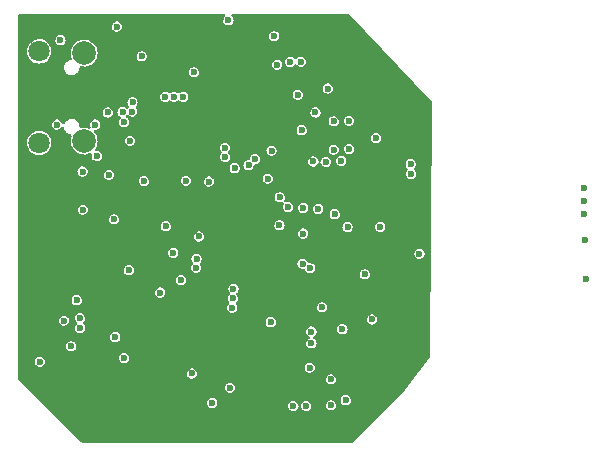
<source format=gbr>
%TF.GenerationSoftware,KiCad,Pcbnew,6.0.5-a6ca702e91~116~ubuntu20.04.1*%
%TF.CreationDate,2022-07-26T15:57:37+01:00*%
%TF.ProjectId,sd-mux,73642d6d-7578-42e6-9b69-6361645f7063,rev?*%
%TF.SameCoordinates,Original*%
%TF.FileFunction,Copper,L3,Inr*%
%TF.FilePolarity,Positive*%
%FSLAX46Y46*%
G04 Gerber Fmt 4.6, Leading zero omitted, Abs format (unit mm)*
G04 Created by KiCad (PCBNEW 6.0.5-a6ca702e91~116~ubuntu20.04.1) date 2022-07-26 15:57:37*
%MOMM*%
%LPD*%
G01*
G04 APERTURE LIST*
%TA.AperFunction,ComponentPad*%
%ADD10C,2.000000*%
%TD*%
%TA.AperFunction,ComponentPad*%
%ADD11C,1.800000*%
%TD*%
%TA.AperFunction,ViaPad*%
%ADD12C,0.600000*%
%TD*%
G04 APERTURE END LIST*
D10*
%TO.N,Net-(C8-Pad1)*%
%TO.C,J1*%
X180005000Y-90030000D03*
D11*
X176205000Y-89880000D03*
X176205000Y-97630000D03*
D10*
X180005000Y-97480000D03*
%TD*%
D12*
%TO.N,GND*%
X190575000Y-100900000D03*
X180950000Y-96075000D03*
X177700000Y-96075000D03*
X192225000Y-87250000D03*
%TO.N,/VD33*%
X185175000Y-88625000D03*
%TO.N,GND*%
X184875000Y-90300000D03*
X186875000Y-93750000D03*
X179375000Y-110925000D03*
X179650000Y-112450000D03*
X179675000Y-113325000D03*
X178925000Y-114850000D03*
X195800000Y-112800000D03*
%TO.N,Net-(R12-Pad2)*%
X189475000Y-108200000D03*
X192550000Y-111575000D03*
%TO.N,Net-(R11-Pad2)*%
X189520541Y-107427641D03*
X192600000Y-110775000D03*
%TO.N,/VCCIO*%
X189725000Y-105550000D03*
X192650000Y-109975000D03*
%TO.N,GND*%
X195875000Y-98279500D03*
X198425000Y-96550000D03*
%TO.N,/VD33*%
X208375000Y-94875000D03*
X198175000Y-87625000D03*
%TO.N,/SD_MUX_SEL*%
X198350000Y-90750000D03*
%TO.N,GND*%
X200625000Y-93025000D03*
X207650000Y-99425000D03*
X204725000Y-97225000D03*
X192350000Y-118350000D03*
%TO.N,/SD_nCD*%
X189125000Y-117150000D03*
%TO.N,GND*%
X204375000Y-112575000D03*
%TO.N,Net-(R4-Pad2)*%
X207675000Y-100250000D03*
X199400000Y-99200000D03*
%TO.N,/VD33*%
X204375000Y-108175000D03*
%TO.N,Net-(R16-Pad1)*%
X193925000Y-99525000D03*
%TO.N,/SD_nCD*%
X194475000Y-99000000D03*
%TO.N,GND*%
X195554500Y-100650000D03*
%TO.N,Net-(C13-Pad1)*%
X191927498Y-98025000D03*
%TO.N,/VD33*%
X188600000Y-104575000D03*
%TO.N,GND*%
X186925000Y-104675000D03*
%TO.N,Net-(C11-Pad1)*%
X188625000Y-100825000D03*
%TO.N,GND*%
X182775000Y-87775000D03*
X178000000Y-88925000D03*
X181075000Y-98725000D03*
X179875000Y-100050000D03*
%TO.N,/XTAL1*%
X179900000Y-103275000D03*
%TO.N,/XTAL2*%
X182100000Y-100325000D03*
%TO.N,/XTAL1*%
X183887088Y-97445372D03*
%TO.N,/XTAL2*%
X183395586Y-95879414D03*
%TO.N,GND*%
X196100000Y-88600000D03*
%TO.N,/VBUS*%
X182650000Y-114075000D03*
%TO.N,GND*%
X182525000Y-104100000D03*
%TO.N,/VD33*%
X201237134Y-108125000D03*
%TO.N,Net-(FB2-Pad2)*%
X182000000Y-95050000D03*
%TO.N,GND*%
X208400000Y-107000000D03*
X183375000Y-115850000D03*
X184103409Y-94196591D03*
X178300000Y-112675000D03*
X187550000Y-106950000D03*
X199150000Y-108250000D03*
X202150000Y-119400000D03*
X186450000Y-110300000D03*
X191929951Y-98820165D03*
X198800000Y-119900000D03*
X190850000Y-119650000D03*
%TO.N,/VD33*%
X196600000Y-120000000D03*
X178450000Y-110750000D03*
X191100000Y-113350000D03*
%TO.N,/VBUS*%
X176250000Y-116150000D03*
X188209700Y-109250000D03*
%TO.N,/SD_MUX_SEL*%
X196570600Y-102235000D03*
X198551800Y-105304100D03*
%TO.N,/SD_D1_DUT*%
X222478600Y-109118400D03*
X196545200Y-104597200D03*
%TO.N,/SD_D0_DUT*%
X202311000Y-104749600D03*
X205079600Y-104749600D03*
%TO.N,/SD_D0*%
X198500000Y-107850000D03*
%TO.N,/SD_D1*%
X200900000Y-117650000D03*
X200150000Y-111550000D03*
X200900000Y-119850000D03*
%TO.N,/SD_D2*%
X199250000Y-113600000D03*
%TO.N,/SD_D3*%
X199250000Y-114600000D03*
%TO.N,/SD_CLK*%
X197700000Y-119900000D03*
%TO.N,/SD_CMD*%
X199100000Y-116650000D03*
X203775000Y-108750000D03*
X201872500Y-113400000D03*
%TO.N,/SD_D2_HUB*%
X202438000Y-95758000D03*
X188400000Y-93736498D03*
X197456278Y-90776278D03*
X202438000Y-98145600D03*
%TO.N,/SD_CMD_HUB*%
X201777600Y-99161600D03*
X198096209Y-93546591D03*
%TO.N,/SD_D3_HUB*%
X201142600Y-95808800D03*
X196350000Y-91000000D03*
X189300000Y-91650000D03*
X201142600Y-98196400D03*
%TO.N,/SD_CLK_HUB*%
X200482200Y-99237800D03*
X199593200Y-95046800D03*
%TO.N,/SD_CLK_DUT*%
X222377000Y-105867200D03*
X199821800Y-103225600D03*
%TO.N,/SD_D3_DUT*%
X222326200Y-102565200D03*
X198551800Y-103149400D03*
%TO.N,/SD_CMD_DUT*%
X201218800Y-103657400D03*
X222351600Y-103657400D03*
%TO.N,/SD_D2_DUT*%
X222351600Y-101447600D03*
X197256400Y-103047800D03*
%TO.N,Net-(C13-Pad1)*%
X192750000Y-99750000D03*
X187623458Y-93714897D03*
%TO.N,/USBUP_D_N*%
X183261000Y-94996000D03*
%TO.N,/USBUP_D_P*%
X184073800Y-94970600D03*
%TO.N,/USBDN_D_P2*%
X183792509Y-108380837D03*
X185064400Y-100863400D03*
%TD*%
%TA.AperFunction,Conductor*%
%TO.N,/VD33*%
G36*
X191926639Y-86721002D02*
G01*
X191973132Y-86774658D01*
X191983236Y-86844932D01*
X191953742Y-86909512D01*
X191946613Y-86916579D01*
X191943115Y-86918786D01*
X191861485Y-87011215D01*
X191809077Y-87122840D01*
X191807697Y-87131705D01*
X191807696Y-87131707D01*
X191806901Y-87136817D01*
X191790105Y-87244686D01*
X191791269Y-87253587D01*
X191791269Y-87253591D01*
X191803105Y-87344097D01*
X191806095Y-87366960D01*
X191855759Y-87479832D01*
X191935107Y-87574228D01*
X192037759Y-87642559D01*
X192046329Y-87645236D01*
X192046328Y-87645236D01*
X192099401Y-87661817D01*
X192155463Y-87679332D01*
X192164433Y-87679496D01*
X192164437Y-87679497D01*
X192220133Y-87680517D01*
X192278758Y-87681592D01*
X192370034Y-87656707D01*
X192389067Y-87651518D01*
X192389068Y-87651518D01*
X192397730Y-87649156D01*
X192405382Y-87644458D01*
X192495165Y-87589332D01*
X192495168Y-87589329D01*
X192502817Y-87584633D01*
X192512236Y-87574228D01*
X192579543Y-87499868D01*
X192579544Y-87499866D01*
X192585571Y-87493208D01*
X192604541Y-87454055D01*
X192635424Y-87390311D01*
X192635424Y-87390310D01*
X192639338Y-87382232D01*
X192659797Y-87260626D01*
X192659927Y-87250000D01*
X192657896Y-87235814D01*
X192643718Y-87136817D01*
X192643717Y-87136815D01*
X192642445Y-87127930D01*
X192591405Y-87015674D01*
X192510910Y-86922255D01*
X192507345Y-86919944D01*
X192470439Y-86862098D01*
X192470674Y-86791102D01*
X192509255Y-86731503D01*
X192573933Y-86702224D01*
X192591452Y-86701000D01*
X202345596Y-86701000D01*
X202413717Y-86721002D01*
X202436808Y-86740073D01*
X209401949Y-94048565D01*
X209434466Y-94111677D01*
X209436734Y-94136355D01*
X209362436Y-104979615D01*
X209290151Y-115529055D01*
X209289189Y-115669400D01*
X209268721Y-115737382D01*
X209263943Y-115744203D01*
X207186655Y-118510158D01*
X207174999Y-118523587D01*
X202736491Y-122962095D01*
X202674179Y-122996121D01*
X202647396Y-122999000D01*
X179852604Y-122999000D01*
X179784483Y-122978998D01*
X179763509Y-122962095D01*
X176446100Y-119644686D01*
X190415105Y-119644686D01*
X190416269Y-119653587D01*
X190416269Y-119653591D01*
X190427153Y-119736817D01*
X190431095Y-119766960D01*
X190480759Y-119879832D01*
X190540329Y-119950699D01*
X190553998Y-119966960D01*
X190560107Y-119974228D01*
X190662759Y-120042559D01*
X190780463Y-120079332D01*
X190789433Y-120079496D01*
X190789437Y-120079497D01*
X190845133Y-120080517D01*
X190903758Y-120081592D01*
X190963244Y-120065374D01*
X191014067Y-120051518D01*
X191014068Y-120051518D01*
X191022730Y-120049156D01*
X191030382Y-120044458D01*
X191120165Y-119989332D01*
X191120168Y-119989329D01*
X191127817Y-119984633D01*
X191137236Y-119974228D01*
X191204543Y-119899868D01*
X191204544Y-119899866D01*
X191209233Y-119894686D01*
X197265105Y-119894686D01*
X197266269Y-119903587D01*
X197266269Y-119903591D01*
X197277482Y-119989332D01*
X197281095Y-120016960D01*
X197330759Y-120129832D01*
X197410107Y-120224228D01*
X197432797Y-120239332D01*
X197496284Y-120281592D01*
X197512759Y-120292559D01*
X197630463Y-120329332D01*
X197639433Y-120329496D01*
X197639437Y-120329497D01*
X197695133Y-120330517D01*
X197753758Y-120331592D01*
X197813244Y-120315374D01*
X197864067Y-120301518D01*
X197864068Y-120301518D01*
X197872730Y-120299156D01*
X197880382Y-120294458D01*
X197970165Y-120239332D01*
X197970168Y-120239329D01*
X197977817Y-120234633D01*
X197987236Y-120224228D01*
X198054543Y-120149868D01*
X198054544Y-120149866D01*
X198060571Y-120143208D01*
X198088713Y-120085124D01*
X198110424Y-120040311D01*
X198110424Y-120040310D01*
X198114338Y-120032232D01*
X198121391Y-119990311D01*
X198125682Y-119964805D01*
X198156709Y-119900947D01*
X198156747Y-119900924D01*
X198340351Y-119900924D01*
X198347104Y-119905495D01*
X198374872Y-119969371D01*
X198381095Y-120016960D01*
X198430759Y-120129832D01*
X198510107Y-120224228D01*
X198532797Y-120239332D01*
X198596284Y-120281592D01*
X198612759Y-120292559D01*
X198730463Y-120329332D01*
X198739433Y-120329496D01*
X198739437Y-120329497D01*
X198795133Y-120330517D01*
X198853758Y-120331592D01*
X198913244Y-120315374D01*
X198964067Y-120301518D01*
X198964068Y-120301518D01*
X198972730Y-120299156D01*
X198980382Y-120294458D01*
X199070165Y-120239332D01*
X199070168Y-120239329D01*
X199077817Y-120234633D01*
X199087236Y-120224228D01*
X199154543Y-120149868D01*
X199154544Y-120149866D01*
X199160571Y-120143208D01*
X199188713Y-120085124D01*
X199210424Y-120040311D01*
X199210424Y-120040310D01*
X199214338Y-120032232D01*
X199234797Y-119910626D01*
X199234927Y-119900000D01*
X199233955Y-119893208D01*
X199227006Y-119844686D01*
X200465105Y-119844686D01*
X200466269Y-119853587D01*
X200466269Y-119853591D01*
X200473057Y-119905495D01*
X200481095Y-119966960D01*
X200530759Y-120079832D01*
X200610107Y-120174228D01*
X200617585Y-120179205D01*
X200617584Y-120179205D01*
X200692698Y-120229205D01*
X200712759Y-120242559D01*
X200830463Y-120279332D01*
X200839433Y-120279496D01*
X200839437Y-120279497D01*
X200895133Y-120280517D01*
X200953758Y-120281592D01*
X201013244Y-120265374D01*
X201064067Y-120251518D01*
X201064068Y-120251518D01*
X201072730Y-120249156D01*
X201080382Y-120244458D01*
X201170165Y-120189332D01*
X201170168Y-120189329D01*
X201177817Y-120184633D01*
X201187236Y-120174228D01*
X201254543Y-120099868D01*
X201254544Y-120099866D01*
X201260571Y-120093208D01*
X201267344Y-120079230D01*
X201310424Y-119990311D01*
X201310424Y-119990310D01*
X201314338Y-119982232D01*
X201334797Y-119860626D01*
X201334927Y-119850000D01*
X201332896Y-119835814D01*
X201318718Y-119736817D01*
X201318717Y-119736815D01*
X201317445Y-119727930D01*
X201289025Y-119665423D01*
X201270122Y-119623848D01*
X201270120Y-119623845D01*
X201266405Y-119615674D01*
X201185910Y-119522255D01*
X201082431Y-119455183D01*
X201073829Y-119452611D01*
X201073826Y-119452609D01*
X200972889Y-119422423D01*
X200972890Y-119422423D01*
X200964286Y-119419850D01*
X200955310Y-119419795D01*
X200955309Y-119419795D01*
X200904336Y-119419484D01*
X200840974Y-119419097D01*
X200722406Y-119452984D01*
X200618115Y-119518786D01*
X200612173Y-119525514D01*
X200612172Y-119525515D01*
X200606240Y-119532232D01*
X200536485Y-119611215D01*
X200484077Y-119722840D01*
X200482697Y-119731705D01*
X200482696Y-119731707D01*
X200467144Y-119831592D01*
X200465105Y-119844686D01*
X199227006Y-119844686D01*
X199218718Y-119786817D01*
X199218717Y-119786815D01*
X199217445Y-119777930D01*
X199166405Y-119665674D01*
X199085910Y-119572255D01*
X198982431Y-119505183D01*
X198973829Y-119502611D01*
X198973826Y-119502609D01*
X198872889Y-119472423D01*
X198872890Y-119472423D01*
X198864286Y-119469850D01*
X198855310Y-119469795D01*
X198855309Y-119469795D01*
X198804336Y-119469484D01*
X198740974Y-119469097D01*
X198622406Y-119502984D01*
X198518115Y-119568786D01*
X198436485Y-119661215D01*
X198384077Y-119772840D01*
X198382697Y-119781705D01*
X198382696Y-119781707D01*
X198380711Y-119794458D01*
X198374755Y-119832713D01*
X198374518Y-119834234D01*
X198344274Y-119898467D01*
X198340351Y-119900924D01*
X198156747Y-119900924D01*
X198158922Y-119899598D01*
X198153838Y-119896247D01*
X198125291Y-119832713D01*
X198118718Y-119786817D01*
X198118717Y-119786815D01*
X198117445Y-119777930D01*
X198066405Y-119665674D01*
X197985910Y-119572255D01*
X197882431Y-119505183D01*
X197873829Y-119502611D01*
X197873826Y-119502609D01*
X197772889Y-119472423D01*
X197772890Y-119472423D01*
X197764286Y-119469850D01*
X197755310Y-119469795D01*
X197755309Y-119469795D01*
X197704336Y-119469484D01*
X197640974Y-119469097D01*
X197522406Y-119502984D01*
X197418115Y-119568786D01*
X197336485Y-119661215D01*
X197284077Y-119772840D01*
X197282697Y-119781705D01*
X197282696Y-119781707D01*
X197266594Y-119885124D01*
X197265105Y-119894686D01*
X191209233Y-119894686D01*
X191210571Y-119893208D01*
X191228713Y-119855764D01*
X191260424Y-119790311D01*
X191260424Y-119790310D01*
X191264338Y-119782232D01*
X191284797Y-119660626D01*
X191284927Y-119650000D01*
X191283955Y-119643208D01*
X191268718Y-119536817D01*
X191268717Y-119536815D01*
X191267445Y-119527930D01*
X191241817Y-119471564D01*
X191220122Y-119423848D01*
X191220120Y-119423845D01*
X191216405Y-119415674D01*
X191198321Y-119394686D01*
X201715105Y-119394686D01*
X201716269Y-119403587D01*
X201716269Y-119403591D01*
X201723016Y-119455183D01*
X201731095Y-119516960D01*
X201780759Y-119629832D01*
X201860107Y-119724228D01*
X201962759Y-119792559D01*
X202080463Y-119829332D01*
X202089433Y-119829496D01*
X202089437Y-119829497D01*
X202145133Y-119830517D01*
X202203758Y-119831592D01*
X202263244Y-119815374D01*
X202314067Y-119801518D01*
X202314068Y-119801518D01*
X202322730Y-119799156D01*
X202330382Y-119794458D01*
X202420165Y-119739332D01*
X202420168Y-119739329D01*
X202427817Y-119734633D01*
X202433885Y-119727930D01*
X202504543Y-119649868D01*
X202504544Y-119649866D01*
X202510571Y-119643208D01*
X202522135Y-119619341D01*
X202560424Y-119540311D01*
X202560424Y-119540310D01*
X202564338Y-119532232D01*
X202584797Y-119410626D01*
X202584927Y-119400000D01*
X202582896Y-119385814D01*
X202568718Y-119286817D01*
X202568717Y-119286815D01*
X202567445Y-119277930D01*
X202541817Y-119221564D01*
X202520122Y-119173848D01*
X202520120Y-119173845D01*
X202516405Y-119165674D01*
X202435910Y-119072255D01*
X202332431Y-119005183D01*
X202323829Y-119002611D01*
X202323826Y-119002609D01*
X202222889Y-118972423D01*
X202222890Y-118972423D01*
X202214286Y-118969850D01*
X202205310Y-118969795D01*
X202205309Y-118969795D01*
X202154336Y-118969484D01*
X202090974Y-118969097D01*
X201972406Y-119002984D01*
X201868115Y-119068786D01*
X201786485Y-119161215D01*
X201734077Y-119272840D01*
X201732697Y-119281705D01*
X201732696Y-119281707D01*
X201726383Y-119322255D01*
X201715105Y-119394686D01*
X191198321Y-119394686D01*
X191135910Y-119322255D01*
X191032431Y-119255183D01*
X191023829Y-119252611D01*
X191023826Y-119252609D01*
X190922889Y-119222423D01*
X190922890Y-119222423D01*
X190914286Y-119219850D01*
X190905310Y-119219795D01*
X190905309Y-119219795D01*
X190854336Y-119219484D01*
X190790974Y-119219097D01*
X190672406Y-119252984D01*
X190568115Y-119318786D01*
X190486485Y-119411215D01*
X190434077Y-119522840D01*
X190432697Y-119531705D01*
X190432696Y-119531707D01*
X190416594Y-119635124D01*
X190415105Y-119644686D01*
X176446100Y-119644686D01*
X175146100Y-118344686D01*
X191915105Y-118344686D01*
X191916269Y-118353587D01*
X191916269Y-118353591D01*
X191929919Y-118457971D01*
X191931095Y-118466960D01*
X191980759Y-118579832D01*
X192060107Y-118674228D01*
X192162759Y-118742559D01*
X192280463Y-118779332D01*
X192289433Y-118779496D01*
X192289437Y-118779497D01*
X192345133Y-118780517D01*
X192403758Y-118781592D01*
X192463244Y-118765374D01*
X192514067Y-118751518D01*
X192514068Y-118751518D01*
X192522730Y-118749156D01*
X192530382Y-118744458D01*
X192620165Y-118689332D01*
X192620168Y-118689329D01*
X192627817Y-118684633D01*
X192637236Y-118674228D01*
X192704543Y-118599868D01*
X192704544Y-118599866D01*
X192710571Y-118593208D01*
X192764338Y-118482232D01*
X192784797Y-118360626D01*
X192784927Y-118350000D01*
X192782896Y-118335814D01*
X192768718Y-118236817D01*
X192768717Y-118236815D01*
X192767445Y-118227930D01*
X192716405Y-118115674D01*
X192635910Y-118022255D01*
X192532431Y-117955183D01*
X192523829Y-117952611D01*
X192523826Y-117952609D01*
X192422889Y-117922423D01*
X192422890Y-117922423D01*
X192414286Y-117919850D01*
X192405310Y-117919795D01*
X192405309Y-117919795D01*
X192354336Y-117919484D01*
X192290974Y-117919097D01*
X192172406Y-117952984D01*
X192068115Y-118018786D01*
X192062173Y-118025514D01*
X192062172Y-118025515D01*
X192045442Y-118044458D01*
X191986485Y-118111215D01*
X191934077Y-118222840D01*
X191932697Y-118231705D01*
X191932696Y-118231707D01*
X191931901Y-118236817D01*
X191915105Y-118344686D01*
X175146100Y-118344686D01*
X174446100Y-117644686D01*
X200465105Y-117644686D01*
X200466269Y-117653587D01*
X200466269Y-117653591D01*
X200479919Y-117757971D01*
X200481095Y-117766960D01*
X200530759Y-117879832D01*
X200610107Y-117974228D01*
X200712759Y-118042559D01*
X200830463Y-118079332D01*
X200839433Y-118079496D01*
X200839437Y-118079497D01*
X200895133Y-118080517D01*
X200953758Y-118081592D01*
X201013244Y-118065374D01*
X201064067Y-118051518D01*
X201064068Y-118051518D01*
X201072730Y-118049156D01*
X201080382Y-118044458D01*
X201170165Y-117989332D01*
X201170168Y-117989329D01*
X201177817Y-117984633D01*
X201187236Y-117974228D01*
X201254543Y-117899868D01*
X201254544Y-117899866D01*
X201260571Y-117893208D01*
X201314338Y-117782232D01*
X201334797Y-117660626D01*
X201334927Y-117650000D01*
X201332993Y-117636491D01*
X201318718Y-117536817D01*
X201318717Y-117536815D01*
X201317445Y-117527930D01*
X201266405Y-117415674D01*
X201185910Y-117322255D01*
X201082431Y-117255183D01*
X201073829Y-117252611D01*
X201073826Y-117252609D01*
X200972889Y-117222423D01*
X200972890Y-117222423D01*
X200964286Y-117219850D01*
X200955310Y-117219795D01*
X200955309Y-117219795D01*
X200904336Y-117219484D01*
X200840974Y-117219097D01*
X200722406Y-117252984D01*
X200618115Y-117318786D01*
X200536485Y-117411215D01*
X200484077Y-117522840D01*
X200482697Y-117531705D01*
X200482696Y-117531707D01*
X200471944Y-117600765D01*
X200465105Y-117644686D01*
X174446100Y-117644686D01*
X174437905Y-117636491D01*
X174403879Y-117574179D01*
X174401000Y-117547396D01*
X174401000Y-117144686D01*
X188690105Y-117144686D01*
X188691269Y-117153587D01*
X188691269Y-117153591D01*
X188699836Y-117219097D01*
X188706095Y-117266960D01*
X188755759Y-117379832D01*
X188835107Y-117474228D01*
X188937759Y-117542559D01*
X189055463Y-117579332D01*
X189064433Y-117579496D01*
X189064437Y-117579497D01*
X189120133Y-117580517D01*
X189178758Y-117581592D01*
X189238244Y-117565374D01*
X189289067Y-117551518D01*
X189289068Y-117551518D01*
X189297730Y-117549156D01*
X189305382Y-117544458D01*
X189395165Y-117489332D01*
X189395168Y-117489329D01*
X189402817Y-117484633D01*
X189412236Y-117474228D01*
X189479543Y-117399868D01*
X189479544Y-117399866D01*
X189485571Y-117393208D01*
X189539338Y-117282232D01*
X189559797Y-117160626D01*
X189559927Y-117150000D01*
X189557896Y-117135814D01*
X189543718Y-117036817D01*
X189543717Y-117036815D01*
X189542445Y-117027930D01*
X189491405Y-116915674D01*
X189410910Y-116822255D01*
X189307431Y-116755183D01*
X189298829Y-116752611D01*
X189298826Y-116752609D01*
X189197889Y-116722423D01*
X189197890Y-116722423D01*
X189189286Y-116719850D01*
X189180310Y-116719795D01*
X189180309Y-116719795D01*
X189129336Y-116719484D01*
X189065974Y-116719097D01*
X188947406Y-116752984D01*
X188843115Y-116818786D01*
X188761485Y-116911215D01*
X188709077Y-117022840D01*
X188707697Y-117031705D01*
X188707696Y-117031707D01*
X188699955Y-117081427D01*
X188690105Y-117144686D01*
X174401000Y-117144686D01*
X174401000Y-116644686D01*
X198665105Y-116644686D01*
X198666269Y-116653587D01*
X198666269Y-116653591D01*
X198674836Y-116719097D01*
X198681095Y-116766960D01*
X198730759Y-116879832D01*
X198810107Y-116974228D01*
X198912759Y-117042559D01*
X199030463Y-117079332D01*
X199039433Y-117079496D01*
X199039437Y-117079497D01*
X199095133Y-117080517D01*
X199153758Y-117081592D01*
X199213244Y-117065374D01*
X199264067Y-117051518D01*
X199264068Y-117051518D01*
X199272730Y-117049156D01*
X199280382Y-117044458D01*
X199370165Y-116989332D01*
X199370168Y-116989329D01*
X199377817Y-116984633D01*
X199387236Y-116974228D01*
X199454543Y-116899868D01*
X199454544Y-116899866D01*
X199460571Y-116893208D01*
X199514338Y-116782232D01*
X199534797Y-116660626D01*
X199534927Y-116650000D01*
X199532896Y-116635814D01*
X199518718Y-116536817D01*
X199518717Y-116536815D01*
X199517445Y-116527930D01*
X199466405Y-116415674D01*
X199385910Y-116322255D01*
X199282431Y-116255183D01*
X199273829Y-116252611D01*
X199273826Y-116252609D01*
X199172889Y-116222423D01*
X199172890Y-116222423D01*
X199164286Y-116219850D01*
X199155310Y-116219795D01*
X199155309Y-116219795D01*
X199104336Y-116219484D01*
X199040974Y-116219097D01*
X198922406Y-116252984D01*
X198818115Y-116318786D01*
X198736485Y-116411215D01*
X198684077Y-116522840D01*
X198682697Y-116531705D01*
X198682696Y-116531707D01*
X198674955Y-116581427D01*
X198665105Y-116644686D01*
X174401000Y-116644686D01*
X174401000Y-116144686D01*
X175815105Y-116144686D01*
X175816269Y-116153587D01*
X175816269Y-116153591D01*
X175822449Y-116200847D01*
X175831095Y-116266960D01*
X175880759Y-116379832D01*
X175960107Y-116474228D01*
X176062759Y-116542559D01*
X176180463Y-116579332D01*
X176189433Y-116579496D01*
X176189437Y-116579497D01*
X176245133Y-116580517D01*
X176303758Y-116581592D01*
X176363244Y-116565374D01*
X176414067Y-116551518D01*
X176414068Y-116551518D01*
X176422730Y-116549156D01*
X176430382Y-116544458D01*
X176520165Y-116489332D01*
X176520168Y-116489329D01*
X176527817Y-116484633D01*
X176537236Y-116474228D01*
X176604543Y-116399868D01*
X176604544Y-116399866D01*
X176610571Y-116393208D01*
X176664338Y-116282232D01*
X176684797Y-116160626D01*
X176684927Y-116150000D01*
X176682896Y-116135814D01*
X176668718Y-116036817D01*
X176668717Y-116036815D01*
X176667445Y-116027930D01*
X176643459Y-115975175D01*
X176620122Y-115923848D01*
X176620120Y-115923845D01*
X176616405Y-115915674D01*
X176555238Y-115844686D01*
X182940105Y-115844686D01*
X182941269Y-115853587D01*
X182941269Y-115853591D01*
X182948805Y-115911215D01*
X182956095Y-115966960D01*
X183005759Y-116079832D01*
X183085107Y-116174228D01*
X183187759Y-116242559D01*
X183221128Y-116252984D01*
X183286412Y-116273380D01*
X183305463Y-116279332D01*
X183314433Y-116279496D01*
X183314437Y-116279497D01*
X183370133Y-116280517D01*
X183428758Y-116281592D01*
X183525624Y-116255183D01*
X183539067Y-116251518D01*
X183539068Y-116251518D01*
X183547730Y-116249156D01*
X183555382Y-116244458D01*
X183645165Y-116189332D01*
X183645168Y-116189329D01*
X183652817Y-116184633D01*
X183662236Y-116174228D01*
X183729543Y-116099868D01*
X183729544Y-116099866D01*
X183735571Y-116093208D01*
X183773600Y-116014717D01*
X183785424Y-115990311D01*
X183785424Y-115990310D01*
X183789338Y-115982232D01*
X183809797Y-115860626D01*
X183809927Y-115850000D01*
X183807896Y-115835814D01*
X183793718Y-115736817D01*
X183793717Y-115736815D01*
X183792445Y-115727930D01*
X183741405Y-115615674D01*
X183660910Y-115522255D01*
X183557431Y-115455183D01*
X183548829Y-115452611D01*
X183548826Y-115452609D01*
X183447889Y-115422423D01*
X183447890Y-115422423D01*
X183439286Y-115419850D01*
X183430310Y-115419795D01*
X183430309Y-115419795D01*
X183379336Y-115419484D01*
X183315974Y-115419097D01*
X183197406Y-115452984D01*
X183093115Y-115518786D01*
X183011485Y-115611215D01*
X182959077Y-115722840D01*
X182957697Y-115731705D01*
X182957696Y-115731707D01*
X182942539Y-115829055D01*
X182940105Y-115844686D01*
X176555238Y-115844686D01*
X176535910Y-115822255D01*
X176432431Y-115755183D01*
X176423829Y-115752611D01*
X176423826Y-115752609D01*
X176344154Y-115728782D01*
X176314286Y-115719850D01*
X176305310Y-115719795D01*
X176305309Y-115719795D01*
X176254336Y-115719484D01*
X176190974Y-115719097D01*
X176072406Y-115752984D01*
X175968115Y-115818786D01*
X175886485Y-115911215D01*
X175834077Y-116022840D01*
X175832697Y-116031705D01*
X175832696Y-116031707D01*
X175831901Y-116036817D01*
X175815105Y-116144686D01*
X174401000Y-116144686D01*
X174401000Y-114844686D01*
X178490105Y-114844686D01*
X178491269Y-114853587D01*
X178491269Y-114853591D01*
X178502482Y-114939332D01*
X178506095Y-114966960D01*
X178555759Y-115079832D01*
X178635107Y-115174228D01*
X178737759Y-115242559D01*
X178855463Y-115279332D01*
X178864433Y-115279496D01*
X178864437Y-115279497D01*
X178920133Y-115280517D01*
X178978758Y-115281592D01*
X179038244Y-115265374D01*
X179089067Y-115251518D01*
X179089068Y-115251518D01*
X179097730Y-115249156D01*
X179105382Y-115244458D01*
X179195165Y-115189332D01*
X179195168Y-115189329D01*
X179202817Y-115184633D01*
X179212236Y-115174228D01*
X179279543Y-115099868D01*
X179279544Y-115099866D01*
X179285571Y-115093208D01*
X179315424Y-115031592D01*
X179335424Y-114990311D01*
X179335424Y-114990310D01*
X179339338Y-114982232D01*
X179359797Y-114860626D01*
X179359927Y-114850000D01*
X179358955Y-114843208D01*
X179343718Y-114736817D01*
X179343717Y-114736815D01*
X179342445Y-114727930D01*
X179291405Y-114615674D01*
X179273321Y-114594686D01*
X198815105Y-114594686D01*
X198816269Y-114603587D01*
X198816269Y-114603591D01*
X198829919Y-114707971D01*
X198831095Y-114716960D01*
X198880759Y-114829832D01*
X198960107Y-114924228D01*
X199062759Y-114992559D01*
X199180463Y-115029332D01*
X199189433Y-115029496D01*
X199189437Y-115029497D01*
X199245133Y-115030517D01*
X199303758Y-115031592D01*
X199363244Y-115015374D01*
X199414067Y-115001518D01*
X199414068Y-115001518D01*
X199422730Y-114999156D01*
X199430382Y-114994458D01*
X199520165Y-114939332D01*
X199520168Y-114939329D01*
X199527817Y-114934633D01*
X199537236Y-114924228D01*
X199604543Y-114849868D01*
X199604544Y-114849866D01*
X199610571Y-114843208D01*
X199664338Y-114732232D01*
X199684797Y-114610626D01*
X199684927Y-114600000D01*
X199682896Y-114585814D01*
X199668718Y-114486817D01*
X199668717Y-114486815D01*
X199667445Y-114477930D01*
X199641817Y-114421564D01*
X199620122Y-114373848D01*
X199620120Y-114373845D01*
X199616405Y-114365674D01*
X199535910Y-114272255D01*
X199432431Y-114205183D01*
X199434454Y-114202062D01*
X199394251Y-114166942D01*
X199374522Y-114098742D01*
X199394797Y-114030702D01*
X199434590Y-113991874D01*
X199527817Y-113934633D01*
X199537236Y-113924228D01*
X199604543Y-113849868D01*
X199604544Y-113849866D01*
X199610571Y-113843208D01*
X199617220Y-113829486D01*
X199660424Y-113740311D01*
X199660424Y-113740310D01*
X199664338Y-113732232D01*
X199684797Y-113610626D01*
X199684927Y-113600000D01*
X199682896Y-113585814D01*
X199668718Y-113486817D01*
X199668717Y-113486815D01*
X199667445Y-113477930D01*
X199632012Y-113400000D01*
X199629596Y-113394686D01*
X201437605Y-113394686D01*
X201438769Y-113403587D01*
X201438769Y-113403591D01*
X201447825Y-113472840D01*
X201453595Y-113516960D01*
X201503259Y-113629832D01*
X201562829Y-113700699D01*
X201576498Y-113716960D01*
X201582607Y-113724228D01*
X201685259Y-113792559D01*
X201802963Y-113829332D01*
X201811933Y-113829496D01*
X201811937Y-113829497D01*
X201867633Y-113830517D01*
X201926258Y-113831592D01*
X201985744Y-113815374D01*
X202036567Y-113801518D01*
X202036568Y-113801518D01*
X202045230Y-113799156D01*
X202052882Y-113794458D01*
X202142665Y-113739332D01*
X202142668Y-113739329D01*
X202150317Y-113734633D01*
X202157663Y-113726518D01*
X202227043Y-113649868D01*
X202227044Y-113649866D01*
X202233071Y-113643208D01*
X202251213Y-113605764D01*
X202282924Y-113540311D01*
X202282924Y-113540310D01*
X202286838Y-113532232D01*
X202307297Y-113410626D01*
X202307427Y-113400000D01*
X202305396Y-113385814D01*
X202291218Y-113286817D01*
X202291217Y-113286815D01*
X202289945Y-113277930D01*
X202259090Y-113210069D01*
X202242622Y-113173848D01*
X202242620Y-113173845D01*
X202238905Y-113165674D01*
X202158410Y-113072255D01*
X202054931Y-113005183D01*
X202046329Y-113002611D01*
X202046326Y-113002609D01*
X201945389Y-112972423D01*
X201945390Y-112972423D01*
X201936786Y-112969850D01*
X201927810Y-112969795D01*
X201927809Y-112969795D01*
X201876836Y-112969484D01*
X201813474Y-112969097D01*
X201694906Y-113002984D01*
X201590615Y-113068786D01*
X201508985Y-113161215D01*
X201456577Y-113272840D01*
X201455197Y-113281705D01*
X201455196Y-113281707D01*
X201440850Y-113373848D01*
X201437605Y-113394686D01*
X199629596Y-113394686D01*
X199620122Y-113373848D01*
X199620120Y-113373845D01*
X199616405Y-113365674D01*
X199535910Y-113272255D01*
X199432431Y-113205183D01*
X199423829Y-113202611D01*
X199423826Y-113202609D01*
X199322889Y-113172423D01*
X199322890Y-113172423D01*
X199314286Y-113169850D01*
X199305310Y-113169795D01*
X199305309Y-113169795D01*
X199254336Y-113169484D01*
X199190974Y-113169097D01*
X199072406Y-113202984D01*
X198968115Y-113268786D01*
X198962173Y-113275514D01*
X198962172Y-113275515D01*
X198952191Y-113286817D01*
X198886485Y-113361215D01*
X198834077Y-113472840D01*
X198832697Y-113481705D01*
X198832696Y-113481707D01*
X198818191Y-113574868D01*
X198815105Y-113594686D01*
X198816269Y-113603587D01*
X198816269Y-113603591D01*
X198829919Y-113707971D01*
X198831095Y-113716960D01*
X198880759Y-113829832D01*
X198960107Y-113924228D01*
X199016576Y-113961817D01*
X199062759Y-113992559D01*
X199061680Y-113994180D01*
X199106095Y-114033976D01*
X199124964Y-114102419D01*
X199103833Y-114170198D01*
X199066216Y-114206889D01*
X198994194Y-114252332D01*
X198968115Y-114268786D01*
X198962173Y-114275514D01*
X198962172Y-114275515D01*
X198936280Y-114304832D01*
X198886485Y-114361215D01*
X198834077Y-114472840D01*
X198832697Y-114481705D01*
X198832696Y-114481707D01*
X198826383Y-114522255D01*
X198815105Y-114594686D01*
X179273321Y-114594686D01*
X179210910Y-114522255D01*
X179107431Y-114455183D01*
X179098829Y-114452611D01*
X179098826Y-114452609D01*
X178997889Y-114422423D01*
X178997890Y-114422423D01*
X178989286Y-114419850D01*
X178980310Y-114419795D01*
X178980309Y-114419795D01*
X178929336Y-114419484D01*
X178865974Y-114419097D01*
X178747406Y-114452984D01*
X178643115Y-114518786D01*
X178561485Y-114611215D01*
X178509077Y-114722840D01*
X178507697Y-114731705D01*
X178507696Y-114731707D01*
X178491594Y-114835124D01*
X178490105Y-114844686D01*
X174401000Y-114844686D01*
X174401000Y-114069686D01*
X182215105Y-114069686D01*
X182216269Y-114078587D01*
X182216269Y-114078591D01*
X182227823Y-114166942D01*
X182231095Y-114191960D01*
X182280759Y-114304832D01*
X182360107Y-114399228D01*
X182462759Y-114467559D01*
X182471329Y-114470236D01*
X182471328Y-114470236D01*
X182524401Y-114486817D01*
X182580463Y-114504332D01*
X182589433Y-114504496D01*
X182589437Y-114504497D01*
X182645133Y-114505517D01*
X182703758Y-114506592D01*
X182795034Y-114481707D01*
X182814067Y-114476518D01*
X182814068Y-114476518D01*
X182822730Y-114474156D01*
X182830382Y-114469458D01*
X182920165Y-114414332D01*
X182920168Y-114414329D01*
X182927817Y-114409633D01*
X182937236Y-114399228D01*
X183004543Y-114324868D01*
X183004544Y-114324866D01*
X183010571Y-114318208D01*
X183029541Y-114279055D01*
X183060424Y-114215311D01*
X183060424Y-114215310D01*
X183064338Y-114207232D01*
X183084797Y-114085626D01*
X183084927Y-114075000D01*
X183082896Y-114060814D01*
X183068718Y-113961817D01*
X183068717Y-113961815D01*
X183067445Y-113952930D01*
X183046921Y-113907791D01*
X183020122Y-113848848D01*
X183020120Y-113848845D01*
X183016405Y-113840674D01*
X182935910Y-113747255D01*
X182832431Y-113680183D01*
X182823829Y-113677611D01*
X182823826Y-113677609D01*
X182722889Y-113647423D01*
X182722890Y-113647423D01*
X182714286Y-113644850D01*
X182705310Y-113644795D01*
X182705309Y-113644795D01*
X182654336Y-113644484D01*
X182590974Y-113644097D01*
X182472406Y-113677984D01*
X182368115Y-113743786D01*
X182286485Y-113836215D01*
X182234077Y-113947840D01*
X182232697Y-113956705D01*
X182232696Y-113956707D01*
X182226087Y-113999156D01*
X182215105Y-114069686D01*
X174401000Y-114069686D01*
X174401000Y-112669686D01*
X177865105Y-112669686D01*
X177866269Y-112678587D01*
X177866269Y-112678591D01*
X177868181Y-112693208D01*
X177881095Y-112791960D01*
X177930759Y-112904832D01*
X178010107Y-112999228D01*
X178112759Y-113067559D01*
X178121329Y-113070236D01*
X178121328Y-113070236D01*
X178212910Y-113098848D01*
X178230463Y-113104332D01*
X178239433Y-113104496D01*
X178239437Y-113104497D01*
X178295133Y-113105517D01*
X178353758Y-113106592D01*
X178428499Y-113086215D01*
X178464067Y-113076518D01*
X178464068Y-113076518D01*
X178472730Y-113074156D01*
X178481476Y-113068786D01*
X178570165Y-113014332D01*
X178570168Y-113014329D01*
X178577817Y-113009633D01*
X178585039Y-113001655D01*
X178654543Y-112924868D01*
X178654544Y-112924866D01*
X178660571Y-112918208D01*
X178667356Y-112904205D01*
X178710424Y-112815311D01*
X178710424Y-112815310D01*
X178714338Y-112807232D01*
X178734797Y-112685626D01*
X178734927Y-112675000D01*
X178733455Y-112664717D01*
X178718718Y-112561817D01*
X178718717Y-112561815D01*
X178717445Y-112552930D01*
X178683856Y-112479055D01*
X178670122Y-112448848D01*
X178670120Y-112448845D01*
X178668229Y-112444686D01*
X179215105Y-112444686D01*
X179216269Y-112453587D01*
X179216269Y-112453591D01*
X179219599Y-112479055D01*
X179231095Y-112566960D01*
X179280759Y-112679832D01*
X179360107Y-112774228D01*
X179385425Y-112791081D01*
X179431048Y-112845478D01*
X179440019Y-112915905D01*
X179409490Y-112980003D01*
X179399467Y-112989778D01*
X179393115Y-112993786D01*
X179387173Y-113000514D01*
X179387172Y-113000515D01*
X179361280Y-113029832D01*
X179311485Y-113086215D01*
X179259077Y-113197840D01*
X179257697Y-113206705D01*
X179257696Y-113206707D01*
X179245223Y-113286817D01*
X179240105Y-113319686D01*
X179241269Y-113328587D01*
X179241269Y-113328591D01*
X179251997Y-113410626D01*
X179256095Y-113441960D01*
X179305759Y-113554832D01*
X179385107Y-113649228D01*
X179487759Y-113717559D01*
X179516435Y-113726518D01*
X179582811Y-113747255D01*
X179605463Y-113754332D01*
X179614433Y-113754496D01*
X179614437Y-113754497D01*
X179670133Y-113755517D01*
X179728758Y-113756592D01*
X179793298Y-113738996D01*
X179839067Y-113726518D01*
X179839068Y-113726518D01*
X179847730Y-113724156D01*
X179855382Y-113719458D01*
X179945165Y-113664332D01*
X179945168Y-113664329D01*
X179952817Y-113659633D01*
X179962236Y-113649228D01*
X180029543Y-113574868D01*
X180029544Y-113574866D01*
X180035571Y-113568208D01*
X180060401Y-113516960D01*
X180085424Y-113465311D01*
X180085424Y-113465310D01*
X180089338Y-113457232D01*
X180109797Y-113335626D01*
X180109927Y-113325000D01*
X180107896Y-113310814D01*
X180093718Y-113211817D01*
X180093717Y-113211815D01*
X180092445Y-113202930D01*
X180058924Y-113129205D01*
X180045122Y-113098848D01*
X180045120Y-113098845D01*
X180041405Y-113090674D01*
X179960910Y-112997255D01*
X179953378Y-112992373D01*
X179953377Y-112992372D01*
X179941190Y-112984473D01*
X179894907Y-112930637D01*
X179885077Y-112860324D01*
X179914822Y-112795859D01*
X179916025Y-112794686D01*
X195365105Y-112794686D01*
X195366269Y-112803587D01*
X195366269Y-112803591D01*
X195376174Y-112879332D01*
X195381095Y-112916960D01*
X195430759Y-113029832D01*
X195510107Y-113124228D01*
X195612759Y-113192559D01*
X195645955Y-113202930D01*
X195674401Y-113211817D01*
X195730463Y-113229332D01*
X195739433Y-113229496D01*
X195739437Y-113229497D01*
X195795133Y-113230517D01*
X195853758Y-113231592D01*
X195950624Y-113205183D01*
X195964067Y-113201518D01*
X195964068Y-113201518D01*
X195972730Y-113199156D01*
X195980382Y-113194458D01*
X196070165Y-113139332D01*
X196070168Y-113139329D01*
X196077817Y-113134633D01*
X196087236Y-113124228D01*
X196154543Y-113049868D01*
X196154544Y-113049866D01*
X196160571Y-113043208D01*
X196174562Y-113014332D01*
X196210424Y-112940311D01*
X196210424Y-112940310D01*
X196214338Y-112932232D01*
X196234797Y-112810626D01*
X196234927Y-112800000D01*
X196232896Y-112785814D01*
X196218718Y-112686817D01*
X196218717Y-112686815D01*
X196217445Y-112677930D01*
X196170725Y-112575175D01*
X196170122Y-112573848D01*
X196170120Y-112573845D01*
X196168229Y-112569686D01*
X203940105Y-112569686D01*
X203941269Y-112578587D01*
X203941269Y-112578591D01*
X203952022Y-112660814D01*
X203956095Y-112691960D01*
X204005759Y-112804832D01*
X204085107Y-112899228D01*
X204187759Y-112967559D01*
X204203328Y-112972423D01*
X204282811Y-112997255D01*
X204305463Y-113004332D01*
X204314433Y-113004496D01*
X204314437Y-113004497D01*
X204370133Y-113005517D01*
X204428758Y-113006592D01*
X204488244Y-112990374D01*
X204539067Y-112976518D01*
X204539068Y-112976518D01*
X204547730Y-112974156D01*
X204555880Y-112969152D01*
X204645165Y-112914332D01*
X204645168Y-112914329D01*
X204652817Y-112909633D01*
X204662236Y-112899228D01*
X204729543Y-112824868D01*
X204729544Y-112824866D01*
X204735571Y-112818208D01*
X204746732Y-112795173D01*
X204785424Y-112715311D01*
X204785424Y-112715310D01*
X204789338Y-112707232D01*
X204809797Y-112585626D01*
X204809927Y-112575000D01*
X204808592Y-112565674D01*
X204793718Y-112461817D01*
X204793717Y-112461815D01*
X204792445Y-112452930D01*
X204768615Y-112400518D01*
X204745122Y-112348848D01*
X204745120Y-112348845D01*
X204741405Y-112340674D01*
X204660910Y-112247255D01*
X204557431Y-112180183D01*
X204548829Y-112177611D01*
X204548826Y-112177609D01*
X204447889Y-112147423D01*
X204447890Y-112147423D01*
X204439286Y-112144850D01*
X204430310Y-112144795D01*
X204430309Y-112144795D01*
X204379336Y-112144484D01*
X204315974Y-112144097D01*
X204197406Y-112177984D01*
X204093115Y-112243786D01*
X204087173Y-112250514D01*
X204087172Y-112250515D01*
X204060970Y-112280183D01*
X204011485Y-112336215D01*
X203959077Y-112447840D01*
X203957697Y-112456705D01*
X203957696Y-112456707D01*
X203942126Y-112556707D01*
X203940105Y-112569686D01*
X196168229Y-112569686D01*
X196166405Y-112565674D01*
X196085910Y-112472255D01*
X195982431Y-112405183D01*
X195973829Y-112402611D01*
X195973826Y-112402609D01*
X195872889Y-112372423D01*
X195872890Y-112372423D01*
X195864286Y-112369850D01*
X195855310Y-112369795D01*
X195855309Y-112369795D01*
X195804336Y-112369484D01*
X195740974Y-112369097D01*
X195622406Y-112402984D01*
X195518115Y-112468786D01*
X195436485Y-112561215D01*
X195384077Y-112672840D01*
X195382697Y-112681705D01*
X195382696Y-112681707D01*
X195367112Y-112781797D01*
X195365105Y-112794686D01*
X179916025Y-112794686D01*
X179923809Y-112787094D01*
X179927817Y-112784633D01*
X180010571Y-112693208D01*
X180016144Y-112681707D01*
X180060424Y-112590311D01*
X180060424Y-112590310D01*
X180064338Y-112582232D01*
X180084797Y-112460626D01*
X180084927Y-112450000D01*
X180083592Y-112440674D01*
X180068718Y-112336817D01*
X180068717Y-112336815D01*
X180067445Y-112327930D01*
X180033856Y-112254055D01*
X180020122Y-112223848D01*
X180020120Y-112223845D01*
X180016405Y-112215674D01*
X179935910Y-112122255D01*
X179832431Y-112055183D01*
X179823829Y-112052611D01*
X179823826Y-112052609D01*
X179722889Y-112022423D01*
X179722890Y-112022423D01*
X179714286Y-112019850D01*
X179705310Y-112019795D01*
X179705309Y-112019795D01*
X179654336Y-112019484D01*
X179590974Y-112019097D01*
X179472406Y-112052984D01*
X179368115Y-112118786D01*
X179286485Y-112211215D01*
X179234077Y-112322840D01*
X179232697Y-112331705D01*
X179232696Y-112331707D01*
X179217472Y-112429486D01*
X179215105Y-112444686D01*
X178668229Y-112444686D01*
X178666405Y-112440674D01*
X178585910Y-112347255D01*
X178482431Y-112280183D01*
X178473829Y-112277611D01*
X178473826Y-112277609D01*
X178372889Y-112247423D01*
X178372890Y-112247423D01*
X178364286Y-112244850D01*
X178355310Y-112244795D01*
X178355309Y-112244795D01*
X178304336Y-112244484D01*
X178240974Y-112244097D01*
X178122406Y-112277984D01*
X178018115Y-112343786D01*
X177936485Y-112436215D01*
X177884077Y-112547840D01*
X177882697Y-112556705D01*
X177882696Y-112556707D01*
X177877447Y-112590423D01*
X177865105Y-112669686D01*
X174401000Y-112669686D01*
X174401000Y-111569686D01*
X192115105Y-111569686D01*
X192116269Y-111578587D01*
X192116269Y-111578591D01*
X192126662Y-111658059D01*
X192131095Y-111691960D01*
X192180759Y-111804832D01*
X192239092Y-111874228D01*
X192251789Y-111889332D01*
X192260107Y-111899228D01*
X192362759Y-111967559D01*
X192480463Y-112004332D01*
X192489433Y-112004496D01*
X192489437Y-112004497D01*
X192545133Y-112005517D01*
X192603758Y-112006592D01*
X192663244Y-111990374D01*
X192714067Y-111976518D01*
X192714068Y-111976518D01*
X192722730Y-111974156D01*
X192730382Y-111969458D01*
X192820165Y-111914332D01*
X192820168Y-111914329D01*
X192827817Y-111909633D01*
X192837236Y-111899228D01*
X192904543Y-111824868D01*
X192904544Y-111824866D01*
X192910571Y-111818208D01*
X192922684Y-111793208D01*
X192960424Y-111715311D01*
X192960424Y-111715310D01*
X192964338Y-111707232D01*
X192984797Y-111585626D01*
X192984927Y-111575000D01*
X192983556Y-111565423D01*
X192980586Y-111544686D01*
X199715105Y-111544686D01*
X199716269Y-111553587D01*
X199716269Y-111553591D01*
X199721086Y-111590423D01*
X199731095Y-111666960D01*
X199780759Y-111779832D01*
X199860107Y-111874228D01*
X199962759Y-111942559D01*
X199971329Y-111945236D01*
X199971328Y-111945236D01*
X200071456Y-111976518D01*
X200080463Y-111979332D01*
X200089433Y-111979496D01*
X200089437Y-111979497D01*
X200145133Y-111980517D01*
X200203758Y-111981592D01*
X200263244Y-111965374D01*
X200314067Y-111951518D01*
X200314068Y-111951518D01*
X200322730Y-111949156D01*
X200330382Y-111944458D01*
X200420165Y-111889332D01*
X200420168Y-111889329D01*
X200427817Y-111884633D01*
X200437236Y-111874228D01*
X200504543Y-111799868D01*
X200504544Y-111799866D01*
X200510571Y-111793208D01*
X200548312Y-111715311D01*
X200560424Y-111690311D01*
X200560424Y-111690310D01*
X200564338Y-111682232D01*
X200584797Y-111560626D01*
X200584927Y-111550000D01*
X200582896Y-111535814D01*
X200568718Y-111436817D01*
X200568717Y-111436815D01*
X200567445Y-111427930D01*
X200546921Y-111382791D01*
X200520122Y-111323848D01*
X200520120Y-111323845D01*
X200516405Y-111315674D01*
X200435910Y-111222255D01*
X200332431Y-111155183D01*
X200323829Y-111152611D01*
X200323826Y-111152609D01*
X200222889Y-111122423D01*
X200222890Y-111122423D01*
X200214286Y-111119850D01*
X200205310Y-111119795D01*
X200205309Y-111119795D01*
X200154336Y-111119484D01*
X200090974Y-111119097D01*
X199972406Y-111152984D01*
X199868115Y-111218786D01*
X199786485Y-111311215D01*
X199734077Y-111422840D01*
X199732697Y-111431705D01*
X199732696Y-111431707D01*
X199728804Y-111456707D01*
X199715105Y-111544686D01*
X192980586Y-111544686D01*
X192968718Y-111461817D01*
X192968717Y-111461815D01*
X192967445Y-111452930D01*
X192923643Y-111356592D01*
X192920122Y-111348848D01*
X192920120Y-111348845D01*
X192916405Y-111340674D01*
X192867195Y-111283563D01*
X192837881Y-111218900D01*
X192848180Y-111148655D01*
X192877998Y-111109797D01*
X192877817Y-111109633D01*
X192879832Y-111107407D01*
X192879833Y-111107406D01*
X192887236Y-111099228D01*
X192954543Y-111024868D01*
X192954544Y-111024866D01*
X192960571Y-111018208D01*
X193000582Y-110935626D01*
X193010424Y-110915311D01*
X193010424Y-110915310D01*
X193014338Y-110907232D01*
X193034797Y-110785626D01*
X193034927Y-110775000D01*
X193032896Y-110760814D01*
X193018718Y-110661817D01*
X193018717Y-110661815D01*
X193017445Y-110652930D01*
X192988376Y-110588996D01*
X192970122Y-110548848D01*
X192970120Y-110548845D01*
X192966405Y-110540674D01*
X192917195Y-110483563D01*
X192887881Y-110418900D01*
X192898180Y-110348655D01*
X192927998Y-110309797D01*
X192927817Y-110309633D01*
X192929832Y-110307407D01*
X192929833Y-110307406D01*
X192936537Y-110300000D01*
X193004543Y-110224868D01*
X193004544Y-110224866D01*
X193010571Y-110218208D01*
X193019764Y-110199235D01*
X193060424Y-110115311D01*
X193060424Y-110115310D01*
X193064338Y-110107232D01*
X193084797Y-109985626D01*
X193084927Y-109975000D01*
X193082896Y-109960814D01*
X193068718Y-109861817D01*
X193068717Y-109861815D01*
X193067445Y-109852930D01*
X193016405Y-109740674D01*
X192935910Y-109647255D01*
X192832431Y-109580183D01*
X192823829Y-109577611D01*
X192823826Y-109577609D01*
X192722889Y-109547423D01*
X192722890Y-109547423D01*
X192714286Y-109544850D01*
X192705310Y-109544795D01*
X192705309Y-109544795D01*
X192654336Y-109544484D01*
X192590974Y-109544097D01*
X192472406Y-109577984D01*
X192368115Y-109643786D01*
X192286485Y-109736215D01*
X192234077Y-109847840D01*
X192232697Y-109856705D01*
X192232696Y-109856707D01*
X192224388Y-109910069D01*
X192215105Y-109969686D01*
X192216269Y-109978587D01*
X192216269Y-109978591D01*
X192228137Y-110069341D01*
X192231095Y-110091960D01*
X192280759Y-110204832D01*
X192286536Y-110211704D01*
X192333669Y-110267776D01*
X192362190Y-110332791D01*
X192351034Y-110402906D01*
X192321116Y-110441892D01*
X192318115Y-110443786D01*
X192236485Y-110536215D01*
X192184077Y-110647840D01*
X192182697Y-110656705D01*
X192182696Y-110656707D01*
X192171363Y-110729497D01*
X192165105Y-110769686D01*
X192166269Y-110778587D01*
X192166269Y-110778591D01*
X192179919Y-110882971D01*
X192181095Y-110891960D01*
X192230759Y-111004832D01*
X192267365Y-111048380D01*
X192283669Y-111067776D01*
X192312190Y-111132791D01*
X192301034Y-111202906D01*
X192271116Y-111241892D01*
X192268115Y-111243786D01*
X192262173Y-111250514D01*
X192243153Y-111272050D01*
X192186485Y-111336215D01*
X192134077Y-111447840D01*
X192132697Y-111456705D01*
X192132696Y-111456707D01*
X192116516Y-111560626D01*
X192115105Y-111569686D01*
X174401000Y-111569686D01*
X174401000Y-110919686D01*
X178940105Y-110919686D01*
X178941269Y-110928587D01*
X178941269Y-110928591D01*
X178950165Y-110996616D01*
X178956095Y-111041960D01*
X179005759Y-111154832D01*
X179085107Y-111249228D01*
X179092585Y-111254205D01*
X179092584Y-111254205D01*
X179178229Y-111311215D01*
X179187759Y-111317559D01*
X179196329Y-111320236D01*
X179196328Y-111320236D01*
X179287910Y-111348848D01*
X179305463Y-111354332D01*
X179314433Y-111354496D01*
X179314437Y-111354497D01*
X179370133Y-111355517D01*
X179428758Y-111356592D01*
X179503499Y-111336215D01*
X179539067Y-111326518D01*
X179539068Y-111326518D01*
X179547730Y-111324156D01*
X179555382Y-111319458D01*
X179645165Y-111264332D01*
X179645168Y-111264329D01*
X179652817Y-111259633D01*
X179662236Y-111249228D01*
X179729543Y-111174868D01*
X179729544Y-111174866D01*
X179735571Y-111168208D01*
X179739515Y-111160069D01*
X179785424Y-111065311D01*
X179785424Y-111065310D01*
X179789338Y-111057232D01*
X179809797Y-110935626D01*
X179809927Y-110925000D01*
X179808540Y-110915311D01*
X179793718Y-110811817D01*
X179793717Y-110811815D01*
X179792445Y-110802930D01*
X179771921Y-110757791D01*
X179745122Y-110698848D01*
X179745120Y-110698845D01*
X179741405Y-110690674D01*
X179660910Y-110597255D01*
X179557431Y-110530183D01*
X179548829Y-110527611D01*
X179548826Y-110527609D01*
X179447889Y-110497423D01*
X179447890Y-110497423D01*
X179439286Y-110494850D01*
X179430310Y-110494795D01*
X179430309Y-110494795D01*
X179379336Y-110494484D01*
X179315974Y-110494097D01*
X179197406Y-110527984D01*
X179093115Y-110593786D01*
X179011485Y-110686215D01*
X178959077Y-110797840D01*
X178957697Y-110806705D01*
X178957696Y-110806707D01*
X178956901Y-110811817D01*
X178940105Y-110919686D01*
X174401000Y-110919686D01*
X174401000Y-110294686D01*
X186015105Y-110294686D01*
X186016269Y-110303587D01*
X186016269Y-110303591D01*
X186024533Y-110366784D01*
X186031095Y-110416960D01*
X186080759Y-110529832D01*
X186160107Y-110624228D01*
X186167585Y-110629205D01*
X186167584Y-110629205D01*
X186253229Y-110686215D01*
X186262759Y-110692559D01*
X186380463Y-110729332D01*
X186389433Y-110729496D01*
X186389437Y-110729497D01*
X186445133Y-110730517D01*
X186503758Y-110731592D01*
X186563244Y-110715374D01*
X186614067Y-110701518D01*
X186614068Y-110701518D01*
X186622730Y-110699156D01*
X186630382Y-110694458D01*
X186720165Y-110639332D01*
X186720168Y-110639329D01*
X186727817Y-110634633D01*
X186737236Y-110624228D01*
X186804543Y-110549868D01*
X186804544Y-110549866D01*
X186810571Y-110543208D01*
X186814515Y-110535069D01*
X186860424Y-110440311D01*
X186860424Y-110440310D01*
X186864338Y-110432232D01*
X186884797Y-110310626D01*
X186884927Y-110300000D01*
X186882896Y-110285814D01*
X186868718Y-110186817D01*
X186868717Y-110186815D01*
X186867445Y-110177930D01*
X186838974Y-110115311D01*
X186820122Y-110073848D01*
X186820120Y-110073845D01*
X186816405Y-110065674D01*
X186735910Y-109972255D01*
X186632431Y-109905183D01*
X186623829Y-109902611D01*
X186623826Y-109902609D01*
X186522889Y-109872423D01*
X186522890Y-109872423D01*
X186514286Y-109869850D01*
X186505310Y-109869795D01*
X186505309Y-109869795D01*
X186454336Y-109869484D01*
X186390974Y-109869097D01*
X186272406Y-109902984D01*
X186168115Y-109968786D01*
X186162173Y-109975514D01*
X186162172Y-109975515D01*
X186149006Y-109990423D01*
X186086485Y-110061215D01*
X186034077Y-110172840D01*
X186032697Y-110181705D01*
X186032696Y-110181707D01*
X186028026Y-110211704D01*
X186015105Y-110294686D01*
X174401000Y-110294686D01*
X174401000Y-109244686D01*
X187774805Y-109244686D01*
X187775969Y-109253587D01*
X187775969Y-109253591D01*
X187789619Y-109357971D01*
X187790795Y-109366960D01*
X187840459Y-109479832D01*
X187919807Y-109574228D01*
X188022459Y-109642559D01*
X188140163Y-109679332D01*
X188149133Y-109679496D01*
X188149137Y-109679497D01*
X188204833Y-109680517D01*
X188263458Y-109681592D01*
X188364461Y-109654055D01*
X188373767Y-109651518D01*
X188373768Y-109651518D01*
X188382430Y-109649156D01*
X188391176Y-109643786D01*
X188479865Y-109589332D01*
X188479868Y-109589329D01*
X188487517Y-109584633D01*
X188496936Y-109574228D01*
X188564243Y-109499868D01*
X188564244Y-109499866D01*
X188570271Y-109493208D01*
X188624038Y-109382232D01*
X188644497Y-109260626D01*
X188644627Y-109250000D01*
X188642596Y-109235814D01*
X188628418Y-109136817D01*
X188628417Y-109136815D01*
X188627145Y-109127930D01*
X188576105Y-109015674D01*
X188495610Y-108922255D01*
X188392131Y-108855183D01*
X188383529Y-108852611D01*
X188383526Y-108852609D01*
X188282589Y-108822423D01*
X188282590Y-108822423D01*
X188273986Y-108819850D01*
X188265010Y-108819795D01*
X188265009Y-108819795D01*
X188214036Y-108819484D01*
X188150674Y-108819097D01*
X188032106Y-108852984D01*
X187927815Y-108918786D01*
X187846185Y-109011215D01*
X187793777Y-109122840D01*
X187792397Y-109131705D01*
X187792396Y-109131707D01*
X187784655Y-109181427D01*
X187774805Y-109244686D01*
X174401000Y-109244686D01*
X174401000Y-108375523D01*
X183357614Y-108375523D01*
X183358778Y-108384424D01*
X183358778Y-108384428D01*
X183366465Y-108443208D01*
X183373604Y-108497797D01*
X183423268Y-108610669D01*
X183502616Y-108705065D01*
X183605268Y-108773396D01*
X183722972Y-108810169D01*
X183731942Y-108810333D01*
X183731946Y-108810334D01*
X183787642Y-108811354D01*
X183846267Y-108812429D01*
X183905753Y-108796211D01*
X183956576Y-108782355D01*
X183956577Y-108782355D01*
X183965239Y-108779993D01*
X183972891Y-108775295D01*
X184022743Y-108744686D01*
X203340105Y-108744686D01*
X203341269Y-108753587D01*
X203341269Y-108753591D01*
X203344722Y-108779993D01*
X203356095Y-108866960D01*
X203405759Y-108979832D01*
X203485107Y-109074228D01*
X203587759Y-109142559D01*
X203705463Y-109179332D01*
X203714433Y-109179496D01*
X203714437Y-109179497D01*
X203770133Y-109180517D01*
X203828758Y-109181592D01*
X203888244Y-109165374D01*
X203939067Y-109151518D01*
X203939068Y-109151518D01*
X203947730Y-109149156D01*
X203955382Y-109144458D01*
X204045165Y-109089332D01*
X204045168Y-109089329D01*
X204052817Y-109084633D01*
X204062236Y-109074228D01*
X204129543Y-108999868D01*
X204129544Y-108999866D01*
X204135571Y-108993208D01*
X204189338Y-108882232D01*
X204209797Y-108760626D01*
X204209927Y-108750000D01*
X204207896Y-108735814D01*
X204193718Y-108636817D01*
X204193717Y-108636815D01*
X204192445Y-108627930D01*
X204152162Y-108539332D01*
X204145122Y-108523848D01*
X204145120Y-108523845D01*
X204141405Y-108515674D01*
X204060910Y-108422255D01*
X203957431Y-108355183D01*
X203948829Y-108352611D01*
X203948826Y-108352609D01*
X203869154Y-108328782D01*
X203839286Y-108319850D01*
X203830310Y-108319795D01*
X203830309Y-108319795D01*
X203779336Y-108319484D01*
X203715974Y-108319097D01*
X203597406Y-108352984D01*
X203493115Y-108418786D01*
X203487173Y-108425514D01*
X203487172Y-108425515D01*
X203478686Y-108435124D01*
X203411485Y-108511215D01*
X203359077Y-108622840D01*
X203357697Y-108631705D01*
X203357696Y-108631707D01*
X203345691Y-108708813D01*
X203340105Y-108744686D01*
X184022743Y-108744686D01*
X184062674Y-108720169D01*
X184062677Y-108720166D01*
X184070326Y-108715470D01*
X184079745Y-108705065D01*
X184147052Y-108630705D01*
X184147053Y-108630703D01*
X184153080Y-108624045D01*
X184157600Y-108614717D01*
X184202933Y-108521148D01*
X184202933Y-108521147D01*
X184206847Y-108513069D01*
X184227306Y-108391463D01*
X184227436Y-108380837D01*
X184225405Y-108366651D01*
X184211227Y-108267654D01*
X184211226Y-108267652D01*
X184209954Y-108258767D01*
X184189430Y-108213628D01*
X184180818Y-108194686D01*
X189040105Y-108194686D01*
X189041269Y-108203587D01*
X189041269Y-108203591D01*
X189048092Y-108255764D01*
X189056095Y-108316960D01*
X189105759Y-108429832D01*
X189185107Y-108524228D01*
X189192585Y-108529205D01*
X189192584Y-108529205D01*
X189267698Y-108579205D01*
X189287759Y-108592559D01*
X189296329Y-108595236D01*
X189296328Y-108595236D01*
X189374825Y-108619760D01*
X189405463Y-108629332D01*
X189414433Y-108629496D01*
X189414437Y-108629497D01*
X189470133Y-108630517D01*
X189528758Y-108631592D01*
X189590654Y-108614717D01*
X189639067Y-108601518D01*
X189639068Y-108601518D01*
X189647730Y-108599156D01*
X189655382Y-108594458D01*
X189745165Y-108539332D01*
X189745168Y-108539329D01*
X189752817Y-108534633D01*
X189762236Y-108524228D01*
X189829543Y-108449868D01*
X189829544Y-108449866D01*
X189835571Y-108443208D01*
X189847404Y-108418786D01*
X189885424Y-108340311D01*
X189885424Y-108340310D01*
X189889338Y-108332232D01*
X189909797Y-108210626D01*
X189909927Y-108200000D01*
X189907896Y-108185814D01*
X189893718Y-108086817D01*
X189893717Y-108086815D01*
X189892445Y-108077930D01*
X189861046Y-108008871D01*
X189845122Y-107973848D01*
X189845120Y-107973845D01*
X189841405Y-107965674D01*
X189803262Y-107921407D01*
X189773948Y-107856744D01*
X189775716Y-107844686D01*
X198065105Y-107844686D01*
X198066269Y-107853587D01*
X198066269Y-107853591D01*
X198068595Y-107871374D01*
X198081095Y-107966960D01*
X198130759Y-108079832D01*
X198210107Y-108174228D01*
X198312759Y-108242559D01*
X198338487Y-108250597D01*
X198376728Y-108262544D01*
X198430463Y-108279332D01*
X198439433Y-108279496D01*
X198439437Y-108279497D01*
X198495133Y-108280517D01*
X198553758Y-108281592D01*
X198576807Y-108275308D01*
X198647787Y-108276687D01*
X198706757Y-108316223D01*
X198730333Y-108361134D01*
X198731095Y-108366960D01*
X198780759Y-108479832D01*
X198860107Y-108574228D01*
X198882797Y-108589332D01*
X198946284Y-108631592D01*
X198962759Y-108642559D01*
X199080463Y-108679332D01*
X199089433Y-108679496D01*
X199089437Y-108679497D01*
X199145133Y-108680517D01*
X199203758Y-108681592D01*
X199263244Y-108665374D01*
X199314067Y-108651518D01*
X199314068Y-108651518D01*
X199322730Y-108649156D01*
X199330382Y-108644458D01*
X199420165Y-108589332D01*
X199420168Y-108589329D01*
X199427817Y-108584633D01*
X199437236Y-108574228D01*
X199504543Y-108499868D01*
X199504544Y-108499866D01*
X199510571Y-108493208D01*
X199538713Y-108435124D01*
X199560424Y-108390311D01*
X199560424Y-108390310D01*
X199564338Y-108382232D01*
X199584797Y-108260626D01*
X199584927Y-108250000D01*
X199583862Y-108242559D01*
X199568718Y-108136817D01*
X199568717Y-108136815D01*
X199567445Y-108127930D01*
X199542397Y-108072840D01*
X199520122Y-108023848D01*
X199520120Y-108023845D01*
X199516405Y-108015674D01*
X199435910Y-107922255D01*
X199332431Y-107855183D01*
X199323829Y-107852611D01*
X199323826Y-107852609D01*
X199237515Y-107826797D01*
X199214286Y-107819850D01*
X199205310Y-107819795D01*
X199205309Y-107819795D01*
X199154336Y-107819484D01*
X199090974Y-107819097D01*
X199074620Y-107823771D01*
X199003625Y-107823259D01*
X198944177Y-107784445D01*
X198919059Y-107737984D01*
X198918718Y-107736817D01*
X198917445Y-107727930D01*
X198891492Y-107670849D01*
X198870122Y-107623848D01*
X198870120Y-107623845D01*
X198866405Y-107615674D01*
X198785910Y-107522255D01*
X198682431Y-107455183D01*
X198673829Y-107452611D01*
X198673826Y-107452609D01*
X198587040Y-107426655D01*
X198564286Y-107419850D01*
X198555310Y-107419795D01*
X198555309Y-107419795D01*
X198504336Y-107419484D01*
X198440974Y-107419097D01*
X198322406Y-107452984D01*
X198218115Y-107518786D01*
X198136485Y-107611215D01*
X198084077Y-107722840D01*
X198082697Y-107731705D01*
X198082696Y-107731707D01*
X198067816Y-107827276D01*
X198065105Y-107844686D01*
X189775716Y-107844686D01*
X189784247Y-107786499D01*
X189805296Y-107754609D01*
X189881112Y-107670849D01*
X189906068Y-107619341D01*
X189930965Y-107567952D01*
X189930965Y-107567951D01*
X189934879Y-107559873D01*
X189955338Y-107438267D01*
X189955468Y-107427641D01*
X189954353Y-107419850D01*
X189939259Y-107314458D01*
X189939258Y-107314456D01*
X189937986Y-107305571D01*
X189905956Y-107235124D01*
X189890663Y-107201489D01*
X189890661Y-107201486D01*
X189886946Y-107193315D01*
X189806451Y-107099896D01*
X189702972Y-107032824D01*
X189694370Y-107030252D01*
X189694367Y-107030250D01*
X189593430Y-107000064D01*
X189593431Y-107000064D01*
X189584827Y-106997491D01*
X189575851Y-106997436D01*
X189575850Y-106997436D01*
X189524877Y-106997125D01*
X189461515Y-106996738D01*
X189342947Y-107030625D01*
X189238656Y-107096427D01*
X189157026Y-107188856D01*
X189104618Y-107300481D01*
X189103238Y-107309346D01*
X189103237Y-107309348D01*
X189089254Y-107399156D01*
X189085646Y-107422327D01*
X189086810Y-107431228D01*
X189086810Y-107431232D01*
X189097634Y-107513996D01*
X189101636Y-107544601D01*
X189151300Y-107657473D01*
X189157077Y-107664345D01*
X189192840Y-107706891D01*
X189221361Y-107771907D01*
X189210205Y-107842021D01*
X189190832Y-107871371D01*
X189111485Y-107961215D01*
X189059077Y-108072840D01*
X189057697Y-108081705D01*
X189057696Y-108081707D01*
X189056901Y-108086817D01*
X189040105Y-108194686D01*
X184180818Y-108194686D01*
X184162631Y-108154685D01*
X184162629Y-108154682D01*
X184158914Y-108146511D01*
X184078419Y-108053092D01*
X183974940Y-107986020D01*
X183966338Y-107983448D01*
X183966335Y-107983446D01*
X183865398Y-107953260D01*
X183865399Y-107953260D01*
X183856795Y-107950687D01*
X183847819Y-107950632D01*
X183847818Y-107950632D01*
X183796845Y-107950321D01*
X183733483Y-107949934D01*
X183614915Y-107983821D01*
X183510624Y-108049623D01*
X183504682Y-108056351D01*
X183504681Y-108056352D01*
X183477875Y-108086704D01*
X183428994Y-108142052D01*
X183376586Y-108253677D01*
X183375206Y-108262542D01*
X183375205Y-108262544D01*
X183360378Y-108357773D01*
X183357614Y-108375523D01*
X174401000Y-108375523D01*
X174401000Y-106944686D01*
X187115105Y-106944686D01*
X187116269Y-106953587D01*
X187116269Y-106953591D01*
X187123092Y-107005764D01*
X187131095Y-107066960D01*
X187180759Y-107179832D01*
X187260107Y-107274228D01*
X187267585Y-107279205D01*
X187267584Y-107279205D01*
X187342698Y-107329205D01*
X187362759Y-107342559D01*
X187480463Y-107379332D01*
X187489433Y-107379496D01*
X187489437Y-107379497D01*
X187545133Y-107380517D01*
X187603758Y-107381592D01*
X187663244Y-107365374D01*
X187714067Y-107351518D01*
X187714068Y-107351518D01*
X187722730Y-107349156D01*
X187730382Y-107344458D01*
X187820165Y-107289332D01*
X187820168Y-107289329D01*
X187827817Y-107284633D01*
X187837236Y-107274228D01*
X187904543Y-107199868D01*
X187904544Y-107199866D01*
X187910571Y-107193208D01*
X187940114Y-107132232D01*
X187960424Y-107090311D01*
X187960424Y-107090310D01*
X187964338Y-107082232D01*
X187979067Y-106994686D01*
X207965105Y-106994686D01*
X207966269Y-107003587D01*
X207966269Y-107003591D01*
X207979290Y-107103156D01*
X207981095Y-107116960D01*
X208030759Y-107229832D01*
X208110107Y-107324228D01*
X208132797Y-107339332D01*
X208196284Y-107381592D01*
X208212759Y-107392559D01*
X208221329Y-107395236D01*
X208221328Y-107395236D01*
X208299937Y-107419795D01*
X208330463Y-107429332D01*
X208339433Y-107429496D01*
X208339437Y-107429497D01*
X208395133Y-107430517D01*
X208453758Y-107431592D01*
X208520283Y-107413455D01*
X208564067Y-107401518D01*
X208564068Y-107401518D01*
X208572730Y-107399156D01*
X208580382Y-107394458D01*
X208670165Y-107339332D01*
X208670168Y-107339329D01*
X208677817Y-107334633D01*
X208687236Y-107324228D01*
X208754543Y-107249868D01*
X208754544Y-107249866D01*
X208760571Y-107243208D01*
X208788713Y-107185124D01*
X208810424Y-107140311D01*
X208810424Y-107140310D01*
X208814338Y-107132232D01*
X208834797Y-107010626D01*
X208834927Y-107000000D01*
X208832896Y-106985814D01*
X208818718Y-106886817D01*
X208818717Y-106886815D01*
X208817445Y-106877930D01*
X208766405Y-106765674D01*
X208685910Y-106672255D01*
X208582431Y-106605183D01*
X208573829Y-106602611D01*
X208573826Y-106602609D01*
X208472889Y-106572423D01*
X208472890Y-106572423D01*
X208464286Y-106569850D01*
X208455310Y-106569795D01*
X208455309Y-106569795D01*
X208404336Y-106569484D01*
X208340974Y-106569097D01*
X208222406Y-106602984D01*
X208118115Y-106668786D01*
X208036485Y-106761215D01*
X207984077Y-106872840D01*
X207982697Y-106881705D01*
X207982696Y-106881707D01*
X207971504Y-106953591D01*
X207965105Y-106994686D01*
X187979067Y-106994686D01*
X187984797Y-106960626D01*
X187984927Y-106950000D01*
X187982896Y-106935814D01*
X187968718Y-106836817D01*
X187968717Y-106836815D01*
X187967445Y-106827930D01*
X187939139Y-106765674D01*
X187920122Y-106723848D01*
X187920120Y-106723845D01*
X187916405Y-106715674D01*
X187835910Y-106622255D01*
X187732431Y-106555183D01*
X187723829Y-106552611D01*
X187723826Y-106552609D01*
X187622889Y-106522423D01*
X187622890Y-106522423D01*
X187614286Y-106519850D01*
X187605310Y-106519795D01*
X187605309Y-106519795D01*
X187554336Y-106519484D01*
X187490974Y-106519097D01*
X187372406Y-106552984D01*
X187268115Y-106618786D01*
X187186485Y-106711215D01*
X187134077Y-106822840D01*
X187132697Y-106831705D01*
X187132696Y-106831707D01*
X187126292Y-106872840D01*
X187115105Y-106944686D01*
X174401000Y-106944686D01*
X174401000Y-105544686D01*
X189290105Y-105544686D01*
X189291269Y-105553587D01*
X189291269Y-105553591D01*
X189300144Y-105621452D01*
X189306095Y-105666960D01*
X189355759Y-105779832D01*
X189435107Y-105874228D01*
X189537759Y-105942559D01*
X189655463Y-105979332D01*
X189664433Y-105979496D01*
X189664437Y-105979497D01*
X189720133Y-105980517D01*
X189778758Y-105981592D01*
X189838244Y-105965374D01*
X189889067Y-105951518D01*
X189889068Y-105951518D01*
X189897730Y-105949156D01*
X189905382Y-105944458D01*
X189995165Y-105889332D01*
X189995168Y-105889329D01*
X190002817Y-105884633D01*
X190012236Y-105874228D01*
X190079543Y-105799868D01*
X190079544Y-105799866D01*
X190085571Y-105793208D01*
X190114582Y-105733330D01*
X190135424Y-105690311D01*
X190135424Y-105690310D01*
X190139338Y-105682232D01*
X190159797Y-105560626D01*
X190159927Y-105550000D01*
X190157896Y-105535814D01*
X190143718Y-105436817D01*
X190143717Y-105436815D01*
X190142445Y-105427930D01*
X190091405Y-105315674D01*
X190076853Y-105298786D01*
X198116905Y-105298786D01*
X198118069Y-105307687D01*
X198118069Y-105307691D01*
X198120182Y-105323848D01*
X198132895Y-105421060D01*
X198182559Y-105533932D01*
X198261907Y-105628328D01*
X198269385Y-105633305D01*
X198269384Y-105633305D01*
X198355023Y-105690311D01*
X198364559Y-105696659D01*
X198482263Y-105733432D01*
X198491233Y-105733596D01*
X198491237Y-105733597D01*
X198546933Y-105734617D01*
X198605558Y-105735692D01*
X198665044Y-105719474D01*
X198715867Y-105705618D01*
X198715868Y-105705618D01*
X198724530Y-105703256D01*
X198732182Y-105698558D01*
X198821965Y-105643432D01*
X198821968Y-105643429D01*
X198829617Y-105638733D01*
X198839036Y-105628328D01*
X198906343Y-105553968D01*
X198906344Y-105553966D01*
X198912371Y-105547308D01*
X198966138Y-105436332D01*
X198986597Y-105314726D01*
X198986727Y-105304100D01*
X198984696Y-105289914D01*
X198970518Y-105190917D01*
X198970517Y-105190915D01*
X198969245Y-105182030D01*
X198933918Y-105104332D01*
X198921922Y-105077948D01*
X198921920Y-105077945D01*
X198918205Y-105069774D01*
X198837710Y-104976355D01*
X198734231Y-104909283D01*
X198725629Y-104906711D01*
X198725626Y-104906709D01*
X198645954Y-104882882D01*
X198616086Y-104873950D01*
X198607110Y-104873895D01*
X198607109Y-104873895D01*
X198556136Y-104873584D01*
X198492774Y-104873197D01*
X198374206Y-104907084D01*
X198269915Y-104972886D01*
X198263973Y-104979614D01*
X198263972Y-104979615D01*
X198249187Y-104996356D01*
X198188285Y-105065315D01*
X198135877Y-105176940D01*
X198134497Y-105185805D01*
X198134496Y-105185807D01*
X198128314Y-105225515D01*
X198116905Y-105298786D01*
X190076853Y-105298786D01*
X190010910Y-105222255D01*
X189907431Y-105155183D01*
X189898829Y-105152611D01*
X189898826Y-105152609D01*
X189797889Y-105122423D01*
X189797890Y-105122423D01*
X189789286Y-105119850D01*
X189780310Y-105119795D01*
X189780309Y-105119795D01*
X189729336Y-105119484D01*
X189665974Y-105119097D01*
X189547406Y-105152984D01*
X189443115Y-105218786D01*
X189361485Y-105311215D01*
X189309077Y-105422840D01*
X189307697Y-105431705D01*
X189307696Y-105431707D01*
X189293059Y-105525716D01*
X189290105Y-105544686D01*
X174401000Y-105544686D01*
X174401000Y-104669686D01*
X186490105Y-104669686D01*
X186491269Y-104678587D01*
X186491269Y-104678591D01*
X186501025Y-104753191D01*
X186506095Y-104791960D01*
X186555759Y-104904832D01*
X186611776Y-104971472D01*
X186622966Y-104984784D01*
X186635107Y-104999228D01*
X186737759Y-105067559D01*
X186855463Y-105104332D01*
X186864433Y-105104496D01*
X186864437Y-105104497D01*
X186920133Y-105105517D01*
X186978758Y-105106592D01*
X187080678Y-105078805D01*
X187089067Y-105076518D01*
X187089068Y-105076518D01*
X187097730Y-105074156D01*
X187105382Y-105069458D01*
X187195165Y-105014332D01*
X187195168Y-105014329D01*
X187202817Y-105009633D01*
X187212236Y-104999228D01*
X187279543Y-104924868D01*
X187279544Y-104924866D01*
X187285571Y-104918208D01*
X187290961Y-104907084D01*
X187335424Y-104815311D01*
X187335424Y-104815310D01*
X187339338Y-104807232D01*
X187359797Y-104685626D01*
X187359927Y-104675000D01*
X187357896Y-104660814D01*
X187348024Y-104591886D01*
X196110305Y-104591886D01*
X196111469Y-104600787D01*
X196111469Y-104600791D01*
X196123191Y-104690423D01*
X196126295Y-104714160D01*
X196175959Y-104827032D01*
X196255307Y-104921428D01*
X196357959Y-104989759D01*
X196475663Y-105026532D01*
X196484633Y-105026696D01*
X196484637Y-105026697D01*
X196540333Y-105027717D01*
X196598958Y-105028792D01*
X196693649Y-105002976D01*
X196709267Y-104998718D01*
X196709268Y-104998718D01*
X196717930Y-104996356D01*
X196725582Y-104991658D01*
X196815365Y-104936532D01*
X196815368Y-104936529D01*
X196823017Y-104931833D01*
X196829322Y-104924868D01*
X196899743Y-104847068D01*
X196899744Y-104847066D01*
X196905771Y-104840408D01*
X196917931Y-104815311D01*
X196952342Y-104744286D01*
X201876105Y-104744286D01*
X201877269Y-104753187D01*
X201877269Y-104753191D01*
X201888675Y-104840408D01*
X201892095Y-104866560D01*
X201941759Y-104979432D01*
X202021107Y-105073828D01*
X202028585Y-105078805D01*
X202028584Y-105078805D01*
X202089114Y-105119097D01*
X202123759Y-105142159D01*
X202132329Y-105144836D01*
X202132328Y-105144836D01*
X202209087Y-105168817D01*
X202241463Y-105178932D01*
X202250433Y-105179096D01*
X202250437Y-105179097D01*
X202306133Y-105180117D01*
X202364758Y-105181192D01*
X202450657Y-105157773D01*
X202475067Y-105151118D01*
X202475068Y-105151118D01*
X202483730Y-105148756D01*
X202491382Y-105144058D01*
X202581165Y-105088932D01*
X202581168Y-105088929D01*
X202588817Y-105084233D01*
X202595801Y-105076518D01*
X202665543Y-104999468D01*
X202665544Y-104999466D01*
X202671571Y-104992808D01*
X202679543Y-104976355D01*
X202721424Y-104889911D01*
X202721424Y-104889910D01*
X202725338Y-104881832D01*
X202745797Y-104760226D01*
X202745927Y-104749600D01*
X202745166Y-104744286D01*
X204644705Y-104744286D01*
X204645869Y-104753187D01*
X204645869Y-104753191D01*
X204657275Y-104840408D01*
X204660695Y-104866560D01*
X204710359Y-104979432D01*
X204789707Y-105073828D01*
X204797185Y-105078805D01*
X204797184Y-105078805D01*
X204857714Y-105119097D01*
X204892359Y-105142159D01*
X204900929Y-105144836D01*
X204900928Y-105144836D01*
X204977687Y-105168817D01*
X205010063Y-105178932D01*
X205019033Y-105179096D01*
X205019037Y-105179097D01*
X205074733Y-105180117D01*
X205133358Y-105181192D01*
X205219257Y-105157773D01*
X205243667Y-105151118D01*
X205243668Y-105151118D01*
X205252330Y-105148756D01*
X205259982Y-105144058D01*
X205349765Y-105088932D01*
X205349768Y-105088929D01*
X205357417Y-105084233D01*
X205364401Y-105076518D01*
X205434143Y-104999468D01*
X205434144Y-104999466D01*
X205440171Y-104992808D01*
X205448143Y-104976355D01*
X205490024Y-104889911D01*
X205490024Y-104889910D01*
X205493938Y-104881832D01*
X205514397Y-104760226D01*
X205514527Y-104749600D01*
X205512496Y-104735414D01*
X205498318Y-104636417D01*
X205498317Y-104636415D01*
X205497045Y-104627530D01*
X205457119Y-104539717D01*
X205449722Y-104523448D01*
X205449720Y-104523445D01*
X205446005Y-104515274D01*
X205365510Y-104421855D01*
X205262031Y-104354783D01*
X205253429Y-104352211D01*
X205253426Y-104352209D01*
X205152489Y-104322023D01*
X205152490Y-104322023D01*
X205143886Y-104319450D01*
X205134910Y-104319395D01*
X205134909Y-104319395D01*
X205083936Y-104319084D01*
X205020574Y-104318697D01*
X204902006Y-104352584D01*
X204797715Y-104418386D01*
X204716085Y-104510815D01*
X204663677Y-104622440D01*
X204662297Y-104631305D01*
X204662296Y-104631307D01*
X204647018Y-104729432D01*
X204644705Y-104744286D01*
X202745166Y-104744286D01*
X202743896Y-104735414D01*
X202729718Y-104636417D01*
X202729717Y-104636415D01*
X202728445Y-104627530D01*
X202688519Y-104539717D01*
X202681122Y-104523448D01*
X202681120Y-104523445D01*
X202677405Y-104515274D01*
X202596910Y-104421855D01*
X202493431Y-104354783D01*
X202484829Y-104352211D01*
X202484826Y-104352209D01*
X202383889Y-104322023D01*
X202383890Y-104322023D01*
X202375286Y-104319450D01*
X202366310Y-104319395D01*
X202366309Y-104319395D01*
X202315336Y-104319084D01*
X202251974Y-104318697D01*
X202133406Y-104352584D01*
X202029115Y-104418386D01*
X201947485Y-104510815D01*
X201895077Y-104622440D01*
X201893697Y-104631305D01*
X201893696Y-104631307D01*
X201878418Y-104729432D01*
X201876105Y-104744286D01*
X196952342Y-104744286D01*
X196955624Y-104737511D01*
X196955624Y-104737510D01*
X196959538Y-104729432D01*
X196979997Y-104607826D01*
X196980127Y-104597200D01*
X196978096Y-104583014D01*
X196963918Y-104484017D01*
X196963917Y-104484015D01*
X196962645Y-104475130D01*
X196911605Y-104362874D01*
X196831110Y-104269455D01*
X196727631Y-104202383D01*
X196719029Y-104199811D01*
X196719026Y-104199809D01*
X196618089Y-104169623D01*
X196618090Y-104169623D01*
X196609486Y-104167050D01*
X196600510Y-104166995D01*
X196600509Y-104166995D01*
X196549536Y-104166684D01*
X196486174Y-104166297D01*
X196367606Y-104200184D01*
X196263315Y-104265986D01*
X196257373Y-104272714D01*
X196257372Y-104272715D01*
X196222500Y-104312200D01*
X196181685Y-104358415D01*
X196129277Y-104470040D01*
X196127897Y-104478905D01*
X196127896Y-104478907D01*
X196114987Y-104561817D01*
X196110305Y-104591886D01*
X187348024Y-104591886D01*
X187343718Y-104561817D01*
X187343717Y-104561815D01*
X187342445Y-104552930D01*
X187308789Y-104478907D01*
X187295122Y-104448848D01*
X187295120Y-104448845D01*
X187291405Y-104440674D01*
X187210910Y-104347255D01*
X187107431Y-104280183D01*
X187098829Y-104277611D01*
X187098826Y-104277609D01*
X186997889Y-104247423D01*
X186997890Y-104247423D01*
X186989286Y-104244850D01*
X186980310Y-104244795D01*
X186980309Y-104244795D01*
X186929336Y-104244484D01*
X186865974Y-104244097D01*
X186747406Y-104277984D01*
X186643115Y-104343786D01*
X186637173Y-104350514D01*
X186637172Y-104350515D01*
X186619038Y-104371048D01*
X186561485Y-104436215D01*
X186509077Y-104547840D01*
X186507697Y-104556705D01*
X186507696Y-104556707D01*
X186496081Y-104631307D01*
X186490105Y-104669686D01*
X174401000Y-104669686D01*
X174401000Y-104094686D01*
X182090105Y-104094686D01*
X182091269Y-104103587D01*
X182091269Y-104103591D01*
X182103579Y-104197718D01*
X182106095Y-104216960D01*
X182155759Y-104329832D01*
X182235107Y-104424228D01*
X182265322Y-104444341D01*
X182324927Y-104484017D01*
X182337759Y-104492559D01*
X182455463Y-104529332D01*
X182464433Y-104529496D01*
X182464437Y-104529497D01*
X182520133Y-104530517D01*
X182578758Y-104531592D01*
X182663564Y-104508471D01*
X182689067Y-104501518D01*
X182689068Y-104501518D01*
X182697730Y-104499156D01*
X182705382Y-104494458D01*
X182795165Y-104439332D01*
X182795168Y-104439329D01*
X182802817Y-104434633D01*
X182811433Y-104425115D01*
X182879543Y-104349868D01*
X182879544Y-104349866D01*
X182885571Y-104343208D01*
X182897109Y-104319395D01*
X182935424Y-104240311D01*
X182935424Y-104240310D01*
X182939338Y-104232232D01*
X182959797Y-104110626D01*
X182959927Y-104100000D01*
X182958051Y-104086897D01*
X182943718Y-103986817D01*
X182943717Y-103986815D01*
X182942445Y-103977930D01*
X182907289Y-103900608D01*
X182895122Y-103873848D01*
X182895120Y-103873845D01*
X182891405Y-103865674D01*
X182810910Y-103772255D01*
X182707431Y-103705183D01*
X182698829Y-103702611D01*
X182698826Y-103702609D01*
X182597889Y-103672423D01*
X182597890Y-103672423D01*
X182589286Y-103669850D01*
X182580310Y-103669795D01*
X182580309Y-103669795D01*
X182529336Y-103669484D01*
X182465974Y-103669097D01*
X182347406Y-103702984D01*
X182243115Y-103768786D01*
X182237173Y-103775514D01*
X182237172Y-103775515D01*
X182217569Y-103797711D01*
X182161485Y-103861215D01*
X182109077Y-103972840D01*
X182107697Y-103981705D01*
X182107696Y-103981707D01*
X182096774Y-104051858D01*
X182090105Y-104094686D01*
X174401000Y-104094686D01*
X174401000Y-103269686D01*
X179465105Y-103269686D01*
X179466269Y-103278587D01*
X179466269Y-103278591D01*
X179478356Y-103371016D01*
X179481095Y-103391960D01*
X179530759Y-103504832D01*
X179610107Y-103599228D01*
X179660868Y-103633017D01*
X179693637Y-103654830D01*
X179712759Y-103667559D01*
X179830463Y-103704332D01*
X179839433Y-103704496D01*
X179839437Y-103704497D01*
X179895133Y-103705517D01*
X179953758Y-103706592D01*
X180013244Y-103690374D01*
X180064067Y-103676518D01*
X180064068Y-103676518D01*
X180072730Y-103674156D01*
X180080880Y-103669152D01*
X180170165Y-103614332D01*
X180170168Y-103614329D01*
X180177817Y-103609633D01*
X180187236Y-103599228D01*
X180254543Y-103524868D01*
X180254544Y-103524866D01*
X180260571Y-103518208D01*
X180279759Y-103478605D01*
X180310424Y-103415311D01*
X180310424Y-103415310D01*
X180314338Y-103407232D01*
X180334797Y-103285626D01*
X180334927Y-103275000D01*
X180334128Y-103269416D01*
X180318718Y-103161817D01*
X180318717Y-103161815D01*
X180317445Y-103152930D01*
X180291269Y-103095360D01*
X180270122Y-103048848D01*
X180270120Y-103048845D01*
X180266405Y-103040674D01*
X180185910Y-102947255D01*
X180082431Y-102880183D01*
X180073829Y-102877611D01*
X180073826Y-102877609D01*
X179972889Y-102847423D01*
X179972890Y-102847423D01*
X179964286Y-102844850D01*
X179955310Y-102844795D01*
X179955309Y-102844795D01*
X179904336Y-102844484D01*
X179840974Y-102844097D01*
X179722406Y-102877984D01*
X179618115Y-102943786D01*
X179536485Y-103036215D01*
X179484077Y-103147840D01*
X179482697Y-103156705D01*
X179482696Y-103156707D01*
X179466612Y-103260009D01*
X179465105Y-103269686D01*
X174401000Y-103269686D01*
X174401000Y-102229686D01*
X196135705Y-102229686D01*
X196136869Y-102238587D01*
X196136869Y-102238591D01*
X196150519Y-102342971D01*
X196151695Y-102351960D01*
X196201359Y-102464832D01*
X196280707Y-102559228D01*
X196383359Y-102627559D01*
X196391929Y-102630236D01*
X196391928Y-102630236D01*
X196489883Y-102660839D01*
X196501063Y-102664332D01*
X196510033Y-102664496D01*
X196510037Y-102664497D01*
X196565733Y-102665517D01*
X196624358Y-102666592D01*
X196743330Y-102634156D01*
X196744093Y-102636954D01*
X196799957Y-102630060D01*
X196863935Y-102660839D01*
X196901116Y-102721321D01*
X196899696Y-102792304D01*
X196891965Y-102808583D01*
X196892885Y-102809015D01*
X196840477Y-102920640D01*
X196839097Y-102929505D01*
X196839096Y-102929507D01*
X196823277Y-103031107D01*
X196821505Y-103042486D01*
X196822669Y-103051387D01*
X196822669Y-103051391D01*
X196827760Y-103090317D01*
X196837495Y-103164760D01*
X196887159Y-103277632D01*
X196966507Y-103372028D01*
X196987653Y-103386104D01*
X197036494Y-103418615D01*
X197069159Y-103440359D01*
X197186863Y-103477132D01*
X197195833Y-103477296D01*
X197195837Y-103477297D01*
X197251533Y-103478317D01*
X197310158Y-103479392D01*
X197398041Y-103455432D01*
X197420467Y-103449318D01*
X197420468Y-103449318D01*
X197429130Y-103446956D01*
X197436782Y-103442258D01*
X197526565Y-103387132D01*
X197526568Y-103387129D01*
X197534217Y-103382433D01*
X197543636Y-103372028D01*
X197610943Y-103297668D01*
X197610944Y-103297666D01*
X197616971Y-103291008D01*
X197625803Y-103272780D01*
X197666824Y-103188111D01*
X197666824Y-103188110D01*
X197670738Y-103180032D01*
X197676786Y-103144086D01*
X198116905Y-103144086D01*
X198118069Y-103152987D01*
X198118069Y-103152991D01*
X198128954Y-103236226D01*
X198132895Y-103266360D01*
X198182559Y-103379232D01*
X198261907Y-103473628D01*
X198364559Y-103541959D01*
X198393235Y-103550918D01*
X198438092Y-103564932D01*
X198482263Y-103578732D01*
X198491233Y-103578896D01*
X198491237Y-103578897D01*
X198546933Y-103579917D01*
X198605558Y-103580992D01*
X198681700Y-103560233D01*
X198715867Y-103550918D01*
X198715868Y-103550918D01*
X198724530Y-103548556D01*
X198732182Y-103543858D01*
X198821965Y-103488732D01*
X198821968Y-103488729D01*
X198829617Y-103484033D01*
X198835715Y-103477297D01*
X198906343Y-103399268D01*
X198906344Y-103399266D01*
X198912371Y-103392608D01*
X198916998Y-103383059D01*
X198962224Y-103289711D01*
X198962224Y-103289710D01*
X198966138Y-103281632D01*
X198976459Y-103220286D01*
X199386905Y-103220286D01*
X199388069Y-103229187D01*
X199388069Y-103229191D01*
X199395984Y-103289711D01*
X199402895Y-103342560D01*
X199452559Y-103455432D01*
X199505328Y-103518208D01*
X199521111Y-103536984D01*
X199531907Y-103549828D01*
X199539385Y-103554805D01*
X199539384Y-103554805D01*
X199621751Y-103609633D01*
X199634559Y-103618159D01*
X199752263Y-103654932D01*
X199761233Y-103655096D01*
X199761237Y-103655097D01*
X199816933Y-103656117D01*
X199875558Y-103657192D01*
X199894286Y-103652086D01*
X200783905Y-103652086D01*
X200785069Y-103660987D01*
X200785069Y-103660991D01*
X200798540Y-103763996D01*
X200799895Y-103774360D01*
X200849559Y-103887232D01*
X200928907Y-103981628D01*
X201031559Y-104049959D01*
X201149263Y-104086732D01*
X201158233Y-104086896D01*
X201158237Y-104086897D01*
X201213933Y-104087917D01*
X201272558Y-104088992D01*
X201332044Y-104072774D01*
X201382867Y-104058918D01*
X201382868Y-104058918D01*
X201391530Y-104056556D01*
X201399182Y-104051858D01*
X201488965Y-103996732D01*
X201488968Y-103996729D01*
X201496617Y-103992033D01*
X201506036Y-103981628D01*
X201573343Y-103907268D01*
X201573344Y-103907266D01*
X201579371Y-103900608D01*
X201596297Y-103865674D01*
X201629224Y-103797711D01*
X201629224Y-103797710D01*
X201633138Y-103789632D01*
X201653597Y-103668026D01*
X201653727Y-103657400D01*
X201651696Y-103643214D01*
X201637518Y-103544217D01*
X201637517Y-103544215D01*
X201636245Y-103535330D01*
X201609784Y-103477132D01*
X201588922Y-103431248D01*
X201588920Y-103431245D01*
X201585205Y-103423074D01*
X201504710Y-103329655D01*
X201401231Y-103262583D01*
X201392629Y-103260011D01*
X201392626Y-103260009D01*
X201291689Y-103229823D01*
X201291690Y-103229823D01*
X201283086Y-103227250D01*
X201274110Y-103227195D01*
X201274109Y-103227195D01*
X201223136Y-103226884D01*
X201159774Y-103226497D01*
X201041206Y-103260384D01*
X200936915Y-103326186D01*
X200855285Y-103418615D01*
X200802877Y-103530240D01*
X200801497Y-103539105D01*
X200801496Y-103539107D01*
X200787793Y-103627118D01*
X200783905Y-103652086D01*
X199894286Y-103652086D01*
X199935044Y-103640974D01*
X199985867Y-103627118D01*
X199985868Y-103627118D01*
X199994530Y-103624756D01*
X200002182Y-103620058D01*
X200091965Y-103564932D01*
X200091968Y-103564929D01*
X200099617Y-103560233D01*
X200109036Y-103549828D01*
X200176343Y-103475468D01*
X200176344Y-103475466D01*
X200182371Y-103468808D01*
X200194858Y-103443036D01*
X200232224Y-103365911D01*
X200232224Y-103365910D01*
X200236138Y-103357832D01*
X200256597Y-103236226D01*
X200256727Y-103225600D01*
X200254696Y-103211414D01*
X200240518Y-103112417D01*
X200240517Y-103112415D01*
X200239245Y-103103530D01*
X200215539Y-103051391D01*
X200191922Y-102999448D01*
X200191920Y-102999445D01*
X200188205Y-102991274D01*
X200107710Y-102897855D01*
X200004231Y-102830783D01*
X199995629Y-102828211D01*
X199995626Y-102828209D01*
X199894689Y-102798023D01*
X199894690Y-102798023D01*
X199886086Y-102795450D01*
X199877110Y-102795395D01*
X199877109Y-102795395D01*
X199826136Y-102795084D01*
X199762774Y-102794697D01*
X199644206Y-102828584D01*
X199539915Y-102894386D01*
X199533973Y-102901114D01*
X199533972Y-102901115D01*
X199516728Y-102920640D01*
X199458285Y-102986815D01*
X199405877Y-103098440D01*
X199404497Y-103107305D01*
X199404496Y-103107307D01*
X199391915Y-103188111D01*
X199386905Y-103220286D01*
X198976459Y-103220286D01*
X198986597Y-103160026D01*
X198986727Y-103149400D01*
X198985341Y-103139717D01*
X198978988Y-103095360D01*
X198969245Y-103027330D01*
X198927091Y-102934617D01*
X198921922Y-102923248D01*
X198921920Y-102923245D01*
X198918205Y-102915074D01*
X198837710Y-102821655D01*
X198734231Y-102754583D01*
X198725629Y-102752011D01*
X198725626Y-102752009D01*
X198624689Y-102721823D01*
X198624690Y-102721823D01*
X198616086Y-102719250D01*
X198607110Y-102719195D01*
X198607109Y-102719195D01*
X198556136Y-102718884D01*
X198492774Y-102718497D01*
X198374206Y-102752384D01*
X198269915Y-102818186D01*
X198263973Y-102824914D01*
X198263972Y-102824915D01*
X198244094Y-102847423D01*
X198188285Y-102910615D01*
X198135877Y-103022240D01*
X198134497Y-103031105D01*
X198134496Y-103031107D01*
X198122632Y-103107307D01*
X198116905Y-103144086D01*
X197676786Y-103144086D01*
X197691197Y-103058426D01*
X197691327Y-103047800D01*
X197690307Y-103040674D01*
X197675118Y-102934617D01*
X197675117Y-102934615D01*
X197673845Y-102925730D01*
X197630675Y-102830783D01*
X197626522Y-102821648D01*
X197626520Y-102821645D01*
X197622805Y-102813474D01*
X197542310Y-102720055D01*
X197438831Y-102652983D01*
X197430229Y-102650411D01*
X197430226Y-102650409D01*
X197329289Y-102620223D01*
X197329290Y-102620223D01*
X197320686Y-102617650D01*
X197311710Y-102617595D01*
X197311709Y-102617595D01*
X197260736Y-102617284D01*
X197197374Y-102616897D01*
X197081224Y-102650093D01*
X197010229Y-102649581D01*
X196950781Y-102610767D01*
X196921755Y-102545975D01*
X196933206Y-102474009D01*
X196984938Y-102367232D01*
X197005397Y-102245626D01*
X197005527Y-102235000D01*
X197003496Y-102220814D01*
X196989318Y-102121817D01*
X196989317Y-102121815D01*
X196988045Y-102112930D01*
X196937005Y-102000674D01*
X196856510Y-101907255D01*
X196753031Y-101840183D01*
X196744429Y-101837611D01*
X196744426Y-101837609D01*
X196643489Y-101807423D01*
X196643490Y-101807423D01*
X196634886Y-101804850D01*
X196625910Y-101804795D01*
X196625909Y-101804795D01*
X196574936Y-101804484D01*
X196511574Y-101804097D01*
X196393006Y-101837984D01*
X196288715Y-101903786D01*
X196207085Y-101996215D01*
X196154677Y-102107840D01*
X196153297Y-102116705D01*
X196153296Y-102116707D01*
X196152501Y-102121817D01*
X196135705Y-102229686D01*
X174401000Y-102229686D01*
X174401000Y-100858086D01*
X184629505Y-100858086D01*
X184630669Y-100866987D01*
X184630669Y-100866991D01*
X184643527Y-100965311D01*
X184645495Y-100980360D01*
X184695159Y-101093232D01*
X184774507Y-101187628D01*
X184781985Y-101192605D01*
X184781984Y-101192605D01*
X184832931Y-101226518D01*
X184877159Y-101255959D01*
X184994863Y-101292732D01*
X185003833Y-101292896D01*
X185003837Y-101292897D01*
X185059533Y-101293917D01*
X185118158Y-101294992D01*
X185177644Y-101278774D01*
X185228467Y-101264918D01*
X185228468Y-101264918D01*
X185237130Y-101262556D01*
X185244782Y-101257858D01*
X185334565Y-101202732D01*
X185334568Y-101202729D01*
X185342217Y-101198033D01*
X185351636Y-101187628D01*
X185418943Y-101113268D01*
X185418944Y-101113266D01*
X185424971Y-101106608D01*
X185438236Y-101079230D01*
X185474824Y-101003711D01*
X185474824Y-101003710D01*
X185478738Y-100995632D01*
X185499197Y-100874026D01*
X185499327Y-100863400D01*
X185497296Y-100849214D01*
X185493067Y-100819686D01*
X188190105Y-100819686D01*
X188191269Y-100828587D01*
X188191269Y-100828591D01*
X188201997Y-100910626D01*
X188206095Y-100941960D01*
X188255759Y-101054832D01*
X188335107Y-101149228D01*
X188342585Y-101154205D01*
X188342584Y-101154205D01*
X188408426Y-101198033D01*
X188437759Y-101217559D01*
X188466435Y-101226518D01*
X188544747Y-101250984D01*
X188555463Y-101254332D01*
X188564433Y-101254496D01*
X188564437Y-101254497D01*
X188620133Y-101255517D01*
X188678758Y-101256592D01*
X188742066Y-101239332D01*
X188789067Y-101226518D01*
X188789068Y-101226518D01*
X188797730Y-101224156D01*
X188805382Y-101219458D01*
X188895165Y-101164332D01*
X188895168Y-101164329D01*
X188902817Y-101159633D01*
X188912236Y-101149228D01*
X188979543Y-101074868D01*
X188979544Y-101074866D01*
X188985571Y-101068208D01*
X188993658Y-101051518D01*
X189035424Y-100965311D01*
X189035424Y-100965310D01*
X189039338Y-100957232D01*
X189049861Y-100894686D01*
X190140105Y-100894686D01*
X190141269Y-100903587D01*
X190141269Y-100903591D01*
X190152148Y-100986780D01*
X190156095Y-101016960D01*
X190205759Y-101129832D01*
X190285107Y-101224228D01*
X190387759Y-101292559D01*
X190505463Y-101329332D01*
X190514433Y-101329496D01*
X190514437Y-101329497D01*
X190570133Y-101330517D01*
X190628758Y-101331592D01*
X190688244Y-101315374D01*
X190739067Y-101301518D01*
X190739068Y-101301518D01*
X190747730Y-101299156D01*
X190758359Y-101292630D01*
X190845165Y-101239332D01*
X190845168Y-101239329D01*
X190852817Y-101234633D01*
X190860163Y-101226518D01*
X190929543Y-101149868D01*
X190929544Y-101149866D01*
X190935571Y-101143208D01*
X190953304Y-101106608D01*
X190985424Y-101040311D01*
X190985424Y-101040310D01*
X190989338Y-101032232D01*
X191009797Y-100910626D01*
X191009927Y-100900000D01*
X191008955Y-100893208D01*
X190993718Y-100786817D01*
X190993717Y-100786815D01*
X190992445Y-100777930D01*
X190960062Y-100706707D01*
X190945122Y-100673848D01*
X190945120Y-100673845D01*
X190941405Y-100665674D01*
X190923321Y-100644686D01*
X195119605Y-100644686D01*
X195120769Y-100653587D01*
X195120769Y-100653591D01*
X195128384Y-100711817D01*
X195135595Y-100766960D01*
X195185259Y-100879832D01*
X195264607Y-100974228D01*
X195367259Y-101042559D01*
X195375829Y-101045236D01*
X195375828Y-101045236D01*
X195470675Y-101074868D01*
X195484963Y-101079332D01*
X195493933Y-101079496D01*
X195493937Y-101079497D01*
X195549633Y-101080517D01*
X195608258Y-101081592D01*
X195681205Y-101061704D01*
X195718567Y-101051518D01*
X195718568Y-101051518D01*
X195727230Y-101049156D01*
X195734882Y-101044458D01*
X195824665Y-100989332D01*
X195824668Y-100989329D01*
X195832317Y-100984633D01*
X195841736Y-100974228D01*
X195909043Y-100899868D01*
X195909044Y-100899866D01*
X195915071Y-100893208D01*
X195922041Y-100878823D01*
X195964924Y-100790311D01*
X195964924Y-100790310D01*
X195968838Y-100782232D01*
X195989297Y-100660626D01*
X195989427Y-100650000D01*
X195988634Y-100644458D01*
X195973218Y-100536817D01*
X195973217Y-100536815D01*
X195971945Y-100527930D01*
X195946707Y-100472423D01*
X195924622Y-100423848D01*
X195924620Y-100423845D01*
X195920905Y-100415674D01*
X195840410Y-100322255D01*
X195736931Y-100255183D01*
X195728329Y-100252611D01*
X195728326Y-100252609D01*
X195627389Y-100222423D01*
X195627390Y-100222423D01*
X195618786Y-100219850D01*
X195609810Y-100219795D01*
X195609809Y-100219795D01*
X195558836Y-100219484D01*
X195495474Y-100219097D01*
X195376906Y-100252984D01*
X195272615Y-100318786D01*
X195266673Y-100325514D01*
X195266672Y-100325515D01*
X195253506Y-100340423D01*
X195190985Y-100411215D01*
X195138577Y-100522840D01*
X195137197Y-100531705D01*
X195137196Y-100531707D01*
X195121465Y-100632741D01*
X195119605Y-100644686D01*
X190923321Y-100644686D01*
X190860910Y-100572255D01*
X190757431Y-100505183D01*
X190748829Y-100502611D01*
X190748826Y-100502609D01*
X190647889Y-100472423D01*
X190647890Y-100472423D01*
X190639286Y-100469850D01*
X190630310Y-100469795D01*
X190630309Y-100469795D01*
X190579336Y-100469484D01*
X190515974Y-100469097D01*
X190397406Y-100502984D01*
X190293115Y-100568786D01*
X190287173Y-100575514D01*
X190287172Y-100575515D01*
X190273784Y-100590674D01*
X190211485Y-100661215D01*
X190159077Y-100772840D01*
X190157697Y-100781705D01*
X190157696Y-100781707D01*
X190141594Y-100885124D01*
X190140105Y-100894686D01*
X189049861Y-100894686D01*
X189059797Y-100835626D01*
X189059927Y-100825000D01*
X189057896Y-100810814D01*
X189043718Y-100711817D01*
X189043717Y-100711815D01*
X189042445Y-100702930D01*
X189006837Y-100624615D01*
X188995122Y-100598848D01*
X188995120Y-100598845D01*
X188991405Y-100590674D01*
X188910910Y-100497255D01*
X188807431Y-100430183D01*
X188798829Y-100427611D01*
X188798826Y-100427609D01*
X188697889Y-100397423D01*
X188697890Y-100397423D01*
X188689286Y-100394850D01*
X188680310Y-100394795D01*
X188680309Y-100394795D01*
X188629336Y-100394484D01*
X188565974Y-100394097D01*
X188447406Y-100427984D01*
X188343115Y-100493786D01*
X188337173Y-100500514D01*
X188337172Y-100500515D01*
X188309201Y-100532186D01*
X188261485Y-100586215D01*
X188209077Y-100697840D01*
X188207697Y-100706705D01*
X188207696Y-100706707D01*
X188194679Y-100790311D01*
X188190105Y-100819686D01*
X185493067Y-100819686D01*
X185483118Y-100750217D01*
X185483117Y-100750215D01*
X185481845Y-100741330D01*
X185451163Y-100673848D01*
X185434522Y-100637248D01*
X185434520Y-100637245D01*
X185430805Y-100629074D01*
X185350310Y-100535655D01*
X185246831Y-100468583D01*
X185238229Y-100466011D01*
X185238226Y-100466009D01*
X185157810Y-100441960D01*
X185128686Y-100433250D01*
X185119710Y-100433195D01*
X185119709Y-100433195D01*
X185068736Y-100432884D01*
X185005374Y-100432497D01*
X184886806Y-100466384D01*
X184782515Y-100532186D01*
X184776573Y-100538914D01*
X184776572Y-100538915D01*
X184751458Y-100567352D01*
X184700885Y-100624615D01*
X184648477Y-100736240D01*
X184647097Y-100745105D01*
X184647096Y-100745107D01*
X184634098Y-100828591D01*
X184629505Y-100858086D01*
X174401000Y-100858086D01*
X174401000Y-100044686D01*
X179440105Y-100044686D01*
X179441269Y-100053587D01*
X179441269Y-100053591D01*
X179450325Y-100122840D01*
X179456095Y-100166960D01*
X179505759Y-100279832D01*
X179511536Y-100286704D01*
X179578998Y-100366960D01*
X179585107Y-100374228D01*
X179687759Y-100442559D01*
X179716435Y-100451518D01*
X179786697Y-100473469D01*
X179805463Y-100479332D01*
X179814433Y-100479496D01*
X179814437Y-100479497D01*
X179870133Y-100480517D01*
X179928758Y-100481592D01*
X179988475Y-100465311D01*
X180039067Y-100451518D01*
X180039068Y-100451518D01*
X180047730Y-100449156D01*
X180055382Y-100444458D01*
X180145165Y-100389332D01*
X180145168Y-100389329D01*
X180152817Y-100384633D01*
X180162236Y-100374228D01*
X180211605Y-100319686D01*
X181665105Y-100319686D01*
X181666269Y-100328587D01*
X181666269Y-100328591D01*
X181678137Y-100419341D01*
X181681095Y-100441960D01*
X181730759Y-100554832D01*
X181810107Y-100649228D01*
X181912759Y-100717559D01*
X181962695Y-100733160D01*
X182017292Y-100750217D01*
X182030463Y-100754332D01*
X182039433Y-100754496D01*
X182039437Y-100754497D01*
X182095133Y-100755517D01*
X182153758Y-100756592D01*
X182228407Y-100736240D01*
X182264067Y-100726518D01*
X182264068Y-100726518D01*
X182272730Y-100724156D01*
X182280382Y-100719458D01*
X182370165Y-100664332D01*
X182370168Y-100664329D01*
X182377817Y-100659633D01*
X182385163Y-100651518D01*
X182454543Y-100574868D01*
X182454544Y-100574866D01*
X182460571Y-100568208D01*
X182474764Y-100538915D01*
X182510424Y-100465311D01*
X182510424Y-100465310D01*
X182514338Y-100457232D01*
X182534797Y-100335626D01*
X182534927Y-100325000D01*
X182532896Y-100310814D01*
X182518718Y-100211817D01*
X182518717Y-100211815D01*
X182517445Y-100202930D01*
X182485062Y-100131707D01*
X182470122Y-100098848D01*
X182470120Y-100098845D01*
X182466405Y-100090674D01*
X182385910Y-99997255D01*
X182282431Y-99930183D01*
X182273829Y-99927611D01*
X182273826Y-99927609D01*
X182172889Y-99897423D01*
X182172890Y-99897423D01*
X182164286Y-99894850D01*
X182155310Y-99894795D01*
X182155309Y-99894795D01*
X182104336Y-99894484D01*
X182040974Y-99894097D01*
X181922406Y-99927984D01*
X181818115Y-99993786D01*
X181736485Y-100086215D01*
X181684077Y-100197840D01*
X181682697Y-100206705D01*
X181682696Y-100206707D01*
X181668191Y-100299868D01*
X181665105Y-100319686D01*
X180211605Y-100319686D01*
X180229543Y-100299868D01*
X180229544Y-100299866D01*
X180235571Y-100293208D01*
X180253713Y-100255764D01*
X180285424Y-100190311D01*
X180285424Y-100190310D01*
X180289338Y-100182232D01*
X180309797Y-100060626D01*
X180309927Y-100050000D01*
X180307896Y-100035814D01*
X180293718Y-99936817D01*
X180293717Y-99936815D01*
X180292445Y-99927930D01*
X180268459Y-99875175D01*
X180245122Y-99823848D01*
X180245120Y-99823845D01*
X180241405Y-99815674D01*
X180180238Y-99744686D01*
X192315105Y-99744686D01*
X192316269Y-99753587D01*
X192316269Y-99753591D01*
X192323805Y-99811215D01*
X192331095Y-99866960D01*
X192380759Y-99979832D01*
X192460107Y-100074228D01*
X192562759Y-100142559D01*
X192571329Y-100145236D01*
X192571328Y-100145236D01*
X192661412Y-100173380D01*
X192680463Y-100179332D01*
X192689433Y-100179496D01*
X192689437Y-100179497D01*
X192745133Y-100180517D01*
X192803758Y-100181592D01*
X192890075Y-100158059D01*
X192914067Y-100151518D01*
X192914068Y-100151518D01*
X192922730Y-100149156D01*
X192930382Y-100144458D01*
X193020165Y-100089332D01*
X193020168Y-100089329D01*
X193027817Y-100084633D01*
X193037236Y-100074228D01*
X193104543Y-99999868D01*
X193104544Y-99999866D01*
X193110571Y-99993208D01*
X193139852Y-99932773D01*
X193160424Y-99890311D01*
X193160424Y-99890310D01*
X193164338Y-99882232D01*
X193184797Y-99760626D01*
X193184927Y-99750000D01*
X193183833Y-99742356D01*
X193168718Y-99636817D01*
X193168717Y-99636815D01*
X193167445Y-99627930D01*
X193136903Y-99560756D01*
X193120122Y-99523848D01*
X193120120Y-99523845D01*
X193118229Y-99519686D01*
X193490105Y-99519686D01*
X193491269Y-99528587D01*
X193491269Y-99528591D01*
X193499883Y-99594458D01*
X193506095Y-99641960D01*
X193555759Y-99754832D01*
X193635107Y-99849228D01*
X193737759Y-99917559D01*
X193770955Y-99927930D01*
X193799401Y-99936817D01*
X193855463Y-99954332D01*
X193864433Y-99954496D01*
X193864437Y-99954497D01*
X193920133Y-99955517D01*
X193978758Y-99956592D01*
X194079765Y-99929054D01*
X194089067Y-99926518D01*
X194089068Y-99926518D01*
X194097730Y-99924156D01*
X194106476Y-99918786D01*
X194195165Y-99864332D01*
X194195168Y-99864329D01*
X194202817Y-99859633D01*
X194212236Y-99849228D01*
X194279543Y-99774868D01*
X194279544Y-99774866D01*
X194285571Y-99768208D01*
X194291434Y-99756108D01*
X194335424Y-99665311D01*
X194335424Y-99665310D01*
X194339338Y-99657232D01*
X194359753Y-99535888D01*
X194390780Y-99472030D01*
X194451406Y-99435084D01*
X194486316Y-99430814D01*
X194528758Y-99431592D01*
X194604970Y-99410814D01*
X194639067Y-99401518D01*
X194639068Y-99401518D01*
X194647730Y-99399156D01*
X194660310Y-99391432D01*
X194745165Y-99339332D01*
X194745168Y-99339329D01*
X194752817Y-99334633D01*
X194764647Y-99321564D01*
X194829543Y-99249868D01*
X194829544Y-99249866D01*
X194835571Y-99243208D01*
X194840143Y-99233773D01*
X194859080Y-99194686D01*
X198965105Y-99194686D01*
X198966269Y-99203587D01*
X198966269Y-99203591D01*
X198978137Y-99294341D01*
X198981095Y-99316960D01*
X199030759Y-99429832D01*
X199110107Y-99524228D01*
X199117585Y-99529205D01*
X199117584Y-99529205D01*
X199168531Y-99563118D01*
X199212759Y-99592559D01*
X199221329Y-99595236D01*
X199221328Y-99595236D01*
X199299937Y-99619795D01*
X199330463Y-99629332D01*
X199339433Y-99629496D01*
X199339437Y-99629497D01*
X199395133Y-99630517D01*
X199453758Y-99631592D01*
X199515654Y-99614717D01*
X199564067Y-99601518D01*
X199564068Y-99601518D01*
X199572730Y-99599156D01*
X199580382Y-99594458D01*
X199670165Y-99539332D01*
X199670168Y-99539329D01*
X199677817Y-99534633D01*
X199686537Y-99525000D01*
X199754543Y-99449868D01*
X199754544Y-99449866D01*
X199760571Y-99443208D01*
X199767344Y-99429230D01*
X199800851Y-99360069D01*
X199814338Y-99332232D01*
X199815827Y-99323384D01*
X199816727Y-99320563D01*
X199856495Y-99261750D01*
X199921747Y-99233773D01*
X199991765Y-99245515D01*
X200044321Y-99293248D01*
X200061697Y-99342537D01*
X200063295Y-99354760D01*
X200112959Y-99467632D01*
X200167956Y-99533059D01*
X200182344Y-99550175D01*
X200192307Y-99562028D01*
X200199785Y-99567005D01*
X200199784Y-99567005D01*
X200279172Y-99619850D01*
X200294959Y-99630359D01*
X200315630Y-99636817D01*
X200390232Y-99660124D01*
X200412663Y-99667132D01*
X200421633Y-99667296D01*
X200421637Y-99667297D01*
X200477333Y-99668317D01*
X200535958Y-99669392D01*
X200636576Y-99641960D01*
X200646267Y-99639318D01*
X200646268Y-99639318D01*
X200654930Y-99636956D01*
X200663479Y-99631707D01*
X200752365Y-99577132D01*
X200752368Y-99577129D01*
X200760017Y-99572433D01*
X200769436Y-99562028D01*
X200836743Y-99487668D01*
X200836744Y-99487666D01*
X200842771Y-99481008D01*
X200864759Y-99435626D01*
X200892624Y-99378111D01*
X200892624Y-99378110D01*
X200896538Y-99370032D01*
X200916997Y-99248426D01*
X200917127Y-99237800D01*
X200913236Y-99210626D01*
X200905454Y-99156286D01*
X201342705Y-99156286D01*
X201343869Y-99165187D01*
X201343869Y-99165191D01*
X201354374Y-99245515D01*
X201358695Y-99278560D01*
X201408359Y-99391432D01*
X201487707Y-99485828D01*
X201522324Y-99508871D01*
X201561026Y-99534633D01*
X201590359Y-99554159D01*
X201619035Y-99563118D01*
X201697347Y-99587584D01*
X201708063Y-99590932D01*
X201717033Y-99591096D01*
X201717037Y-99591097D01*
X201772733Y-99592117D01*
X201831358Y-99593192D01*
X201907500Y-99572433D01*
X201941667Y-99563118D01*
X201941668Y-99563118D01*
X201950330Y-99560756D01*
X201957982Y-99556058D01*
X202047765Y-99500932D01*
X202047768Y-99500929D01*
X202055417Y-99496233D01*
X202064836Y-99485828D01*
X202124704Y-99419686D01*
X207215105Y-99419686D01*
X207216269Y-99428587D01*
X207216269Y-99428591D01*
X207227877Y-99517352D01*
X207231095Y-99541960D01*
X207280759Y-99654832D01*
X207360107Y-99749228D01*
X207367579Y-99754202D01*
X207369711Y-99756108D01*
X207407161Y-99816424D01*
X207406056Y-99887412D01*
X207380169Y-99933444D01*
X207359726Y-99956592D01*
X207311485Y-100011215D01*
X207259077Y-100122840D01*
X207257697Y-100131705D01*
X207257696Y-100131707D01*
X207243981Y-100219795D01*
X207240105Y-100244686D01*
X207241269Y-100253587D01*
X207241269Y-100253591D01*
X207251997Y-100335626D01*
X207256095Y-100366960D01*
X207305759Y-100479832D01*
X207385107Y-100574228D01*
X207487759Y-100642559D01*
X207516435Y-100651518D01*
X207587910Y-100673848D01*
X207605463Y-100679332D01*
X207614433Y-100679496D01*
X207614437Y-100679497D01*
X207670133Y-100680517D01*
X207728758Y-100681592D01*
X207805659Y-100660626D01*
X207839067Y-100651518D01*
X207839068Y-100651518D01*
X207847730Y-100649156D01*
X207855382Y-100644458D01*
X207945165Y-100589332D01*
X207945168Y-100589329D01*
X207952817Y-100584633D01*
X207961071Y-100575515D01*
X208029543Y-100499868D01*
X208029544Y-100499866D01*
X208035571Y-100493208D01*
X208042344Y-100479230D01*
X208085424Y-100390311D01*
X208085424Y-100390310D01*
X208089338Y-100382232D01*
X208109797Y-100260626D01*
X208109927Y-100250000D01*
X208107896Y-100235814D01*
X208093718Y-100136817D01*
X208093717Y-100136815D01*
X208092445Y-100127930D01*
X208057012Y-100050000D01*
X208045122Y-100023848D01*
X208045120Y-100023845D01*
X208041405Y-100015674D01*
X207990497Y-99956592D01*
X207966769Y-99929054D01*
X207966767Y-99929052D01*
X207960910Y-99922255D01*
X207955374Y-99918667D01*
X207917833Y-99859823D01*
X207918070Y-99788827D01*
X207945430Y-99740174D01*
X208010571Y-99668208D01*
X208014515Y-99660069D01*
X208060424Y-99565311D01*
X208060424Y-99565310D01*
X208064338Y-99557232D01*
X208084797Y-99435626D01*
X208084927Y-99425000D01*
X208082896Y-99410814D01*
X208068718Y-99311817D01*
X208068717Y-99311815D01*
X208067445Y-99302930D01*
X208046921Y-99257791D01*
X208020122Y-99198848D01*
X208020120Y-99198845D01*
X208016405Y-99190674D01*
X207935910Y-99097255D01*
X207832431Y-99030183D01*
X207823829Y-99027611D01*
X207823826Y-99027609D01*
X207731506Y-99000000D01*
X207714286Y-98994850D01*
X207705310Y-98994795D01*
X207705309Y-98994795D01*
X207654336Y-98994484D01*
X207590974Y-98994097D01*
X207472406Y-99027984D01*
X207368115Y-99093786D01*
X207362173Y-99100514D01*
X207362172Y-99100515D01*
X207334161Y-99132232D01*
X207286485Y-99186215D01*
X207234077Y-99297840D01*
X207232697Y-99306705D01*
X207232696Y-99306707D01*
X207216620Y-99409958D01*
X207215105Y-99419686D01*
X202124704Y-99419686D01*
X202132143Y-99411468D01*
X202132144Y-99411466D01*
X202138171Y-99404808D01*
X202143186Y-99394458D01*
X202188024Y-99301911D01*
X202188024Y-99301910D01*
X202191938Y-99293832D01*
X202209576Y-99188996D01*
X202211590Y-99177023D01*
X202211590Y-99177022D01*
X202212397Y-99172226D01*
X202212527Y-99161600D01*
X202210600Y-99148141D01*
X202196318Y-99048417D01*
X202196317Y-99048415D01*
X202195045Y-99039530D01*
X202161465Y-98965674D01*
X202147722Y-98935448D01*
X202147720Y-98935445D01*
X202144005Y-98927274D01*
X202063510Y-98833855D01*
X201960031Y-98766783D01*
X201951429Y-98764211D01*
X201951426Y-98764209D01*
X201871754Y-98740382D01*
X201841886Y-98731450D01*
X201832910Y-98731395D01*
X201832909Y-98731395D01*
X201781936Y-98731084D01*
X201718574Y-98730697D01*
X201600006Y-98764584D01*
X201495715Y-98830386D01*
X201489773Y-98837114D01*
X201489772Y-98837115D01*
X201466032Y-98863996D01*
X201414085Y-98922815D01*
X201361677Y-99034440D01*
X201360297Y-99043305D01*
X201360296Y-99043307D01*
X201344094Y-99147366D01*
X201342705Y-99156286D01*
X200905454Y-99156286D01*
X200900918Y-99124617D01*
X200900917Y-99124615D01*
X200899645Y-99115730D01*
X200869408Y-99049228D01*
X200852322Y-99011648D01*
X200852320Y-99011645D01*
X200848605Y-99003474D01*
X200768110Y-98910055D01*
X200664631Y-98842983D01*
X200656029Y-98840411D01*
X200656026Y-98840409D01*
X200555089Y-98810223D01*
X200555090Y-98810223D01*
X200546486Y-98807650D01*
X200537510Y-98807595D01*
X200537509Y-98807595D01*
X200486536Y-98807284D01*
X200423174Y-98806897D01*
X200304606Y-98840784D01*
X200200315Y-98906586D01*
X200194373Y-98913314D01*
X200194372Y-98913315D01*
X200174825Y-98935448D01*
X200118685Y-98999015D01*
X200066277Y-99110640D01*
X200065141Y-99117935D01*
X200026539Y-99176560D01*
X199961635Y-99205335D01*
X199891477Y-99194452D01*
X199838341Y-99147366D01*
X199820361Y-99098291D01*
X199819131Y-99089706D01*
X199817445Y-99077930D01*
X199782012Y-99000000D01*
X199770122Y-98973848D01*
X199770120Y-98973845D01*
X199766405Y-98965674D01*
X199685910Y-98872255D01*
X199582431Y-98805183D01*
X199573829Y-98802611D01*
X199573826Y-98802609D01*
X199472889Y-98772423D01*
X199472890Y-98772423D01*
X199464286Y-98769850D01*
X199455310Y-98769795D01*
X199455309Y-98769795D01*
X199404336Y-98769484D01*
X199340974Y-98769097D01*
X199222406Y-98802984D01*
X199118115Y-98868786D01*
X199112173Y-98875514D01*
X199112172Y-98875515D01*
X199102191Y-98886817D01*
X199036485Y-98961215D01*
X198984077Y-99072840D01*
X198982697Y-99081705D01*
X198982696Y-99081707D01*
X198967472Y-99179486D01*
X198965105Y-99194686D01*
X194859080Y-99194686D01*
X194885424Y-99140311D01*
X194885424Y-99140310D01*
X194889338Y-99132232D01*
X194909797Y-99010626D01*
X194909927Y-99000000D01*
X194909190Y-98994850D01*
X194893718Y-98886817D01*
X194893717Y-98886815D01*
X194892445Y-98877930D01*
X194870185Y-98828972D01*
X194845122Y-98773848D01*
X194845120Y-98773845D01*
X194841405Y-98765674D01*
X194760910Y-98672255D01*
X194657431Y-98605183D01*
X194648829Y-98602611D01*
X194648826Y-98602609D01*
X194559429Y-98575874D01*
X194539286Y-98569850D01*
X194530310Y-98569795D01*
X194530309Y-98569795D01*
X194479336Y-98569484D01*
X194415974Y-98569097D01*
X194297406Y-98602984D01*
X194193115Y-98668786D01*
X194187173Y-98675514D01*
X194187172Y-98675515D01*
X194174446Y-98689925D01*
X194111485Y-98761215D01*
X194059077Y-98872840D01*
X194057697Y-98881705D01*
X194057696Y-98881707D01*
X194041179Y-98987789D01*
X194010935Y-99052022D01*
X193950765Y-99089706D01*
X193915910Y-99094402D01*
X193865974Y-99094097D01*
X193747406Y-99127984D01*
X193643115Y-99193786D01*
X193637173Y-99200514D01*
X193637172Y-99200515D01*
X193624025Y-99215401D01*
X193561485Y-99286215D01*
X193509077Y-99397840D01*
X193507697Y-99406705D01*
X193507696Y-99406707D01*
X193492472Y-99504486D01*
X193490105Y-99519686D01*
X193118229Y-99519686D01*
X193116405Y-99515674D01*
X193035910Y-99422255D01*
X192932431Y-99355183D01*
X192923829Y-99352611D01*
X192923826Y-99352609D01*
X192841457Y-99327976D01*
X192814286Y-99319850D01*
X192805310Y-99319795D01*
X192805309Y-99319795D01*
X192754336Y-99319484D01*
X192690974Y-99319097D01*
X192572406Y-99352984D01*
X192468115Y-99418786D01*
X192462173Y-99425514D01*
X192462172Y-99425515D01*
X192452290Y-99436704D01*
X192386485Y-99511215D01*
X192334077Y-99622840D01*
X192332697Y-99631705D01*
X192332696Y-99631707D01*
X192317539Y-99729055D01*
X192315105Y-99744686D01*
X180180238Y-99744686D01*
X180160910Y-99722255D01*
X180057431Y-99655183D01*
X180048829Y-99652611D01*
X180048826Y-99652609D01*
X179969154Y-99628782D01*
X179939286Y-99619850D01*
X179930310Y-99619795D01*
X179930309Y-99619795D01*
X179879336Y-99619484D01*
X179815974Y-99619097D01*
X179697406Y-99652984D01*
X179593115Y-99718786D01*
X179587173Y-99725514D01*
X179587172Y-99725515D01*
X179557040Y-99759633D01*
X179511485Y-99811215D01*
X179459077Y-99922840D01*
X179457697Y-99931705D01*
X179457696Y-99931707D01*
X179443350Y-100023848D01*
X179440105Y-100044686D01*
X174401000Y-100044686D01*
X174401000Y-97615542D01*
X175169615Y-97615542D01*
X175171062Y-97632773D01*
X175185911Y-97809596D01*
X175186526Y-97816925D01*
X175188225Y-97822850D01*
X175230490Y-97970248D01*
X175242229Y-98011188D01*
X175245048Y-98016673D01*
X175331787Y-98185449D01*
X175331790Y-98185454D01*
X175334605Y-98190931D01*
X175460134Y-98349309D01*
X175464828Y-98353304D01*
X175607290Y-98474549D01*
X175614034Y-98480289D01*
X175619412Y-98483295D01*
X175619414Y-98483296D01*
X175654175Y-98502723D01*
X175790444Y-98578881D01*
X175982645Y-98641330D01*
X176183314Y-98665259D01*
X176189449Y-98664787D01*
X176189451Y-98664787D01*
X176378668Y-98650228D01*
X176378672Y-98650227D01*
X176384810Y-98649755D01*
X176390742Y-98648099D01*
X176390746Y-98648098D01*
X176573513Y-98597068D01*
X176573517Y-98597067D01*
X176579457Y-98595408D01*
X176584961Y-98592628D01*
X176584963Y-98592627D01*
X176754340Y-98507069D01*
X176754342Y-98507068D01*
X176759841Y-98504290D01*
X176919091Y-98379870D01*
X176957027Y-98335921D01*
X177047113Y-98231556D01*
X177047114Y-98231554D01*
X177051142Y-98226888D01*
X177150964Y-98051170D01*
X177214754Y-97859410D01*
X177217129Y-97840608D01*
X177239643Y-97662391D01*
X177239644Y-97662382D01*
X177240082Y-97658912D01*
X177240486Y-97630000D01*
X177220765Y-97428873D01*
X177218337Y-97420829D01*
X177164135Y-97241306D01*
X177162354Y-97235407D01*
X177067478Y-97056971D01*
X176939751Y-96900361D01*
X176784036Y-96771543D01*
X176778617Y-96768613D01*
X176778614Y-96768611D01*
X176611687Y-96678354D01*
X176611682Y-96678352D01*
X176606267Y-96675424D01*
X176529624Y-96651699D01*
X176419100Y-96617486D01*
X176419097Y-96617485D01*
X176413213Y-96615664D01*
X176407088Y-96615020D01*
X176407087Y-96615020D01*
X176218357Y-96595183D01*
X176218356Y-96595183D01*
X176212229Y-96594539D01*
X176127847Y-96602218D01*
X176017108Y-96612296D01*
X176017105Y-96612297D01*
X176010969Y-96612855D01*
X176005063Y-96614593D01*
X176005059Y-96614594D01*
X175878989Y-96651699D01*
X175817100Y-96669914D01*
X175638006Y-96763542D01*
X175480508Y-96890174D01*
X175476550Y-96894891D01*
X175476547Y-96894894D01*
X175407942Y-96976655D01*
X175350607Y-97044985D01*
X175347641Y-97050380D01*
X175347637Y-97050386D01*
X175256220Y-97216672D01*
X175256218Y-97216677D01*
X175253248Y-97222079D01*
X175251385Y-97227953D01*
X175251383Y-97227957D01*
X175210375Y-97357232D01*
X175192142Y-97414710D01*
X175169615Y-97615542D01*
X174401000Y-97615542D01*
X174401000Y-96069686D01*
X177265105Y-96069686D01*
X177266269Y-96078587D01*
X177266269Y-96078591D01*
X177279919Y-96182971D01*
X177281095Y-96191960D01*
X177330759Y-96304832D01*
X177410107Y-96399228D01*
X177512759Y-96467559D01*
X177630463Y-96504332D01*
X177639433Y-96504496D01*
X177639437Y-96504497D01*
X177695133Y-96505517D01*
X177753758Y-96506592D01*
X177813244Y-96490374D01*
X177864067Y-96476518D01*
X177864068Y-96476518D01*
X177872730Y-96474156D01*
X177880382Y-96469458D01*
X177970165Y-96414332D01*
X177970168Y-96414329D01*
X177977817Y-96409633D01*
X177987236Y-96399228D01*
X178054543Y-96324868D01*
X178054544Y-96324866D01*
X178060571Y-96318208D01*
X178069807Y-96299145D01*
X178117507Y-96246562D01*
X178186065Y-96228115D01*
X178253713Y-96249661D01*
X178298974Y-96304361D01*
X178308950Y-96346169D01*
X178309242Y-96350801D01*
X178310944Y-96377860D01*
X178313393Y-96385396D01*
X178313393Y-96385398D01*
X178322794Y-96414332D01*
X178361732Y-96534171D01*
X178449798Y-96672940D01*
X178569607Y-96785448D01*
X178576551Y-96789265D01*
X178576553Y-96789267D01*
X178646297Y-96827609D01*
X178713632Y-96864627D01*
X178721304Y-96866597D01*
X178721307Y-96866598D01*
X178861933Y-96902704D01*
X178922939Y-96939019D01*
X178954628Y-97002551D01*
X178950930Y-97062108D01*
X178894467Y-97243949D01*
X178870046Y-97450280D01*
X178883635Y-97657607D01*
X178885056Y-97663203D01*
X178885057Y-97663208D01*
X178922236Y-97809596D01*
X178934779Y-97858985D01*
X178937196Y-97864228D01*
X178942102Y-97874869D01*
X179021764Y-98047671D01*
X179141678Y-98217346D01*
X179193889Y-98268208D01*
X179281243Y-98353304D01*
X179290505Y-98362327D01*
X179295301Y-98365532D01*
X179295304Y-98365534D01*
X179396430Y-98433104D01*
X179463261Y-98477759D01*
X179468569Y-98480040D01*
X179468570Y-98480040D01*
X179648857Y-98557497D01*
X179648860Y-98557498D01*
X179654160Y-98559775D01*
X179659790Y-98561049D01*
X179851172Y-98604355D01*
X179851175Y-98604355D01*
X179856808Y-98605630D01*
X179862579Y-98605857D01*
X179862581Y-98605857D01*
X179925985Y-98608348D01*
X180064419Y-98613787D01*
X180181217Y-98596852D01*
X180264327Y-98584802D01*
X180264332Y-98584801D01*
X180270041Y-98583973D01*
X180275505Y-98582118D01*
X180275510Y-98582117D01*
X180445608Y-98524376D01*
X180466786Y-98517187D01*
X180471829Y-98514363D01*
X180475654Y-98512660D01*
X180546022Y-98503229D01*
X180610318Y-98533337D01*
X180648129Y-98593427D01*
X180651399Y-98647152D01*
X180640105Y-98719686D01*
X180641269Y-98728587D01*
X180641269Y-98728591D01*
X180651945Y-98810223D01*
X180656095Y-98841960D01*
X180705759Y-98954832D01*
X180785107Y-99049228D01*
X180887759Y-99117559D01*
X180916435Y-99126518D01*
X180985647Y-99148141D01*
X181005463Y-99154332D01*
X181014433Y-99154496D01*
X181014437Y-99154497D01*
X181070133Y-99155517D01*
X181128758Y-99156592D01*
X181218108Y-99132232D01*
X181239067Y-99126518D01*
X181239068Y-99126518D01*
X181247730Y-99124156D01*
X181255382Y-99119458D01*
X181345165Y-99064332D01*
X181345168Y-99064329D01*
X181352817Y-99059633D01*
X181359707Y-99052022D01*
X181429543Y-98974868D01*
X181429544Y-98974866D01*
X181435571Y-98968208D01*
X181442220Y-98954486D01*
X181485424Y-98865311D01*
X181485424Y-98865310D01*
X181489338Y-98857232D01*
X181509797Y-98735626D01*
X181509927Y-98725000D01*
X181502374Y-98672255D01*
X181493718Y-98611817D01*
X181493717Y-98611815D01*
X181492445Y-98602930D01*
X181465995Y-98544756D01*
X181445122Y-98498848D01*
X181445120Y-98498845D01*
X181441405Y-98490674D01*
X181360910Y-98397255D01*
X181257431Y-98330183D01*
X181248829Y-98327611D01*
X181248826Y-98327609D01*
X181147889Y-98297423D01*
X181147890Y-98297423D01*
X181139286Y-98294850D01*
X181130309Y-98294795D01*
X181130308Y-98294795D01*
X181058942Y-98294359D01*
X180990945Y-98273941D01*
X180944781Y-98220002D01*
X180935106Y-98149667D01*
X180949778Y-98106794D01*
X180975359Y-98061117D01*
X180998561Y-98019686D01*
X191492603Y-98019686D01*
X191493767Y-98028587D01*
X191493767Y-98028591D01*
X191496720Y-98051170D01*
X191508593Y-98141960D01*
X191558257Y-98254832D01*
X191614360Y-98321575D01*
X191633023Y-98343777D01*
X191661544Y-98408792D01*
X191650388Y-98478907D01*
X191631013Y-98508260D01*
X191566436Y-98581380D01*
X191514028Y-98693005D01*
X191512648Y-98701870D01*
X191512647Y-98701872D01*
X191496904Y-98802984D01*
X191495056Y-98814851D01*
X191496220Y-98823752D01*
X191496220Y-98823756D01*
X191502563Y-98872255D01*
X191511046Y-98937125D01*
X191560710Y-99049997D01*
X191609097Y-99107560D01*
X191625033Y-99126518D01*
X191640058Y-99144393D01*
X191658384Y-99156592D01*
X191725221Y-99201082D01*
X191742710Y-99212724D01*
X191751280Y-99215401D01*
X191751279Y-99215401D01*
X191814409Y-99235124D01*
X191860414Y-99249497D01*
X191869384Y-99249661D01*
X191869388Y-99249662D01*
X191925084Y-99250682D01*
X191983709Y-99251757D01*
X192054393Y-99232486D01*
X192094018Y-99221683D01*
X192094019Y-99221683D01*
X192102681Y-99219321D01*
X192110333Y-99214623D01*
X192200116Y-99159497D01*
X192200119Y-99159494D01*
X192207768Y-99154798D01*
X192217187Y-99144393D01*
X192284494Y-99070033D01*
X192284495Y-99070031D01*
X192290522Y-99063373D01*
X192295560Y-99052976D01*
X192340375Y-98960476D01*
X192340375Y-98960475D01*
X192344289Y-98952397D01*
X192363067Y-98840784D01*
X192363941Y-98835588D01*
X192363941Y-98835587D01*
X192364748Y-98830791D01*
X192364878Y-98820165D01*
X192363104Y-98807773D01*
X192348669Y-98706982D01*
X192348668Y-98706980D01*
X192347396Y-98698095D01*
X192315447Y-98627827D01*
X192300073Y-98594013D01*
X192300071Y-98594010D01*
X192296356Y-98585839D01*
X192290496Y-98579038D01*
X192290492Y-98579032D01*
X192224740Y-98502723D01*
X192195426Y-98438061D01*
X192205725Y-98367815D01*
X192226778Y-98335921D01*
X192282041Y-98274868D01*
X192282042Y-98274866D01*
X192282658Y-98274186D01*
X195440105Y-98274186D01*
X195441269Y-98283087D01*
X195441269Y-98283091D01*
X195449297Y-98344478D01*
X195456095Y-98396460D01*
X195505759Y-98509332D01*
X195585107Y-98603728D01*
X195618010Y-98625630D01*
X195677544Y-98665259D01*
X195687759Y-98672059D01*
X195696329Y-98674736D01*
X195696328Y-98674736D01*
X195754804Y-98693005D01*
X195805463Y-98708832D01*
X195814433Y-98708996D01*
X195814437Y-98708997D01*
X195870133Y-98710017D01*
X195928758Y-98711092D01*
X195995099Y-98693005D01*
X196039067Y-98681018D01*
X196039068Y-98681018D01*
X196047730Y-98678656D01*
X196055382Y-98673958D01*
X196145165Y-98618832D01*
X196145168Y-98618829D01*
X196152817Y-98614133D01*
X196160919Y-98605183D01*
X196229543Y-98529368D01*
X196229544Y-98529366D01*
X196235571Y-98522708D01*
X196240440Y-98512660D01*
X196285424Y-98419811D01*
X196285424Y-98419810D01*
X196289338Y-98411732D01*
X196309797Y-98290126D01*
X196309927Y-98279500D01*
X196308678Y-98270775D01*
X196297265Y-98191086D01*
X200707705Y-98191086D01*
X200708869Y-98199987D01*
X200708869Y-98199991D01*
X200715888Y-98253659D01*
X200723695Y-98313360D01*
X200773359Y-98426232D01*
X200852707Y-98520628D01*
X200875397Y-98535732D01*
X200947869Y-98583973D01*
X200955359Y-98588959D01*
X200999050Y-98602609D01*
X201035937Y-98614133D01*
X201073063Y-98625732D01*
X201082033Y-98625896D01*
X201082037Y-98625897D01*
X201137733Y-98626917D01*
X201196358Y-98627992D01*
X201288283Y-98602930D01*
X201306667Y-98597918D01*
X201306668Y-98597918D01*
X201315330Y-98595556D01*
X201322982Y-98590858D01*
X201412765Y-98535732D01*
X201412768Y-98535729D01*
X201420417Y-98531033D01*
X201427953Y-98522708D01*
X201497143Y-98446268D01*
X201497144Y-98446266D01*
X201503171Y-98439608D01*
X201511146Y-98423149D01*
X201553024Y-98336711D01*
X201553024Y-98336710D01*
X201556938Y-98328632D01*
X201577397Y-98207026D01*
X201577527Y-98196400D01*
X201575496Y-98182214D01*
X201569491Y-98140286D01*
X202003105Y-98140286D01*
X202004269Y-98149187D01*
X202004269Y-98149191D01*
X202017010Y-98246616D01*
X202019095Y-98262560D01*
X202068759Y-98375432D01*
X202148107Y-98469828D01*
X202182046Y-98492420D01*
X202217777Y-98516204D01*
X202250759Y-98538159D01*
X202259329Y-98540836D01*
X202259328Y-98540836D01*
X202357683Y-98571564D01*
X202368463Y-98574932D01*
X202377433Y-98575096D01*
X202377437Y-98575097D01*
X202433133Y-98576117D01*
X202491758Y-98577192D01*
X202563997Y-98557497D01*
X202602067Y-98547118D01*
X202602068Y-98547118D01*
X202610730Y-98544756D01*
X202618382Y-98540058D01*
X202708165Y-98484932D01*
X202708168Y-98484929D01*
X202715817Y-98480233D01*
X202725236Y-98469828D01*
X202792543Y-98395468D01*
X202792544Y-98395466D01*
X202798571Y-98388808D01*
X202802902Y-98379870D01*
X202848424Y-98285911D01*
X202848424Y-98285910D01*
X202852338Y-98277832D01*
X202872797Y-98156226D01*
X202872927Y-98145600D01*
X202870896Y-98131414D01*
X202856718Y-98032417D01*
X202856717Y-98032415D01*
X202855445Y-98023530D01*
X202829170Y-97965741D01*
X202808122Y-97919448D01*
X202808120Y-97919445D01*
X202804405Y-97911274D01*
X202723910Y-97817855D01*
X202620431Y-97750783D01*
X202611829Y-97748211D01*
X202611826Y-97748209D01*
X202510889Y-97718023D01*
X202510890Y-97718023D01*
X202502286Y-97715450D01*
X202493310Y-97715395D01*
X202493309Y-97715395D01*
X202442336Y-97715084D01*
X202378974Y-97714697D01*
X202260406Y-97748584D01*
X202156115Y-97814386D01*
X202074485Y-97906815D01*
X202022077Y-98018440D01*
X202020697Y-98027305D01*
X202020696Y-98027307D01*
X202008320Y-98106794D01*
X202003105Y-98140286D01*
X201569491Y-98140286D01*
X201561318Y-98083217D01*
X201561317Y-98083215D01*
X201560045Y-98074330D01*
X201509005Y-97962074D01*
X201428510Y-97868655D01*
X201325031Y-97801583D01*
X201316429Y-97799011D01*
X201316426Y-97799009D01*
X201230620Y-97773348D01*
X201206886Y-97766250D01*
X201197910Y-97766195D01*
X201197909Y-97766195D01*
X201146936Y-97765884D01*
X201083574Y-97765497D01*
X200965006Y-97799384D01*
X200860715Y-97865186D01*
X200854773Y-97871914D01*
X200854772Y-97871915D01*
X200839181Y-97889569D01*
X200779085Y-97957615D01*
X200726677Y-98069240D01*
X200725297Y-98078105D01*
X200725296Y-98078107D01*
X200711562Y-98166317D01*
X200707705Y-98191086D01*
X196297265Y-98191086D01*
X196293718Y-98166317D01*
X196293717Y-98166315D01*
X196292445Y-98157430D01*
X196254662Y-98074330D01*
X196245122Y-98053348D01*
X196245120Y-98053345D01*
X196241405Y-98045174D01*
X196160910Y-97951755D01*
X196057431Y-97884683D01*
X196048829Y-97882111D01*
X196048826Y-97882109D01*
X195969154Y-97858282D01*
X195939286Y-97849350D01*
X195930310Y-97849295D01*
X195930309Y-97849295D01*
X195879336Y-97848984D01*
X195815974Y-97848597D01*
X195697406Y-97882484D01*
X195593115Y-97948286D01*
X195511485Y-98040715D01*
X195459077Y-98152340D01*
X195457697Y-98161205D01*
X195457696Y-98161207D01*
X195442049Y-98261704D01*
X195440105Y-98274186D01*
X192282658Y-98274186D01*
X192288069Y-98268208D01*
X192308089Y-98226888D01*
X192337922Y-98165311D01*
X192337922Y-98165310D01*
X192341836Y-98157232D01*
X192362295Y-98035626D01*
X192362425Y-98025000D01*
X192361233Y-98016673D01*
X192346216Y-97911817D01*
X192346215Y-97911815D01*
X192344943Y-97902930D01*
X192313128Y-97832956D01*
X192297620Y-97798848D01*
X192297618Y-97798845D01*
X192293903Y-97790674D01*
X192213408Y-97697255D01*
X192109929Y-97630183D01*
X192101327Y-97627611D01*
X192101324Y-97627609D01*
X192000387Y-97597423D01*
X192000388Y-97597423D01*
X191991784Y-97594850D01*
X191982808Y-97594795D01*
X191982807Y-97594795D01*
X191931834Y-97594484D01*
X191868472Y-97594097D01*
X191749904Y-97627984D01*
X191645613Y-97693786D01*
X191639671Y-97700514D01*
X191639670Y-97700515D01*
X191626529Y-97715395D01*
X191563983Y-97786215D01*
X191511575Y-97897840D01*
X191510195Y-97906705D01*
X191510194Y-97906707D01*
X191494062Y-98010317D01*
X191492603Y-98019686D01*
X180998561Y-98019686D01*
X181003808Y-98010317D01*
X181039366Y-97946824D01*
X181039368Y-97946820D01*
X181042187Y-97941786D01*
X181067012Y-97868655D01*
X181107117Y-97750510D01*
X181107118Y-97750505D01*
X181108973Y-97745041D01*
X181109801Y-97739332D01*
X181109802Y-97739327D01*
X181133250Y-97577604D01*
X181138787Y-97539419D01*
X181140343Y-97480000D01*
X181136673Y-97440058D01*
X183452193Y-97440058D01*
X183453357Y-97448959D01*
X183453357Y-97448963D01*
X183464702Y-97535710D01*
X183468183Y-97562332D01*
X183517847Y-97675204D01*
X183597195Y-97769600D01*
X183699847Y-97837931D01*
X183744633Y-97851923D01*
X183787086Y-97865186D01*
X183817551Y-97874704D01*
X183826521Y-97874868D01*
X183826525Y-97874869D01*
X183882221Y-97875889D01*
X183940846Y-97876964D01*
X184035845Y-97851064D01*
X184051155Y-97846890D01*
X184051156Y-97846890D01*
X184059818Y-97844528D01*
X184067470Y-97839830D01*
X184157253Y-97784704D01*
X184157256Y-97784701D01*
X184164905Y-97780005D01*
X184174324Y-97769600D01*
X184241631Y-97695240D01*
X184241632Y-97695238D01*
X184247659Y-97688580D01*
X184260348Y-97662391D01*
X184297512Y-97585683D01*
X184297512Y-97585682D01*
X184301426Y-97577604D01*
X184321885Y-97455998D01*
X184322015Y-97445372D01*
X184319984Y-97431186D01*
X184305806Y-97332189D01*
X184305805Y-97332187D01*
X184304533Y-97323302D01*
X184268453Y-97243949D01*
X184257422Y-97219686D01*
X204290105Y-97219686D01*
X204291269Y-97228587D01*
X204291269Y-97228591D01*
X204301927Y-97310089D01*
X204306095Y-97341960D01*
X204355759Y-97454832D01*
X204435107Y-97549228D01*
X204537759Y-97617559D01*
X204655463Y-97654332D01*
X204664433Y-97654496D01*
X204664437Y-97654497D01*
X204720133Y-97655517D01*
X204778758Y-97656592D01*
X204857702Y-97635069D01*
X204889067Y-97626518D01*
X204889068Y-97626518D01*
X204897730Y-97624156D01*
X204905382Y-97619458D01*
X204995165Y-97564332D01*
X204995168Y-97564329D01*
X205002817Y-97559633D01*
X205012236Y-97549228D01*
X205079543Y-97474868D01*
X205079544Y-97474866D01*
X205085571Y-97468208D01*
X205091464Y-97456046D01*
X205135424Y-97365311D01*
X205135424Y-97365310D01*
X205139338Y-97357232D01*
X205159797Y-97235626D01*
X205159927Y-97225000D01*
X205159100Y-97219220D01*
X205143718Y-97111817D01*
X205143717Y-97111815D01*
X205142445Y-97102930D01*
X205116510Y-97045890D01*
X205095122Y-96998848D01*
X205095120Y-96998845D01*
X205091405Y-96990674D01*
X205010910Y-96897255D01*
X204907431Y-96830183D01*
X204898829Y-96827611D01*
X204898826Y-96827609D01*
X204797889Y-96797423D01*
X204797890Y-96797423D01*
X204789286Y-96794850D01*
X204780310Y-96794795D01*
X204780309Y-96794795D01*
X204729336Y-96794484D01*
X204665974Y-96794097D01*
X204547406Y-96827984D01*
X204443115Y-96893786D01*
X204437173Y-96900514D01*
X204437172Y-96900515D01*
X204404434Y-96937584D01*
X204361485Y-96986215D01*
X204309077Y-97097840D01*
X204307697Y-97106705D01*
X204307696Y-97106707D01*
X204292145Y-97206587D01*
X204290105Y-97219686D01*
X184257422Y-97219686D01*
X184257210Y-97219220D01*
X184257208Y-97219217D01*
X184253493Y-97211046D01*
X184172998Y-97117627D01*
X184069519Y-97050555D01*
X184060917Y-97047983D01*
X184060914Y-97047981D01*
X183959977Y-97017795D01*
X183959978Y-97017795D01*
X183951374Y-97015222D01*
X183942398Y-97015167D01*
X183942397Y-97015167D01*
X183891424Y-97014856D01*
X183828062Y-97014469D01*
X183709494Y-97048356D01*
X183605203Y-97114158D01*
X183523573Y-97206587D01*
X183471165Y-97318212D01*
X183469785Y-97327077D01*
X183469784Y-97327079D01*
X183453935Y-97428873D01*
X183452193Y-97440058D01*
X181136673Y-97440058D01*
X181121332Y-97273100D01*
X181100676Y-97199858D01*
X181075845Y-97111817D01*
X181064934Y-97073129D01*
X180973039Y-96886785D01*
X180848724Y-96720307D01*
X180844489Y-96716392D01*
X180843872Y-96715707D01*
X180813156Y-96651699D01*
X180821922Y-96581246D01*
X180852404Y-96544686D01*
X197990105Y-96544686D01*
X197991269Y-96553587D01*
X197991269Y-96553591D01*
X197999387Y-96615664D01*
X198006095Y-96666960D01*
X198055759Y-96779832D01*
X198115329Y-96850699D01*
X198127037Y-96864627D01*
X198135107Y-96874228D01*
X198237759Y-96942559D01*
X198355463Y-96979332D01*
X198364433Y-96979496D01*
X198364437Y-96979497D01*
X198420133Y-96980517D01*
X198478758Y-96981592D01*
X198538244Y-96965374D01*
X198589067Y-96951518D01*
X198589068Y-96951518D01*
X198597730Y-96949156D01*
X198605382Y-96944458D01*
X198695165Y-96889332D01*
X198695168Y-96889329D01*
X198702817Y-96884633D01*
X198712236Y-96874228D01*
X198779543Y-96799868D01*
X198779544Y-96799866D01*
X198785571Y-96793208D01*
X198839338Y-96682232D01*
X198859797Y-96560626D01*
X198859927Y-96550000D01*
X198857896Y-96535814D01*
X198843718Y-96436817D01*
X198843717Y-96436815D01*
X198842445Y-96427930D01*
X198819679Y-96377860D01*
X198795122Y-96323848D01*
X198795120Y-96323845D01*
X198791405Y-96315674D01*
X198710910Y-96222255D01*
X198607431Y-96155183D01*
X198598829Y-96152611D01*
X198598826Y-96152609D01*
X198510358Y-96126152D01*
X198489286Y-96119850D01*
X198480310Y-96119795D01*
X198480309Y-96119795D01*
X198429336Y-96119484D01*
X198365974Y-96119097D01*
X198247406Y-96152984D01*
X198143115Y-96218786D01*
X198137173Y-96225514D01*
X198137172Y-96225515D01*
X198124179Y-96240227D01*
X198061485Y-96311215D01*
X198009077Y-96422840D01*
X198007697Y-96431705D01*
X198007696Y-96431707D01*
X197992917Y-96526629D01*
X197990105Y-96544686D01*
X180852404Y-96544686D01*
X180867386Y-96526716D01*
X180939819Y-96505420D01*
X181003758Y-96506592D01*
X181063244Y-96490374D01*
X181114067Y-96476518D01*
X181114068Y-96476518D01*
X181122730Y-96474156D01*
X181130382Y-96469458D01*
X181220165Y-96414332D01*
X181220168Y-96414329D01*
X181227817Y-96409633D01*
X181237236Y-96399228D01*
X181304543Y-96324868D01*
X181304544Y-96324866D01*
X181310571Y-96318208D01*
X181315076Y-96308911D01*
X181360424Y-96215311D01*
X181360424Y-96215310D01*
X181364338Y-96207232D01*
X181384797Y-96085626D01*
X181384927Y-96075000D01*
X181384145Y-96069536D01*
X181368718Y-95961817D01*
X181368717Y-95961815D01*
X181367445Y-95952930D01*
X181338938Y-95890232D01*
X181320122Y-95848848D01*
X181320120Y-95848845D01*
X181316405Y-95840674D01*
X181235910Y-95747255D01*
X181132431Y-95680183D01*
X181123829Y-95677611D01*
X181123826Y-95677609D01*
X181022889Y-95647423D01*
X181022890Y-95647423D01*
X181014286Y-95644850D01*
X181005310Y-95644795D01*
X181005309Y-95644795D01*
X180954336Y-95644484D01*
X180890974Y-95644097D01*
X180772406Y-95677984D01*
X180668115Y-95743786D01*
X180586485Y-95836215D01*
X180534077Y-95947840D01*
X180532697Y-95956705D01*
X180532696Y-95956707D01*
X180516821Y-96058668D01*
X180515105Y-96069686D01*
X180516269Y-96078587D01*
X180516269Y-96078591D01*
X180529919Y-96182971D01*
X180531095Y-96191960D01*
X180542881Y-96218746D01*
X180556862Y-96250521D01*
X180565988Y-96320928D01*
X180535601Y-96385093D01*
X180475348Y-96422644D01*
X180404358Y-96421657D01*
X180394858Y-96418302D01*
X180327455Y-96391411D01*
X180321795Y-96390285D01*
X180321791Y-96390284D01*
X180129344Y-96352004D01*
X180129339Y-96352004D01*
X180123676Y-96350877D01*
X180117901Y-96350801D01*
X180117897Y-96350801D01*
X180013768Y-96349438D01*
X179915922Y-96348157D01*
X179910225Y-96349136D01*
X179910224Y-96349136D01*
X179754169Y-96375951D01*
X179683645Y-96367774D01*
X179628737Y-96322767D01*
X179607080Y-96259682D01*
X179605867Y-96240392D01*
X179600813Y-96160069D01*
X179599554Y-96140051D01*
X179599554Y-96140049D01*
X179599056Y-96132140D01*
X179595964Y-96122622D01*
X179571963Y-96048757D01*
X179548268Y-95975829D01*
X179460202Y-95837060D01*
X179452137Y-95829486D01*
X179346170Y-95729977D01*
X179340393Y-95724552D01*
X179333449Y-95720735D01*
X179333447Y-95720733D01*
X179247561Y-95673517D01*
X179196368Y-95645373D01*
X179188696Y-95643403D01*
X179188693Y-95643402D01*
X179044855Y-95606471D01*
X179044852Y-95606471D01*
X179037177Y-95604500D01*
X178914075Y-95604500D01*
X178856310Y-95611797D01*
X178799807Y-95618935D01*
X178799804Y-95618936D01*
X178791942Y-95619929D01*
X178784575Y-95622846D01*
X178784574Y-95622846D01*
X178772163Y-95627760D01*
X178639129Y-95680432D01*
X178632718Y-95685090D01*
X178632716Y-95685091D01*
X178540274Y-95752254D01*
X178506163Y-95777037D01*
X178401400Y-95903674D01*
X178398025Y-95910847D01*
X178398024Y-95910848D01*
X178391007Y-95925760D01*
X178363898Y-95983371D01*
X178357394Y-95997192D01*
X178310292Y-96050313D01*
X178241947Y-96069536D01*
X178174059Y-96048757D01*
X178128182Y-95994574D01*
X178121249Y-95970425D01*
X178121236Y-95970429D01*
X178118718Y-95961817D01*
X178117445Y-95952930D01*
X178088938Y-95890232D01*
X178070122Y-95848848D01*
X178070120Y-95848845D01*
X178066405Y-95840674D01*
X177985910Y-95747255D01*
X177882431Y-95680183D01*
X177873829Y-95677611D01*
X177873826Y-95677609D01*
X177772889Y-95647423D01*
X177772890Y-95647423D01*
X177764286Y-95644850D01*
X177755310Y-95644795D01*
X177755309Y-95644795D01*
X177704336Y-95644484D01*
X177640974Y-95644097D01*
X177522406Y-95677984D01*
X177418115Y-95743786D01*
X177336485Y-95836215D01*
X177284077Y-95947840D01*
X177282697Y-95956705D01*
X177282696Y-95956707D01*
X177266821Y-96058668D01*
X177265105Y-96069686D01*
X174401000Y-96069686D01*
X174401000Y-95044686D01*
X181565105Y-95044686D01*
X181566269Y-95053587D01*
X181566269Y-95053591D01*
X181576391Y-95130987D01*
X181581095Y-95166960D01*
X181630759Y-95279832D01*
X181668899Y-95325205D01*
X181700803Y-95363159D01*
X181710107Y-95374228D01*
X181748969Y-95400097D01*
X181789064Y-95426786D01*
X181812759Y-95442559D01*
X181833875Y-95449156D01*
X181919894Y-95476030D01*
X181930463Y-95479332D01*
X181939433Y-95479496D01*
X181939437Y-95479497D01*
X181995133Y-95480517D01*
X182053758Y-95481592D01*
X182113244Y-95465374D01*
X182164067Y-95451518D01*
X182164068Y-95451518D01*
X182172730Y-95449156D01*
X182180382Y-95444458D01*
X182270165Y-95389332D01*
X182270168Y-95389329D01*
X182277817Y-95384633D01*
X182283865Y-95377952D01*
X182354543Y-95299868D01*
X182354544Y-95299866D01*
X182360571Y-95293208D01*
X182365246Y-95283560D01*
X182410424Y-95190311D01*
X182410424Y-95190310D01*
X182414338Y-95182232D01*
X182434797Y-95060626D01*
X182434927Y-95050000D01*
X182433778Y-95041973D01*
X182426433Y-94990686D01*
X182826105Y-94990686D01*
X182827269Y-94999587D01*
X182827269Y-94999591D01*
X182835251Y-95060626D01*
X182842095Y-95112960D01*
X182891759Y-95225832D01*
X182971107Y-95320228D01*
X182978585Y-95325205D01*
X182978584Y-95325205D01*
X183067470Y-95384373D01*
X183113093Y-95438770D01*
X183122064Y-95509198D01*
X183092092Y-95572667D01*
X183032071Y-95640629D01*
X182979663Y-95752254D01*
X182978283Y-95761119D01*
X182978282Y-95761121D01*
X182964623Y-95848848D01*
X182960691Y-95874100D01*
X182961855Y-95883001D01*
X182961855Y-95883005D01*
X182974981Y-95983371D01*
X182976681Y-95996374D01*
X183026345Y-96109246D01*
X183105693Y-96203642D01*
X183133655Y-96222255D01*
X183189881Y-96259682D01*
X183208345Y-96271973D01*
X183326049Y-96308746D01*
X183335019Y-96308910D01*
X183335023Y-96308911D01*
X183390719Y-96309931D01*
X183449344Y-96311006D01*
X183508830Y-96294788D01*
X183559653Y-96280932D01*
X183559654Y-96280932D01*
X183568316Y-96278570D01*
X183575968Y-96273872D01*
X183665751Y-96218746D01*
X183665754Y-96218743D01*
X183673403Y-96214047D01*
X183682822Y-96203642D01*
X183750129Y-96129282D01*
X183750130Y-96129280D01*
X183756157Y-96122622D01*
X183770687Y-96092633D01*
X183806010Y-96019725D01*
X183806010Y-96019724D01*
X183809924Y-96011646D01*
X183828089Y-95903674D01*
X183829576Y-95894837D01*
X183829576Y-95894836D01*
X183830383Y-95890040D01*
X183830513Y-95879414D01*
X183828601Y-95866059D01*
X183819640Y-95803486D01*
X200707705Y-95803486D01*
X200708869Y-95812387D01*
X200708869Y-95812391D01*
X200713637Y-95848848D01*
X200723695Y-95925760D01*
X200773359Y-96038632D01*
X200825810Y-96101030D01*
X200843793Y-96122423D01*
X200852707Y-96133028D01*
X200868338Y-96143433D01*
X200934287Y-96187332D01*
X200955359Y-96201359D01*
X201073063Y-96238132D01*
X201082033Y-96238296D01*
X201082037Y-96238297D01*
X201137733Y-96239317D01*
X201196358Y-96240392D01*
X201275607Y-96218786D01*
X201306667Y-96210318D01*
X201306668Y-96210318D01*
X201315330Y-96207956D01*
X201322982Y-96203258D01*
X201412765Y-96148132D01*
X201412768Y-96148129D01*
X201420417Y-96143433D01*
X201429836Y-96133028D01*
X201497143Y-96058668D01*
X201497144Y-96058666D01*
X201503171Y-96052008D01*
X201524557Y-96007868D01*
X201553024Y-95949111D01*
X201553024Y-95949110D01*
X201556938Y-95941032D01*
X201577397Y-95819426D01*
X201577527Y-95808800D01*
X201575496Y-95794614D01*
X201569491Y-95752686D01*
X202003105Y-95752686D01*
X202004269Y-95761587D01*
X202004269Y-95761591D01*
X202012460Y-95824223D01*
X202019095Y-95874960D01*
X202068759Y-95987832D01*
X202148107Y-96082228D01*
X202196646Y-96114538D01*
X202223089Y-96132140D01*
X202250759Y-96150559D01*
X202368463Y-96187332D01*
X202377433Y-96187496D01*
X202377437Y-96187497D01*
X202433133Y-96188517D01*
X202491758Y-96189592D01*
X202551244Y-96173374D01*
X202602067Y-96159518D01*
X202602068Y-96159518D01*
X202610730Y-96157156D01*
X202618382Y-96152458D01*
X202708165Y-96097332D01*
X202708168Y-96097329D01*
X202715817Y-96092633D01*
X202722160Y-96085626D01*
X202792543Y-96007868D01*
X202792544Y-96007866D01*
X202798571Y-96001208D01*
X202805226Y-95987473D01*
X202848424Y-95898311D01*
X202848424Y-95898310D01*
X202852338Y-95890232D01*
X202872797Y-95768626D01*
X202872927Y-95758000D01*
X202870896Y-95743814D01*
X202856718Y-95644817D01*
X202856717Y-95644815D01*
X202855445Y-95635930D01*
X202829170Y-95578141D01*
X202808122Y-95531848D01*
X202808120Y-95531845D01*
X202804405Y-95523674D01*
X202723910Y-95430255D01*
X202620431Y-95363183D01*
X202611829Y-95360611D01*
X202611826Y-95360609D01*
X202532154Y-95336782D01*
X202502286Y-95327850D01*
X202493310Y-95327795D01*
X202493309Y-95327795D01*
X202442336Y-95327484D01*
X202378974Y-95327097D01*
X202260406Y-95360984D01*
X202156115Y-95426786D01*
X202150173Y-95433514D01*
X202150172Y-95433515D01*
X202115481Y-95472796D01*
X202074485Y-95519215D01*
X202022077Y-95630840D01*
X202020697Y-95639705D01*
X202020696Y-95639707D01*
X202004491Y-95743786D01*
X202003105Y-95752686D01*
X201569491Y-95752686D01*
X201561318Y-95695617D01*
X201561317Y-95695615D01*
X201560045Y-95686730D01*
X201529220Y-95618935D01*
X201512722Y-95582648D01*
X201512720Y-95582645D01*
X201509005Y-95574474D01*
X201428510Y-95481055D01*
X201325031Y-95413983D01*
X201316429Y-95411411D01*
X201316426Y-95411409D01*
X201231904Y-95386132D01*
X201206886Y-95378650D01*
X201197910Y-95378595D01*
X201197909Y-95378595D01*
X201146936Y-95378284D01*
X201083574Y-95377897D01*
X200965006Y-95411784D01*
X200860715Y-95477586D01*
X200779085Y-95570015D01*
X200726677Y-95681640D01*
X200725297Y-95690505D01*
X200725296Y-95690507D01*
X200712549Y-95772377D01*
X200707705Y-95803486D01*
X183819640Y-95803486D01*
X183814304Y-95766231D01*
X183814303Y-95766229D01*
X183813031Y-95757344D01*
X183780925Y-95686730D01*
X183765708Y-95653262D01*
X183765706Y-95653259D01*
X183761991Y-95645088D01*
X183681496Y-95551669D01*
X183589713Y-95492178D01*
X183543431Y-95438343D01*
X183533600Y-95368030D01*
X183564833Y-95301891D01*
X183584573Y-95280083D01*
X183645116Y-95243002D01*
X183716096Y-95244540D01*
X183774436Y-95283560D01*
X183783907Y-95294828D01*
X183794518Y-95301891D01*
X183837381Y-95330423D01*
X183886559Y-95363159D01*
X183941629Y-95380364D01*
X183960092Y-95386132D01*
X184004263Y-95399932D01*
X184013233Y-95400096D01*
X184013237Y-95400097D01*
X184068933Y-95401117D01*
X184127558Y-95402192D01*
X184213908Y-95378650D01*
X184237867Y-95372118D01*
X184237868Y-95372118D01*
X184246530Y-95369756D01*
X184254182Y-95365058D01*
X184343965Y-95309932D01*
X184343968Y-95309929D01*
X184351617Y-95305233D01*
X184361036Y-95294828D01*
X184428343Y-95220468D01*
X184428344Y-95220466D01*
X184434371Y-95213808D01*
X184447306Y-95187111D01*
X184484224Y-95110911D01*
X184484224Y-95110910D01*
X184488138Y-95102832D01*
X184498459Y-95041486D01*
X199158305Y-95041486D01*
X199159469Y-95050387D01*
X199159469Y-95050391D01*
X199166327Y-95102832D01*
X199174295Y-95163760D01*
X199223959Y-95276632D01*
X199266966Y-95327795D01*
X199296713Y-95363183D01*
X199303307Y-95371028D01*
X199325997Y-95386132D01*
X199384887Y-95425332D01*
X199405959Y-95439359D01*
X199523663Y-95476132D01*
X199532633Y-95476296D01*
X199532637Y-95476297D01*
X199588333Y-95477317D01*
X199646958Y-95478392D01*
X199706444Y-95462174D01*
X199757267Y-95448318D01*
X199757268Y-95448318D01*
X199765930Y-95445956D01*
X199773582Y-95441258D01*
X199863365Y-95386132D01*
X199863368Y-95386129D01*
X199871017Y-95381433D01*
X199880436Y-95371028D01*
X199947743Y-95296668D01*
X199947744Y-95296666D01*
X199953771Y-95290008D01*
X199958702Y-95279832D01*
X200003624Y-95187111D01*
X200003624Y-95187110D01*
X200007538Y-95179032D01*
X200027997Y-95057426D01*
X200028127Y-95046800D01*
X200026096Y-95032614D01*
X200011918Y-94933617D01*
X200011917Y-94933615D01*
X200010645Y-94924730D01*
X199981540Y-94860717D01*
X199963322Y-94820648D01*
X199963320Y-94820645D01*
X199959605Y-94812474D01*
X199879110Y-94719055D01*
X199775631Y-94651983D01*
X199767029Y-94649411D01*
X199767026Y-94649409D01*
X199687354Y-94625582D01*
X199657486Y-94616650D01*
X199648510Y-94616595D01*
X199648509Y-94616595D01*
X199597536Y-94616284D01*
X199534174Y-94615897D01*
X199415606Y-94649784D01*
X199311315Y-94715586D01*
X199305373Y-94722314D01*
X199305372Y-94722315D01*
X199302546Y-94725515D01*
X199229685Y-94808015D01*
X199177277Y-94919640D01*
X199175897Y-94928505D01*
X199175896Y-94928507D01*
X199166215Y-94990686D01*
X199158305Y-95041486D01*
X184498459Y-95041486D01*
X184508597Y-94981226D01*
X184508727Y-94970600D01*
X184492991Y-94860717D01*
X184492518Y-94857417D01*
X184492517Y-94857415D01*
X184491245Y-94848530D01*
X184451754Y-94761674D01*
X184443922Y-94744448D01*
X184443920Y-94744445D01*
X184440205Y-94736274D01*
X184393564Y-94682144D01*
X184364250Y-94617483D01*
X184374549Y-94547237D01*
X184395602Y-94515342D01*
X184457952Y-94446459D01*
X184457953Y-94446457D01*
X184463980Y-94439799D01*
X184517747Y-94328823D01*
X184538206Y-94207217D01*
X184538336Y-94196591D01*
X184536305Y-94182405D01*
X184522127Y-94083408D01*
X184522126Y-94083406D01*
X184520854Y-94074521D01*
X184490080Y-94006837D01*
X184473531Y-93970439D01*
X184473529Y-93970436D01*
X184469814Y-93962265D01*
X184389319Y-93868846D01*
X184285840Y-93801774D01*
X184277238Y-93799202D01*
X184277235Y-93799200D01*
X184176298Y-93769014D01*
X184176299Y-93769014D01*
X184167695Y-93766441D01*
X184158719Y-93766386D01*
X184158718Y-93766386D01*
X184107745Y-93766075D01*
X184044383Y-93765688D01*
X183925815Y-93799575D01*
X183821524Y-93865377D01*
X183815582Y-93872105D01*
X183815581Y-93872106D01*
X183780814Y-93911473D01*
X183739894Y-93957806D01*
X183687486Y-94069431D01*
X183686106Y-94078296D01*
X183686105Y-94078298D01*
X183670048Y-94181427D01*
X183668514Y-94191277D01*
X183669678Y-94200178D01*
X183669678Y-94200182D01*
X183683328Y-94304562D01*
X183684504Y-94313551D01*
X183734168Y-94426423D01*
X183739945Y-94433295D01*
X183784188Y-94485929D01*
X183812709Y-94550944D01*
X183801553Y-94621059D01*
X183782180Y-94650409D01*
X183769483Y-94664786D01*
X183750923Y-94685801D01*
X183690836Y-94723619D01*
X183619843Y-94722948D01*
X183561029Y-94684640D01*
X183552773Y-94675058D01*
X183552768Y-94675054D01*
X183546910Y-94668255D01*
X183443431Y-94601183D01*
X183434829Y-94598611D01*
X183434826Y-94598609D01*
X183333889Y-94568423D01*
X183333890Y-94568423D01*
X183325286Y-94565850D01*
X183316310Y-94565795D01*
X183316309Y-94565795D01*
X183265336Y-94565484D01*
X183201974Y-94565097D01*
X183083406Y-94598984D01*
X182979115Y-94664786D01*
X182897485Y-94757215D01*
X182845077Y-94868840D01*
X182843697Y-94877705D01*
X182843696Y-94877707D01*
X182834493Y-94936817D01*
X182826105Y-94990686D01*
X182426433Y-94990686D01*
X182418718Y-94936817D01*
X182418717Y-94936815D01*
X182417445Y-94927930D01*
X182386885Y-94860717D01*
X182370122Y-94823848D01*
X182370120Y-94823845D01*
X182366405Y-94815674D01*
X182285910Y-94722255D01*
X182182431Y-94655183D01*
X182173829Y-94652611D01*
X182173826Y-94652609D01*
X182072889Y-94622423D01*
X182072890Y-94622423D01*
X182064286Y-94619850D01*
X182055310Y-94619795D01*
X182055309Y-94619795D01*
X182004336Y-94619484D01*
X181940974Y-94619097D01*
X181822406Y-94652984D01*
X181718115Y-94718786D01*
X181712173Y-94725514D01*
X181712172Y-94725515D01*
X181706608Y-94731815D01*
X181636485Y-94811215D01*
X181584077Y-94922840D01*
X181582697Y-94931705D01*
X181582696Y-94931707D01*
X181566985Y-95032614D01*
X181565105Y-95044686D01*
X174401000Y-95044686D01*
X174401000Y-93744686D01*
X186440105Y-93744686D01*
X186441269Y-93753587D01*
X186441269Y-93753591D01*
X186447909Y-93804364D01*
X186456095Y-93866960D01*
X186505759Y-93979832D01*
X186585107Y-94074228D01*
X186592585Y-94079205D01*
X186592584Y-94079205D01*
X186648484Y-94116415D01*
X186687759Y-94142559D01*
X186709128Y-94149235D01*
X186762774Y-94165995D01*
X186805463Y-94179332D01*
X186814433Y-94179496D01*
X186814437Y-94179497D01*
X186870133Y-94180517D01*
X186928758Y-94181592D01*
X186996390Y-94163153D01*
X187039067Y-94151518D01*
X187039068Y-94151518D01*
X187047730Y-94149156D01*
X187055486Y-94144394D01*
X187145165Y-94089332D01*
X187145168Y-94089329D01*
X187152817Y-94084633D01*
X187165039Y-94071131D01*
X187173622Y-94061648D01*
X187234165Y-94024566D01*
X187305145Y-94026104D01*
X187336856Y-94041316D01*
X187408990Y-94089332D01*
X187436217Y-94107456D01*
X187444787Y-94110133D01*
X187444786Y-94110133D01*
X187532652Y-94137584D01*
X187553921Y-94144229D01*
X187562891Y-94144393D01*
X187562895Y-94144394D01*
X187618591Y-94145414D01*
X187677216Y-94146489D01*
X187759403Y-94124082D01*
X187787525Y-94116415D01*
X187787526Y-94116415D01*
X187796188Y-94114053D01*
X187803840Y-94109355D01*
X187893623Y-94054229D01*
X187893626Y-94054226D01*
X187901275Y-94049530D01*
X187907748Y-94042379D01*
X187908312Y-94042034D01*
X187914206Y-94037140D01*
X187914912Y-94037991D01*
X187968290Y-94005299D01*
X188039270Y-94006837D01*
X188097612Y-94045861D01*
X188110107Y-94060726D01*
X188117585Y-94065703D01*
X188117584Y-94065703D01*
X188172835Y-94102481D01*
X188212759Y-94129057D01*
X188330463Y-94165830D01*
X188339433Y-94165994D01*
X188339437Y-94165995D01*
X188395133Y-94167015D01*
X188453758Y-94168090D01*
X188523206Y-94149156D01*
X188564067Y-94138016D01*
X188564068Y-94138016D01*
X188572730Y-94135654D01*
X188580382Y-94130956D01*
X188670165Y-94075830D01*
X188670168Y-94075827D01*
X188677817Y-94071131D01*
X188686709Y-94061308D01*
X188754543Y-93986366D01*
X188754544Y-93986364D01*
X188760571Y-93979706D01*
X188767245Y-93965932D01*
X188810424Y-93876809D01*
X188810424Y-93876808D01*
X188814338Y-93868730D01*
X188834797Y-93747124D01*
X188834927Y-93736498D01*
X188825400Y-93669971D01*
X188818718Y-93623315D01*
X188818717Y-93623313D01*
X188817445Y-93614428D01*
X188786601Y-93546591D01*
X188784185Y-93541277D01*
X197661314Y-93541277D01*
X197662478Y-93550178D01*
X197662478Y-93550182D01*
X197670880Y-93614428D01*
X197677304Y-93663551D01*
X197726968Y-93776423D01*
X197806316Y-93870819D01*
X197813794Y-93875796D01*
X197813793Y-93875796D01*
X197867390Y-93911473D01*
X197908968Y-93939150D01*
X197917538Y-93941827D01*
X197917537Y-93941827D01*
X198009119Y-93970439D01*
X198026672Y-93975923D01*
X198035642Y-93976087D01*
X198035646Y-93976088D01*
X198091342Y-93977108D01*
X198149967Y-93978183D01*
X198224708Y-93957806D01*
X198260276Y-93948109D01*
X198260277Y-93948109D01*
X198268939Y-93945747D01*
X198276591Y-93941049D01*
X198366374Y-93885923D01*
X198366377Y-93885920D01*
X198374026Y-93881224D01*
X198382280Y-93872106D01*
X198450752Y-93796459D01*
X198450753Y-93796457D01*
X198456780Y-93789799D01*
X198466851Y-93769014D01*
X198506633Y-93686902D01*
X198506633Y-93686901D01*
X198510547Y-93678823D01*
X198531006Y-93557217D01*
X198531136Y-93546591D01*
X198529105Y-93532405D01*
X198514927Y-93433408D01*
X198514926Y-93433406D01*
X198513654Y-93424521D01*
X198484151Y-93359633D01*
X198466331Y-93320439D01*
X198466329Y-93320436D01*
X198462614Y-93312265D01*
X198382119Y-93218846D01*
X198278640Y-93151774D01*
X198270038Y-93149202D01*
X198270035Y-93149200D01*
X198169098Y-93119014D01*
X198169099Y-93119014D01*
X198160495Y-93116441D01*
X198151519Y-93116386D01*
X198151518Y-93116386D01*
X198100545Y-93116075D01*
X198037183Y-93115688D01*
X197918615Y-93149575D01*
X197814324Y-93215377D01*
X197732694Y-93307806D01*
X197680286Y-93419431D01*
X197678906Y-93428296D01*
X197678905Y-93428298D01*
X197664730Y-93519341D01*
X197661314Y-93541277D01*
X188784185Y-93541277D01*
X188770122Y-93510346D01*
X188770120Y-93510343D01*
X188766405Y-93502172D01*
X188685910Y-93408753D01*
X188582431Y-93341681D01*
X188573829Y-93339109D01*
X188573826Y-93339107D01*
X188472889Y-93308921D01*
X188472890Y-93308921D01*
X188464286Y-93306348D01*
X188455310Y-93306293D01*
X188455309Y-93306293D01*
X188404336Y-93305982D01*
X188340974Y-93305595D01*
X188222406Y-93339482D01*
X188118115Y-93405284D01*
X188112172Y-93412013D01*
X188105336Y-93417831D01*
X188103437Y-93415599D01*
X188055886Y-93445526D01*
X187984893Y-93444855D01*
X187926080Y-93406547D01*
X187909368Y-93387152D01*
X187805889Y-93320080D01*
X187797287Y-93317508D01*
X187797284Y-93317506D01*
X187696347Y-93287320D01*
X187696348Y-93287320D01*
X187687744Y-93284747D01*
X187678768Y-93284692D01*
X187678767Y-93284692D01*
X187627794Y-93284381D01*
X187564432Y-93283994D01*
X187445864Y-93317881D01*
X187341573Y-93383683D01*
X187325771Y-93401576D01*
X187265687Y-93439394D01*
X187194693Y-93438725D01*
X187161986Y-93420595D01*
X187160910Y-93422255D01*
X187057431Y-93355183D01*
X187048829Y-93352611D01*
X187048826Y-93352609D01*
X186969154Y-93328782D01*
X186939286Y-93319850D01*
X186930310Y-93319795D01*
X186930309Y-93319795D01*
X186879336Y-93319484D01*
X186815974Y-93319097D01*
X186697406Y-93352984D01*
X186593115Y-93418786D01*
X186587173Y-93425514D01*
X186587172Y-93425515D01*
X186574915Y-93439394D01*
X186511485Y-93511215D01*
X186459077Y-93622840D01*
X186440105Y-93744686D01*
X174401000Y-93744686D01*
X174401000Y-93019686D01*
X200190105Y-93019686D01*
X200191269Y-93028587D01*
X200191269Y-93028591D01*
X200202751Y-93116386D01*
X200206095Y-93141960D01*
X200255759Y-93254832D01*
X200335107Y-93349228D01*
X200342585Y-93354205D01*
X200342584Y-93354205D01*
X200419319Y-93405284D01*
X200437759Y-93417559D01*
X200446329Y-93420236D01*
X200446328Y-93420236D01*
X200527277Y-93445526D01*
X200555463Y-93454332D01*
X200564433Y-93454496D01*
X200564437Y-93454497D01*
X200620133Y-93455517D01*
X200678758Y-93456592D01*
X200782538Y-93428298D01*
X200789067Y-93426518D01*
X200789068Y-93426518D01*
X200797730Y-93424156D01*
X200805382Y-93419458D01*
X200895165Y-93364332D01*
X200895168Y-93364329D01*
X200902817Y-93359633D01*
X200912236Y-93349228D01*
X200979543Y-93274868D01*
X200979544Y-93274866D01*
X200985571Y-93268208D01*
X201011853Y-93213963D01*
X201035424Y-93165311D01*
X201035424Y-93165310D01*
X201039338Y-93157232D01*
X201059797Y-93035626D01*
X201059927Y-93025000D01*
X201057896Y-93010814D01*
X201043718Y-92911817D01*
X201043717Y-92911815D01*
X201042445Y-92902930D01*
X200991405Y-92790674D01*
X200910910Y-92697255D01*
X200807431Y-92630183D01*
X200798829Y-92627611D01*
X200798826Y-92627609D01*
X200697889Y-92597423D01*
X200697890Y-92597423D01*
X200689286Y-92594850D01*
X200680310Y-92594795D01*
X200680309Y-92594795D01*
X200629336Y-92594484D01*
X200565974Y-92594097D01*
X200447406Y-92627984D01*
X200343115Y-92693786D01*
X200261485Y-92786215D01*
X200209077Y-92897840D01*
X200207697Y-92906705D01*
X200207696Y-92906707D01*
X200206901Y-92911817D01*
X200190105Y-93019686D01*
X174401000Y-93019686D01*
X174401000Y-91213830D01*
X178300624Y-91213830D01*
X178303226Y-91255183D01*
X178307806Y-91327976D01*
X178310944Y-91377860D01*
X178361732Y-91534171D01*
X178449798Y-91672940D01*
X178569607Y-91785448D01*
X178576551Y-91789265D01*
X178576553Y-91789267D01*
X178641386Y-91824909D01*
X178713632Y-91864627D01*
X178721304Y-91866597D01*
X178721307Y-91866598D01*
X178865145Y-91903529D01*
X178865148Y-91903529D01*
X178872823Y-91905500D01*
X178995925Y-91905500D01*
X179053690Y-91898203D01*
X179110193Y-91891065D01*
X179110196Y-91891064D01*
X179118058Y-91890071D01*
X179125425Y-91887154D01*
X179125426Y-91887154D01*
X179191970Y-91860807D01*
X179270871Y-91829568D01*
X179403837Y-91732963D01*
X179476866Y-91644686D01*
X188865105Y-91644686D01*
X188866269Y-91653587D01*
X188866269Y-91653591D01*
X188879919Y-91757971D01*
X188881095Y-91766960D01*
X188930759Y-91879832D01*
X189010107Y-91974228D01*
X189112759Y-92042559D01*
X189230463Y-92079332D01*
X189239433Y-92079496D01*
X189239437Y-92079497D01*
X189295133Y-92080517D01*
X189353758Y-92081592D01*
X189413244Y-92065374D01*
X189464067Y-92051518D01*
X189464068Y-92051518D01*
X189472730Y-92049156D01*
X189480382Y-92044458D01*
X189570165Y-91989332D01*
X189570168Y-91989329D01*
X189577817Y-91984633D01*
X189587236Y-91974228D01*
X189654543Y-91899868D01*
X189654544Y-91899866D01*
X189660571Y-91893208D01*
X189673464Y-91866598D01*
X189710424Y-91790311D01*
X189710424Y-91790310D01*
X189714338Y-91782232D01*
X189734797Y-91660626D01*
X189734927Y-91650000D01*
X189732896Y-91635814D01*
X189718718Y-91536817D01*
X189718717Y-91536815D01*
X189717445Y-91527930D01*
X189673643Y-91431592D01*
X189670122Y-91423848D01*
X189670120Y-91423845D01*
X189666405Y-91415674D01*
X189585910Y-91322255D01*
X189482431Y-91255183D01*
X189473829Y-91252611D01*
X189473826Y-91252609D01*
X189372889Y-91222423D01*
X189372890Y-91222423D01*
X189364286Y-91219850D01*
X189355310Y-91219795D01*
X189355309Y-91219795D01*
X189304336Y-91219484D01*
X189240974Y-91219097D01*
X189122406Y-91252984D01*
X189018115Y-91318786D01*
X189012173Y-91325514D01*
X189012172Y-91325515D01*
X188977300Y-91365000D01*
X188936485Y-91411215D01*
X188884077Y-91522840D01*
X188882697Y-91531705D01*
X188882696Y-91531707D01*
X188870127Y-91612434D01*
X188865105Y-91644686D01*
X179476866Y-91644686D01*
X179508600Y-91606326D01*
X179578579Y-91457613D01*
X179580064Y-91449830D01*
X179580065Y-91449826D01*
X179607891Y-91303956D01*
X179607891Y-91303954D01*
X179609376Y-91296170D01*
X179607399Y-91264745D01*
X179623084Y-91195503D01*
X179673714Y-91145733D01*
X179743215Y-91131237D01*
X179760956Y-91133941D01*
X179777057Y-91137584D01*
X179851172Y-91154355D01*
X179851175Y-91154355D01*
X179856808Y-91155630D01*
X179862579Y-91155857D01*
X179862581Y-91155857D01*
X179925985Y-91158348D01*
X180064419Y-91163787D01*
X180167230Y-91148880D01*
X180264327Y-91134802D01*
X180264332Y-91134801D01*
X180270041Y-91133973D01*
X180275505Y-91132118D01*
X180275510Y-91132117D01*
X180461318Y-91069043D01*
X180466786Y-91067187D01*
X180596246Y-90994686D01*
X195915105Y-90994686D01*
X195916269Y-91003587D01*
X195916269Y-91003591D01*
X195927482Y-91089332D01*
X195931095Y-91116960D01*
X195980759Y-91229832D01*
X196060107Y-91324228D01*
X196067585Y-91329205D01*
X196067584Y-91329205D01*
X196128793Y-91369949D01*
X196162759Y-91392559D01*
X196171329Y-91395236D01*
X196171328Y-91395236D01*
X196262910Y-91423848D01*
X196280463Y-91429332D01*
X196289433Y-91429496D01*
X196289437Y-91429497D01*
X196345133Y-91430517D01*
X196403758Y-91431592D01*
X196478499Y-91411215D01*
X196514067Y-91401518D01*
X196514068Y-91401518D01*
X196522730Y-91399156D01*
X196530382Y-91394458D01*
X196620165Y-91339332D01*
X196620168Y-91339329D01*
X196627817Y-91334633D01*
X196636071Y-91325515D01*
X196704543Y-91249868D01*
X196704544Y-91249866D01*
X196710571Y-91243208D01*
X196720642Y-91222423D01*
X196760424Y-91140311D01*
X196760424Y-91140310D01*
X196764338Y-91132232D01*
X196784797Y-91010626D01*
X196784927Y-91000000D01*
X196783955Y-90993208D01*
X196768718Y-90886817D01*
X196768717Y-90886815D01*
X196767445Y-90877930D01*
X196724349Y-90783146D01*
X196720122Y-90773848D01*
X196720120Y-90773845D01*
X196718810Y-90770964D01*
X197021383Y-90770964D01*
X197022547Y-90779865D01*
X197022547Y-90779869D01*
X197034776Y-90873380D01*
X197037373Y-90893238D01*
X197087037Y-91006110D01*
X197166385Y-91100506D01*
X197200748Y-91123380D01*
X197261451Y-91163787D01*
X197269037Y-91168837D01*
X197386741Y-91205610D01*
X197395711Y-91205774D01*
X197395715Y-91205775D01*
X197451411Y-91206795D01*
X197510036Y-91207870D01*
X197606421Y-91181592D01*
X197620345Y-91177796D01*
X197620346Y-91177796D01*
X197629008Y-91175434D01*
X197636660Y-91170736D01*
X197726443Y-91115610D01*
X197726446Y-91115607D01*
X197734095Y-91110911D01*
X197743514Y-91100506D01*
X197816849Y-91019486D01*
X197817973Y-91020503D01*
X197865067Y-90981494D01*
X197935548Y-90972954D01*
X197999457Y-91003874D01*
X198011300Y-91016166D01*
X198048293Y-91060174D01*
X198060107Y-91074228D01*
X198162759Y-91142559D01*
X198183875Y-91149156D01*
X198252949Y-91170736D01*
X198280463Y-91179332D01*
X198289433Y-91179496D01*
X198289437Y-91179497D01*
X198345133Y-91180517D01*
X198403758Y-91181592D01*
X198472106Y-91162958D01*
X198514067Y-91151518D01*
X198514068Y-91151518D01*
X198522730Y-91149156D01*
X198530382Y-91144458D01*
X198620165Y-91089332D01*
X198620168Y-91089329D01*
X198627817Y-91084633D01*
X198637236Y-91074228D01*
X198704543Y-90999868D01*
X198704544Y-90999866D01*
X198710571Y-90993208D01*
X198716247Y-90981494D01*
X198760424Y-90890311D01*
X198760424Y-90890310D01*
X198764338Y-90882232D01*
X198784797Y-90760626D01*
X198784927Y-90750000D01*
X198781953Y-90729230D01*
X198768718Y-90636817D01*
X198768717Y-90636815D01*
X198767445Y-90627930D01*
X198741102Y-90569992D01*
X198720122Y-90523848D01*
X198720120Y-90523845D01*
X198716405Y-90515674D01*
X198635910Y-90422255D01*
X198532431Y-90355183D01*
X198523829Y-90352611D01*
X198523826Y-90352609D01*
X198422889Y-90322423D01*
X198422890Y-90322423D01*
X198414286Y-90319850D01*
X198405310Y-90319795D01*
X198405309Y-90319795D01*
X198354336Y-90319484D01*
X198290974Y-90319097D01*
X198172406Y-90352984D01*
X198068115Y-90418786D01*
X198062173Y-90425514D01*
X198062172Y-90425515D01*
X198038964Y-90451793D01*
X197986485Y-90511215D01*
X197983826Y-90508866D01*
X197942697Y-90543828D01*
X197872331Y-90553266D01*
X197808032Y-90523163D01*
X197795989Y-90510972D01*
X197748047Y-90455333D01*
X197742188Y-90448533D01*
X197638709Y-90381461D01*
X197630107Y-90378889D01*
X197630104Y-90378887D01*
X197529167Y-90348701D01*
X197529168Y-90348701D01*
X197520564Y-90346128D01*
X197511588Y-90346073D01*
X197511587Y-90346073D01*
X197460614Y-90345762D01*
X197397252Y-90345375D01*
X197278684Y-90379262D01*
X197174393Y-90445064D01*
X197092763Y-90537493D01*
X197040355Y-90649118D01*
X197038975Y-90657983D01*
X197038974Y-90657985D01*
X197022993Y-90760626D01*
X197021383Y-90770964D01*
X196718810Y-90770964D01*
X196716405Y-90765674D01*
X196635910Y-90672255D01*
X196532431Y-90605183D01*
X196523829Y-90602611D01*
X196523826Y-90602609D01*
X196422889Y-90572423D01*
X196422890Y-90572423D01*
X196414286Y-90569850D01*
X196405310Y-90569795D01*
X196405309Y-90569795D01*
X196354336Y-90569484D01*
X196290974Y-90569097D01*
X196172406Y-90602984D01*
X196068115Y-90668786D01*
X196062173Y-90675514D01*
X196062172Y-90675515D01*
X196045442Y-90694458D01*
X195986485Y-90761215D01*
X195934077Y-90872840D01*
X195932697Y-90881705D01*
X195932696Y-90881707D01*
X195916594Y-90985124D01*
X195915105Y-90994686D01*
X180596246Y-90994686D01*
X180648065Y-90965666D01*
X180807809Y-90832809D01*
X180940666Y-90673065D01*
X181042187Y-90491786D01*
X181070609Y-90408059D01*
X181107117Y-90300510D01*
X181107118Y-90300505D01*
X181108973Y-90295041D01*
X181109024Y-90294686D01*
X184440105Y-90294686D01*
X184441269Y-90303587D01*
X184441269Y-90303591D01*
X184448016Y-90355183D01*
X184456095Y-90416960D01*
X184505759Y-90529832D01*
X184585107Y-90624228D01*
X184687759Y-90692559D01*
X184805463Y-90729332D01*
X184814433Y-90729496D01*
X184814437Y-90729497D01*
X184870133Y-90730517D01*
X184928758Y-90731592D01*
X184988244Y-90715374D01*
X185039067Y-90701518D01*
X185039068Y-90701518D01*
X185047730Y-90699156D01*
X185055382Y-90694458D01*
X185145165Y-90639332D01*
X185145168Y-90639329D01*
X185152817Y-90634633D01*
X185158885Y-90627930D01*
X185229543Y-90549868D01*
X185229544Y-90549866D01*
X185235571Y-90543208D01*
X185251072Y-90511215D01*
X185285424Y-90440311D01*
X185285424Y-90440310D01*
X185289338Y-90432232D01*
X185309797Y-90310626D01*
X185309927Y-90300000D01*
X185308399Y-90289327D01*
X185293718Y-90186817D01*
X185293717Y-90186815D01*
X185292445Y-90177930D01*
X185253872Y-90093093D01*
X185245122Y-90073848D01*
X185245120Y-90073845D01*
X185241405Y-90065674D01*
X185160910Y-89972255D01*
X185057431Y-89905183D01*
X185048829Y-89902611D01*
X185048826Y-89902609D01*
X184947889Y-89872423D01*
X184947890Y-89872423D01*
X184939286Y-89869850D01*
X184930310Y-89869795D01*
X184930309Y-89869795D01*
X184879336Y-89869484D01*
X184815974Y-89869097D01*
X184697406Y-89902984D01*
X184593115Y-89968786D01*
X184587173Y-89975514D01*
X184587172Y-89975515D01*
X184565301Y-90000280D01*
X184511485Y-90061215D01*
X184459077Y-90172840D01*
X184457697Y-90181705D01*
X184457696Y-90181707D01*
X184444467Y-90266673D01*
X184440105Y-90294686D01*
X181109024Y-90294686D01*
X181109801Y-90289332D01*
X181109802Y-90289327D01*
X181138254Y-90093093D01*
X181138787Y-90089419D01*
X181140343Y-90030000D01*
X181125623Y-89869795D01*
X181121861Y-89828854D01*
X181121860Y-89828851D01*
X181121332Y-89823100D01*
X181064934Y-89623129D01*
X180973039Y-89436785D01*
X180848724Y-89270307D01*
X180729529Y-89160124D01*
X180700394Y-89133192D01*
X180700392Y-89133190D01*
X180696153Y-89129272D01*
X180541078Y-89031427D01*
X180525315Y-89021481D01*
X180520435Y-89018402D01*
X180327455Y-88941411D01*
X180321795Y-88940285D01*
X180321791Y-88940284D01*
X180129344Y-88902004D01*
X180129339Y-88902004D01*
X180123676Y-88900877D01*
X180117901Y-88900801D01*
X180117897Y-88900801D01*
X180013768Y-88899438D01*
X179915922Y-88898157D01*
X179910225Y-88899136D01*
X179910224Y-88899136D01*
X179716842Y-88932365D01*
X179716839Y-88932366D01*
X179711152Y-88933343D01*
X179516222Y-89005256D01*
X179337662Y-89111488D01*
X179181451Y-89248481D01*
X179144790Y-89294985D01*
X179096354Y-89356427D01*
X179052821Y-89411648D01*
X179050133Y-89416757D01*
X178958769Y-89590411D01*
X178958767Y-89590416D01*
X178956080Y-89595523D01*
X178894467Y-89793949D01*
X178870046Y-90000280D01*
X178883635Y-90207607D01*
X178885056Y-90213203D01*
X178885057Y-90213208D01*
X178929030Y-90386347D01*
X178934779Y-90408985D01*
X178946804Y-90435070D01*
X178957159Y-90505306D01*
X178927897Y-90569992D01*
X178868308Y-90608588D01*
X178848182Y-90612824D01*
X178791942Y-90619929D01*
X178784575Y-90622846D01*
X178784574Y-90622846D01*
X178766834Y-90629870D01*
X178639129Y-90680432D01*
X178632718Y-90685090D01*
X178632716Y-90685091D01*
X178550020Y-90745173D01*
X178506163Y-90777037D01*
X178401400Y-90903674D01*
X178398025Y-90910847D01*
X178398024Y-90910848D01*
X178384624Y-90939325D01*
X178331421Y-91052387D01*
X178329936Y-91060170D01*
X178329935Y-91060174D01*
X178302109Y-91206044D01*
X178300624Y-91213830D01*
X174401000Y-91213830D01*
X174401000Y-89865542D01*
X175169615Y-89865542D01*
X175170131Y-89871685D01*
X175185850Y-90058871D01*
X175186526Y-90066925D01*
X175188225Y-90072850D01*
X175219439Y-90181707D01*
X175242229Y-90261188D01*
X175245048Y-90266673D01*
X175331787Y-90435449D01*
X175331790Y-90435454D01*
X175334605Y-90440931D01*
X175460134Y-90599309D01*
X175464828Y-90603304D01*
X175569702Y-90692559D01*
X175614034Y-90730289D01*
X175619412Y-90733295D01*
X175619414Y-90733296D01*
X175689342Y-90772377D01*
X175790444Y-90828881D01*
X175982645Y-90891330D01*
X176183314Y-90915259D01*
X176189449Y-90914787D01*
X176189451Y-90914787D01*
X176378668Y-90900228D01*
X176378672Y-90900227D01*
X176384810Y-90899755D01*
X176390742Y-90898099D01*
X176390746Y-90898098D01*
X176573513Y-90847068D01*
X176573517Y-90847067D01*
X176579457Y-90845408D01*
X176584961Y-90842628D01*
X176584963Y-90842627D01*
X176754340Y-90757069D01*
X176754342Y-90757068D01*
X176759841Y-90754290D01*
X176919091Y-90629870D01*
X176942022Y-90603304D01*
X177047113Y-90481556D01*
X177047114Y-90481554D01*
X177051142Y-90476888D01*
X177150964Y-90301170D01*
X177214754Y-90109410D01*
X177219246Y-90073848D01*
X177239643Y-89912391D01*
X177239644Y-89912382D01*
X177240082Y-89908912D01*
X177240486Y-89880000D01*
X177220765Y-89678873D01*
X177218337Y-89670829D01*
X177164135Y-89491306D01*
X177162354Y-89485407D01*
X177067478Y-89306971D01*
X176939751Y-89150361D01*
X176784036Y-89021543D01*
X176778617Y-89018613D01*
X176778614Y-89018611D01*
X176611687Y-88928354D01*
X176611682Y-88928352D01*
X176606267Y-88925424D01*
X176587730Y-88919686D01*
X177565105Y-88919686D01*
X177566269Y-88928587D01*
X177566269Y-88928591D01*
X177577884Y-89017404D01*
X177581095Y-89041960D01*
X177630759Y-89154832D01*
X177710107Y-89249228D01*
X177812759Y-89317559D01*
X177930463Y-89354332D01*
X177939433Y-89354496D01*
X177939437Y-89354497D01*
X177995133Y-89355517D01*
X178053758Y-89356592D01*
X178113244Y-89340374D01*
X178164067Y-89326518D01*
X178164068Y-89326518D01*
X178172730Y-89324156D01*
X178180382Y-89319458D01*
X178270165Y-89264332D01*
X178270168Y-89264329D01*
X178277817Y-89259633D01*
X178287236Y-89249228D01*
X178354543Y-89174868D01*
X178354544Y-89174866D01*
X178360571Y-89168208D01*
X178371120Y-89146436D01*
X178410424Y-89065311D01*
X178410424Y-89065310D01*
X178414338Y-89057232D01*
X178434797Y-88935626D01*
X178434927Y-88925000D01*
X178432896Y-88910814D01*
X178418718Y-88811817D01*
X178418717Y-88811815D01*
X178417445Y-88802930D01*
X178388974Y-88740311D01*
X178370122Y-88698848D01*
X178370120Y-88698845D01*
X178366405Y-88690674D01*
X178285910Y-88597255D01*
X178281947Y-88594686D01*
X195665105Y-88594686D01*
X195666269Y-88603587D01*
X195666269Y-88603591D01*
X195678137Y-88694341D01*
X195681095Y-88716960D01*
X195730759Y-88829832D01*
X195810107Y-88924228D01*
X195912759Y-88992559D01*
X195953400Y-89005256D01*
X196018108Y-89025472D01*
X196030463Y-89029332D01*
X196039433Y-89029496D01*
X196039437Y-89029497D01*
X196095133Y-89030517D01*
X196153758Y-89031592D01*
X196257688Y-89003257D01*
X196264067Y-89001518D01*
X196264068Y-89001518D01*
X196272730Y-88999156D01*
X196280382Y-88994458D01*
X196370165Y-88939332D01*
X196370168Y-88939329D01*
X196377817Y-88934633D01*
X196386537Y-88925000D01*
X196454543Y-88849868D01*
X196454544Y-88849866D01*
X196460571Y-88843208D01*
X196478256Y-88806707D01*
X196510424Y-88740311D01*
X196510424Y-88740310D01*
X196514338Y-88732232D01*
X196534797Y-88610626D01*
X196534927Y-88600000D01*
X196532896Y-88585814D01*
X196518718Y-88486817D01*
X196518717Y-88486815D01*
X196517445Y-88477930D01*
X196466405Y-88365674D01*
X196385910Y-88272255D01*
X196282431Y-88205183D01*
X196273829Y-88202611D01*
X196273826Y-88202609D01*
X196172889Y-88172423D01*
X196172890Y-88172423D01*
X196164286Y-88169850D01*
X196155310Y-88169795D01*
X196155309Y-88169795D01*
X196104336Y-88169484D01*
X196040974Y-88169097D01*
X195922406Y-88202984D01*
X195818115Y-88268786D01*
X195736485Y-88361215D01*
X195684077Y-88472840D01*
X195682697Y-88481705D01*
X195682696Y-88481707D01*
X195674388Y-88535069D01*
X195665105Y-88594686D01*
X178281947Y-88594686D01*
X178182431Y-88530183D01*
X178173829Y-88527611D01*
X178173826Y-88527609D01*
X178072889Y-88497423D01*
X178072890Y-88497423D01*
X178064286Y-88494850D01*
X178055310Y-88494795D01*
X178055309Y-88494795D01*
X178004336Y-88494484D01*
X177940974Y-88494097D01*
X177822406Y-88527984D01*
X177718115Y-88593786D01*
X177712173Y-88600514D01*
X177712172Y-88600515D01*
X177699006Y-88615423D01*
X177636485Y-88686215D01*
X177584077Y-88797840D01*
X177582697Y-88806705D01*
X177582696Y-88806707D01*
X177568034Y-88900877D01*
X177565105Y-88919686D01*
X176587730Y-88919686D01*
X176582849Y-88918175D01*
X176419100Y-88867486D01*
X176419097Y-88867485D01*
X176413213Y-88865664D01*
X176407088Y-88865020D01*
X176407087Y-88865020D01*
X176218357Y-88845183D01*
X176218356Y-88845183D01*
X176212229Y-88844539D01*
X176127847Y-88852218D01*
X176017108Y-88862296D01*
X176017105Y-88862297D01*
X176010969Y-88862855D01*
X176005063Y-88864593D01*
X176005059Y-88864594D01*
X175890765Y-88898233D01*
X175817100Y-88919914D01*
X175791413Y-88933343D01*
X175653856Y-89005256D01*
X175638006Y-89013542D01*
X175480508Y-89140174D01*
X175476550Y-89144891D01*
X175476547Y-89144894D01*
X175451396Y-89174868D01*
X175350607Y-89294985D01*
X175347641Y-89300380D01*
X175347637Y-89300386D01*
X175256220Y-89466672D01*
X175256218Y-89466677D01*
X175253248Y-89472079D01*
X175251385Y-89477953D01*
X175251383Y-89477957D01*
X175194004Y-89658840D01*
X175192142Y-89664710D01*
X175169615Y-89865542D01*
X174401000Y-89865542D01*
X174401000Y-87769686D01*
X182340105Y-87769686D01*
X182341269Y-87778587D01*
X182341269Y-87778591D01*
X182354919Y-87882971D01*
X182356095Y-87891960D01*
X182405759Y-88004832D01*
X182485107Y-88099228D01*
X182587759Y-88167559D01*
X182705463Y-88204332D01*
X182714433Y-88204496D01*
X182714437Y-88204497D01*
X182770133Y-88205517D01*
X182828758Y-88206592D01*
X182888244Y-88190374D01*
X182939067Y-88176518D01*
X182939068Y-88176518D01*
X182947730Y-88174156D01*
X182955880Y-88169152D01*
X183045165Y-88114332D01*
X183045168Y-88114329D01*
X183052817Y-88109633D01*
X183062236Y-88099228D01*
X183129543Y-88024868D01*
X183129544Y-88024866D01*
X183135571Y-88018208D01*
X183189338Y-87907232D01*
X183209797Y-87785626D01*
X183209927Y-87775000D01*
X183207896Y-87760814D01*
X183193718Y-87661817D01*
X183193717Y-87661815D01*
X183192445Y-87652930D01*
X183158924Y-87579205D01*
X183145122Y-87548848D01*
X183145120Y-87548845D01*
X183141405Y-87540674D01*
X183060910Y-87447255D01*
X182957431Y-87380183D01*
X182948829Y-87377611D01*
X182948826Y-87377609D01*
X182847889Y-87347423D01*
X182847890Y-87347423D01*
X182839286Y-87344850D01*
X182830310Y-87344795D01*
X182830309Y-87344795D01*
X182779336Y-87344484D01*
X182715974Y-87344097D01*
X182597406Y-87377984D01*
X182493115Y-87443786D01*
X182487173Y-87450514D01*
X182487172Y-87450515D01*
X182461280Y-87479832D01*
X182411485Y-87536215D01*
X182359077Y-87647840D01*
X182357697Y-87656705D01*
X182357696Y-87656707D01*
X182353822Y-87681592D01*
X182340105Y-87769686D01*
X174401000Y-87769686D01*
X174401000Y-86827000D01*
X174421002Y-86758879D01*
X174474658Y-86712386D01*
X174527000Y-86701000D01*
X191858518Y-86701000D01*
X191926639Y-86721002D01*
G37*
%TD.AperFunction*%
%TD*%
M02*

</source>
